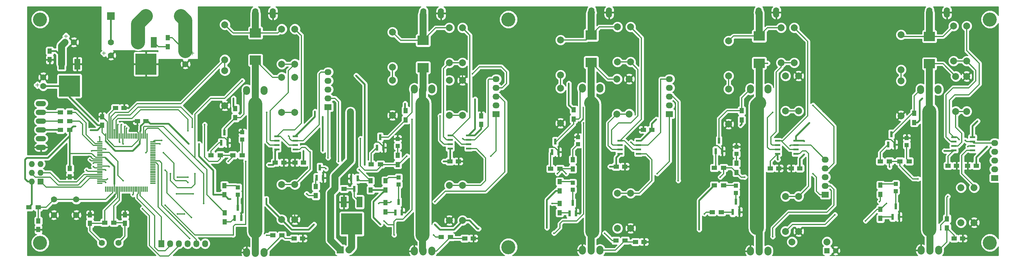
<source format=gtl>
G04 #@! TF.FileFunction,Copper,L1,Top,Signal*
%FSLAX46Y46*%
G04 Gerber Fmt 4.6, Leading zero omitted, Abs format (unit mm)*
G04 Created by KiCad (PCBNEW (2015-08-28 BZR 6132)-product) date Tuesday, October 27, 2015 'PMt' 02:37:42 PM*
%MOMM*%
G01*
G04 APERTURE LIST*
%ADD10C,0.100000*%
%ADD11C,0.150000*%
%ADD12C,1.778000*%
%ADD13R,1.250000X1.500000*%
%ADD14R,1.500000X1.250000*%
%ADD15R,1.727200X1.727200*%
%ADD16O,1.727200X1.727200*%
%ADD17R,1.198880X1.198880*%
%ADD18R,1.500000X0.300000*%
%ADD19R,0.300000X1.500000*%
%ADD20O,3.014980X1.506220*%
%ADD21R,2.235200X2.235200*%
%ADD22R,2.032000X1.727200*%
%ADD23O,2.032000X1.727200*%
%ADD24R,1.727200X2.032000*%
%ADD25O,1.727200X2.032000*%
%ADD26R,1.651000X3.048000*%
%ADD27R,6.096000X6.096000*%
%ADD28R,0.800100X1.800860*%
%ADD29R,1.300000X1.500000*%
%ADD30R,1.500000X1.300000*%
%ADD31R,3.200000X2.700000*%
%ADD32R,1.550000X0.600000*%
%ADD33R,2.032000X2.032000*%
%ADD34O,2.032000X2.032000*%
%ADD35C,1.998980*%
%ADD36C,4.064000*%
%ADD37O,2.032000X2.540000*%
%ADD38R,1.524000X1.524000*%
%ADD39C,1.524000*%
%ADD40O,1.778000X3.014980*%
%ADD41C,0.508000*%
%ADD42C,1.016000*%
%ADD43C,0.304800*%
%ADD44C,0.508000*%
%ADD45C,2.032000*%
%ADD46C,4.064000*%
%ADD47C,0.254000*%
G04 APERTURE END LIST*
D10*
D11*
X15699740Y-46974760D02*
X15699740Y-46474380D01*
X15699740Y-46974760D02*
X15199360Y-46974760D01*
X15699740Y-47475140D02*
X15699740Y-46974760D01*
X15699740Y-46974760D02*
X16098520Y-46974760D01*
X16098520Y-46974760D02*
X16200120Y-46974760D01*
X24018240Y-32844740D02*
X24518620Y-32844740D01*
X24018240Y-32844740D02*
X24018240Y-32344360D01*
X23517860Y-32844740D02*
X24018240Y-32844740D01*
X24018240Y-32844740D02*
X24018240Y-33243520D01*
X24018240Y-33243520D02*
X24018240Y-33345120D01*
X34544000Y-37719000D02*
X35560000Y-37719000D01*
X35052000Y-38227000D02*
X35052000Y-37211000D01*
X61214000Y-37719000D02*
X60198000Y-37719000D01*
X60706000Y-37211000D02*
X60706000Y-38227000D01*
D12*
X17399000Y-44704000D03*
X17399000Y-47244000D03*
X26289000Y-34544000D03*
X23749000Y-34544000D03*
D13*
X16002000Y-86380000D03*
X16002000Y-88880000D03*
X19304000Y-37104000D03*
X19304000Y-39604000D03*
X30988000Y-87102000D03*
X30988000Y-84602000D03*
X41148000Y-87102000D03*
X41148000Y-84602000D03*
D14*
X38374000Y-53594000D03*
X40874000Y-53594000D03*
D13*
X34544000Y-56154000D03*
X34544000Y-58654000D03*
X25146000Y-73640000D03*
X25146000Y-71140000D03*
D14*
X44724000Y-57404000D03*
X47224000Y-57404000D03*
X92944000Y-69469000D03*
X90444000Y-69469000D03*
X84729000Y-69469000D03*
X87229000Y-69469000D03*
D13*
X144526000Y-58400000D03*
X144526000Y-55900000D03*
D14*
X135402000Y-69088000D03*
X137902000Y-69088000D03*
X194036000Y-59944000D03*
X191536000Y-59944000D03*
X183662000Y-70612000D03*
X186162000Y-70612000D03*
X236962000Y-71120000D03*
X234462000Y-71120000D03*
X228366000Y-71120000D03*
X230866000Y-71120000D03*
X288143000Y-70358000D03*
X285643000Y-70358000D03*
X279928000Y-70358000D03*
X282428000Y-70358000D03*
D15*
X16637000Y-74930000D03*
D16*
X14097000Y-74930000D03*
X16637000Y-72390000D03*
X14097000Y-72390000D03*
X16637000Y-69850000D03*
X14097000Y-69850000D03*
D17*
X75184000Y-62771020D03*
X75184000Y-60672980D03*
X73914000Y-76674980D03*
X73914000Y-78773020D03*
X120269000Y-64676020D03*
X120269000Y-62577980D03*
X120523000Y-73753980D03*
X120523000Y-75852020D03*
X172593000Y-64168020D03*
X172593000Y-62069980D03*
X171069000Y-75277980D03*
X171069000Y-77376020D03*
X218567000Y-66962020D03*
X218567000Y-64863980D03*
X218440000Y-76166980D03*
X218440000Y-78265020D03*
X267970000Y-64422020D03*
X267970000Y-62323980D03*
X264795000Y-75658980D03*
X264795000Y-77757020D03*
D18*
X33829000Y-63469000D03*
X33829000Y-63969000D03*
X33829000Y-64469000D03*
X33829000Y-64969000D03*
X33829000Y-65469000D03*
X33829000Y-65969000D03*
X33829000Y-66469000D03*
X33829000Y-66969000D03*
X33829000Y-67469000D03*
X33829000Y-67969000D03*
X33829000Y-68469000D03*
X33829000Y-68969000D03*
X33829000Y-69469000D03*
X33829000Y-69969000D03*
X33829000Y-70469000D03*
X33829000Y-70969000D03*
X33829000Y-71469000D03*
X33829000Y-71969000D03*
X33829000Y-72469000D03*
X33829000Y-72969000D03*
X33829000Y-73469000D03*
X33829000Y-73969000D03*
X33829000Y-74469000D03*
X33829000Y-74969000D03*
X33829000Y-75469000D03*
D19*
X35529000Y-77169000D03*
X36029000Y-77169000D03*
X36529000Y-77169000D03*
X37029000Y-77169000D03*
X37529000Y-77169000D03*
X38029000Y-77169000D03*
X38529000Y-77169000D03*
X39029000Y-77169000D03*
X39529000Y-77169000D03*
X40029000Y-77169000D03*
X40529000Y-77169000D03*
X41029000Y-77169000D03*
X41529000Y-77169000D03*
X42029000Y-77169000D03*
X42529000Y-77169000D03*
X43029000Y-77169000D03*
X43529000Y-77169000D03*
X44029000Y-77169000D03*
X44529000Y-77169000D03*
X45029000Y-77169000D03*
X45529000Y-77169000D03*
X46029000Y-77169000D03*
X46529000Y-77169000D03*
X47029000Y-77169000D03*
X47529000Y-77169000D03*
D18*
X49229000Y-75469000D03*
X49229000Y-74969000D03*
X49229000Y-74469000D03*
X49229000Y-73969000D03*
X49229000Y-73469000D03*
X49229000Y-72969000D03*
X49229000Y-72469000D03*
X49229000Y-71969000D03*
X49229000Y-71469000D03*
X49229000Y-70969000D03*
X49229000Y-70469000D03*
X49229000Y-69969000D03*
X49229000Y-69469000D03*
X49229000Y-68969000D03*
X49229000Y-68469000D03*
X49229000Y-67969000D03*
X49229000Y-67469000D03*
X49229000Y-66969000D03*
X49229000Y-66469000D03*
X49229000Y-65969000D03*
X49229000Y-65469000D03*
X49229000Y-64969000D03*
X49229000Y-64469000D03*
X49229000Y-63969000D03*
X49229000Y-63469000D03*
D19*
X47529000Y-61769000D03*
X47029000Y-61769000D03*
X46529000Y-61769000D03*
X46029000Y-61769000D03*
X45529000Y-61769000D03*
X45029000Y-61769000D03*
X44529000Y-61769000D03*
X44029000Y-61769000D03*
X43529000Y-61769000D03*
X43029000Y-61769000D03*
X42529000Y-61769000D03*
X42029000Y-61769000D03*
X41529000Y-61769000D03*
X41029000Y-61769000D03*
X40529000Y-61769000D03*
X40029000Y-61769000D03*
X39529000Y-61769000D03*
X39029000Y-61769000D03*
X38529000Y-61769000D03*
X38029000Y-61769000D03*
X37529000Y-61769000D03*
X37029000Y-61769000D03*
X36529000Y-61769000D03*
X36029000Y-61769000D03*
X35529000Y-61769000D03*
D20*
X16764000Y-65024000D03*
X16764000Y-62484000D03*
X16764000Y-59944000D03*
X16764000Y-57404000D03*
X16764000Y-54864000D03*
X16764000Y-52324000D03*
D21*
X57404000Y-26924000D03*
D22*
X100076000Y-53340000D03*
D23*
X100076000Y-50800000D03*
X100076000Y-48260000D03*
X100076000Y-45720000D03*
X100076000Y-43180000D03*
D22*
X199136000Y-55372000D03*
D23*
X199136000Y-52832000D03*
X199136000Y-50292000D03*
X199136000Y-47752000D03*
X199136000Y-45212000D03*
D22*
X293497000Y-73914000D03*
D23*
X293497000Y-71374000D03*
X293497000Y-68834000D03*
X293497000Y-66294000D03*
X293497000Y-63754000D03*
D22*
X148844000Y-55372000D03*
D23*
X148844000Y-52832000D03*
X148844000Y-50292000D03*
X148844000Y-47752000D03*
X148844000Y-45212000D03*
D22*
X244348000Y-78740000D03*
D23*
X244348000Y-76200000D03*
X244348000Y-73660000D03*
X244348000Y-71120000D03*
X244348000Y-68580000D03*
D21*
X37084000Y-26924000D03*
X47244000Y-26924000D03*
D24*
X51689000Y-92964000D03*
D25*
X54229000Y-92964000D03*
X56769000Y-92964000D03*
X59309000Y-92964000D03*
X61849000Y-92964000D03*
X64389000Y-92964000D03*
D26*
X49530000Y-34544000D03*
D27*
X47244000Y-40894000D03*
D26*
X44958000Y-34544000D03*
D28*
X69027000Y-63731140D03*
X70927000Y-63731140D03*
X69977000Y-60728860D03*
X72964000Y-85575140D03*
X74864000Y-85575140D03*
X73914000Y-82572860D03*
X114239000Y-65128140D03*
X116139000Y-65128140D03*
X115189000Y-62125860D03*
X119573000Y-83924140D03*
X121473000Y-83924140D03*
X120523000Y-80921860D03*
X165039000Y-66398140D03*
X166939000Y-66398140D03*
X165989000Y-63395860D03*
X170119000Y-84178140D03*
X172019000Y-84178140D03*
X171069000Y-81175860D03*
X212537000Y-66144140D03*
X214437000Y-66144140D03*
X213487000Y-63141860D03*
X217490000Y-83797140D03*
X219390000Y-83797140D03*
X218440000Y-80794860D03*
X262575000Y-64239140D03*
X264475000Y-64239140D03*
X263525000Y-61236860D03*
X263845000Y-85194140D03*
X265745000Y-85194140D03*
X264795000Y-82191860D03*
D29*
X53594000Y-33194000D03*
X53594000Y-35894000D03*
D30*
X13255000Y-82423000D03*
X15955000Y-82423000D03*
X35226000Y-86868000D03*
X37926000Y-86868000D03*
X22399000Y-59944000D03*
X25099000Y-59944000D03*
X22399000Y-57404000D03*
X25099000Y-57404000D03*
X22399000Y-54864000D03*
X25099000Y-54864000D03*
X72437000Y-67310000D03*
X75137000Y-67310000D03*
X66087000Y-67310000D03*
X68787000Y-67310000D03*
D29*
X73152000Y-53768000D03*
X73152000Y-56468000D03*
X70104000Y-83994000D03*
X70104000Y-86694000D03*
D30*
X86694000Y-90551000D03*
X83994000Y-90551000D03*
D29*
X69977000Y-78820000D03*
X69977000Y-76120000D03*
X120269000Y-70057000D03*
X120269000Y-67357000D03*
D30*
X112569000Y-69977000D03*
X115269000Y-69977000D03*
D29*
X122555000Y-54403000D03*
X122555000Y-57103000D03*
X116713000Y-81073000D03*
X116713000Y-83773000D03*
D30*
X135589000Y-91059000D03*
X132889000Y-91059000D03*
D29*
X116713000Y-77423000D03*
X116713000Y-74723000D03*
D31*
X127635000Y-34023000D03*
X127635000Y-41923000D03*
D29*
X171069000Y-71327000D03*
X171069000Y-68627000D03*
D30*
X164639000Y-71247000D03*
X167339000Y-71247000D03*
D29*
X167259000Y-81327000D03*
X167259000Y-84027000D03*
X171323000Y-54149000D03*
X171323000Y-56849000D03*
D30*
X186262000Y-92075000D03*
X183562000Y-92075000D03*
D29*
X167259000Y-77677000D03*
X167259000Y-74977000D03*
D31*
X176403000Y-32499000D03*
X176403000Y-40399000D03*
D29*
X218567000Y-72343000D03*
X218567000Y-69643000D03*
D30*
X212137000Y-70993000D03*
X214837000Y-70993000D03*
X211502000Y-83820000D03*
X214202000Y-83820000D03*
X212137000Y-76073000D03*
X214837000Y-76073000D03*
D31*
X225171000Y-32753000D03*
X225171000Y-40653000D03*
D30*
X265985000Y-69088000D03*
X268685000Y-69088000D03*
X260270000Y-69088000D03*
X262970000Y-69088000D03*
D29*
X260350000Y-82978000D03*
X260350000Y-85678000D03*
X270129000Y-57865000D03*
X270129000Y-55165000D03*
X279654000Y-88472000D03*
X279654000Y-85772000D03*
X260350000Y-78693000D03*
X260350000Y-75993000D03*
D31*
X274574000Y-32880000D03*
X274574000Y-40780000D03*
D26*
X27305000Y-40894000D03*
D27*
X25019000Y-47244000D03*
D26*
X22733000Y-40894000D03*
D32*
X85184000Y-61849000D03*
X85184000Y-63119000D03*
X85184000Y-64389000D03*
X85184000Y-65659000D03*
X90584000Y-65659000D03*
X90584000Y-64389000D03*
X90584000Y-63119000D03*
X90584000Y-61849000D03*
X135476000Y-61595000D03*
X135476000Y-62865000D03*
X135476000Y-64135000D03*
X135476000Y-65405000D03*
X140876000Y-65405000D03*
X140876000Y-64135000D03*
X140876000Y-62865000D03*
X140876000Y-61595000D03*
X184752000Y-63119000D03*
X184752000Y-64389000D03*
X184752000Y-65659000D03*
X184752000Y-66929000D03*
X190152000Y-66929000D03*
X190152000Y-65659000D03*
X190152000Y-64389000D03*
X190152000Y-63119000D03*
X230472000Y-63119000D03*
X230472000Y-64389000D03*
X230472000Y-65659000D03*
X230472000Y-66929000D03*
X235872000Y-66929000D03*
X235872000Y-65659000D03*
X235872000Y-64389000D03*
X235872000Y-63119000D03*
X281653000Y-62103000D03*
X281653000Y-63373000D03*
X281653000Y-64643000D03*
X281653000Y-65913000D03*
X287053000Y-65913000D03*
X287053000Y-64643000D03*
X287053000Y-63373000D03*
X287053000Y-62103000D03*
D31*
X78994000Y-31864000D03*
X78994000Y-39764000D03*
D29*
X220091000Y-57103000D03*
X220091000Y-54403000D03*
D33*
X103632000Y-94742000D03*
D34*
X106172000Y-94742000D03*
D29*
X96520000Y-76374000D03*
X96520000Y-79074000D03*
D12*
X37084000Y-34544000D03*
X37084000Y-38354000D03*
X58674000Y-40894000D03*
X58674000Y-37084000D03*
D35*
X90424000Y-54864000D03*
X90424000Y-44704000D03*
X86614000Y-40894000D03*
X86614000Y-30734000D03*
X86614000Y-85979000D03*
X86614000Y-75819000D03*
X90424000Y-75819000D03*
X90424000Y-85979000D03*
X86614000Y-44704000D03*
X86614000Y-54864000D03*
X70104000Y-42799000D03*
X70104000Y-52959000D03*
X139065000Y-55753000D03*
X139065000Y-45593000D03*
X135255000Y-40513000D03*
X135255000Y-30353000D03*
X139065000Y-86233000D03*
X139065000Y-76073000D03*
X135255000Y-76073000D03*
X135255000Y-86233000D03*
X135255000Y-45593000D03*
X135255000Y-55753000D03*
X139065000Y-40513000D03*
X139065000Y-30353000D03*
X118745000Y-31623000D03*
X118745000Y-41783000D03*
X118745000Y-45593000D03*
X118745000Y-55753000D03*
X187452000Y-55372000D03*
X187452000Y-45212000D03*
X184023000Y-40259000D03*
X184023000Y-30099000D03*
X184023000Y-88519000D03*
X184023000Y-78359000D03*
X187833000Y-78359000D03*
X187833000Y-88519000D03*
X183896000Y-45212000D03*
X183896000Y-55372000D03*
X167513000Y-33909000D03*
X167513000Y-44069000D03*
X167513000Y-47879000D03*
X167513000Y-58039000D03*
X236601000Y-54483000D03*
X236601000Y-44323000D03*
X231521000Y-40513000D03*
X231521000Y-30353000D03*
X232791000Y-89408000D03*
X232791000Y-79248000D03*
X236601000Y-79248000D03*
X236601000Y-89408000D03*
X232791000Y-44323000D03*
X232791000Y-54483000D03*
X235331000Y-40513000D03*
X235331000Y-30353000D03*
X216281000Y-34163000D03*
X216281000Y-44323000D03*
X216281000Y-48133000D03*
X216281000Y-58293000D03*
X285369000Y-54610000D03*
X285369000Y-44450000D03*
X281559000Y-40005000D03*
X281559000Y-29845000D03*
X283718000Y-86868000D03*
X283718000Y-76708000D03*
X287528000Y-76708000D03*
X287528000Y-86868000D03*
X282194000Y-44450000D03*
X282194000Y-54610000D03*
X285369000Y-40005000D03*
X285369000Y-29845000D03*
X266319000Y-32385000D03*
X266319000Y-42545000D03*
X266319000Y-45720000D03*
X266319000Y-55880000D03*
X70104000Y-29464000D03*
X70104000Y-39624000D03*
X90424000Y-40894000D03*
X90424000Y-30734000D03*
D36*
X16510000Y-27940000D03*
X16510000Y-92710000D03*
X292100000Y-92710000D03*
X292100000Y-27940000D03*
X152400000Y-93980000D03*
X152400000Y-27940000D03*
D35*
X187833000Y-40259000D03*
X187833000Y-30099000D03*
D12*
X34389060Y-92710000D03*
X39270940Y-92710000D03*
X20499000Y-84673000D03*
X20499000Y-80173000D03*
X26999000Y-84673000D03*
X26999000Y-80173000D03*
D26*
X109220000Y-80899000D03*
D27*
X106934000Y-87249000D03*
D26*
X104648000Y-80899000D03*
D28*
X96713000Y-73891140D03*
X98613000Y-73891140D03*
X97663000Y-70888860D03*
X108646000Y-74063860D03*
X106746000Y-74063860D03*
X107696000Y-77066140D03*
D29*
X112395000Y-74723000D03*
X112395000Y-77423000D03*
D30*
X104728000Y-77089000D03*
X102028000Y-77089000D03*
D37*
X127635000Y-95123000D03*
X125095000Y-95123000D03*
X130175000Y-95123000D03*
X127635000Y-48133000D03*
X130175000Y-48133000D03*
X125095000Y-48133000D03*
X78994000Y-95504000D03*
X76454000Y-95504000D03*
X81534000Y-95504000D03*
X78994000Y-48514000D03*
X81534000Y-48514000D03*
X76454000Y-48514000D03*
X176403000Y-47879000D03*
X178943000Y-47879000D03*
X173863000Y-47879000D03*
X176403000Y-94869000D03*
X173863000Y-94869000D03*
X178943000Y-94869000D03*
X225171000Y-48133000D03*
X227711000Y-48133000D03*
X222631000Y-48133000D03*
X225171000Y-95123000D03*
X222631000Y-95123000D03*
X227711000Y-95123000D03*
X274574000Y-48260000D03*
X277114000Y-48260000D03*
X272034000Y-48260000D03*
X274701000Y-94869000D03*
X272161000Y-94869000D03*
X277241000Y-94869000D03*
D14*
X90190000Y-91440000D03*
X92690000Y-91440000D03*
X139720000Y-91440000D03*
X142220000Y-91440000D03*
X189250000Y-92456000D03*
X191750000Y-92456000D03*
X281706000Y-91440000D03*
X284206000Y-91440000D03*
D38*
X244856000Y-94996000D03*
D39*
X247356000Y-94996000D03*
D35*
X244856000Y-92456000D03*
X234696000Y-92456000D03*
D40*
X78994000Y-26162000D03*
X84074000Y-26162000D03*
X127762000Y-26162000D03*
X132842000Y-26162000D03*
X176530000Y-25908000D03*
X181610000Y-25908000D03*
X225044000Y-25908000D03*
X230124000Y-25908000D03*
X274574000Y-25908000D03*
X279654000Y-25908000D03*
D41*
X88011000Y-93472000D03*
X97917000Y-85471000D03*
X123952000Y-85852000D03*
X131445000Y-77343000D03*
X122936000Y-77343000D03*
X227711000Y-92202000D03*
X73660000Y-74930000D03*
X82550000Y-74930000D03*
X94488000Y-44958000D03*
X143764000Y-45720000D03*
X143256000Y-39116000D03*
X139954000Y-42418000D03*
X21336000Y-71882000D03*
X247142000Y-84582000D03*
X143764000Y-88646000D03*
X59690000Y-64008000D03*
X96012000Y-87376000D03*
X115316000Y-87376000D03*
X62611000Y-64008000D03*
X26797000Y-58928000D03*
X31115000Y-60071000D03*
X82169000Y-79883000D03*
X71755000Y-80010000D03*
X131064000Y-87376000D03*
X163576000Y-88392000D03*
X207772000Y-88900000D03*
X260096000Y-80772000D03*
X106553000Y-54737000D03*
X195326000Y-56896000D03*
X169926000Y-46482000D03*
X142748000Y-51054000D03*
X92964000Y-66040000D03*
X98552000Y-66040000D03*
X98552000Y-56134000D03*
X122428000Y-52324000D03*
X72644000Y-50800000D03*
X96266000Y-54610000D03*
X238252000Y-63246000D03*
X238252000Y-67056000D03*
X272542000Y-50800000D03*
X291338000Y-64770000D03*
X288544000Y-57404000D03*
X239776000Y-57912000D03*
X219710000Y-58674000D03*
X110744000Y-70104000D03*
X108204000Y-44196000D03*
X133604000Y-69088000D03*
X82804000Y-70104000D03*
X181864000Y-70612000D03*
X278892000Y-66040000D03*
X230632000Y-68580000D03*
X119253000Y-90424000D03*
X130683000Y-90424000D03*
X124460000Y-56896000D03*
X35560000Y-65532000D03*
X52832000Y-71628000D03*
X60452000Y-85344000D03*
X116332000Y-86360000D03*
X31496000Y-66040000D03*
X64262000Y-58420000D03*
X100076000Y-68072000D03*
X71120000Y-69088000D03*
X82296000Y-90551000D03*
X40640000Y-74676000D03*
X52832000Y-81788000D03*
X72517000Y-90424000D03*
X103124000Y-69088000D03*
X76200000Y-69088000D03*
X30988000Y-68580000D03*
X46228000Y-82804000D03*
X32004000Y-69596000D03*
X36576000Y-70612000D03*
X54356000Y-72644000D03*
X61468000Y-72644000D03*
X166624000Y-72644000D03*
X169164000Y-72644000D03*
X195580000Y-72644000D03*
X180340000Y-89916000D03*
X32004000Y-70612000D03*
X165608000Y-89916000D03*
X174244000Y-57912000D03*
X213868000Y-73660000D03*
X35560000Y-71628000D03*
X56388000Y-73660000D03*
X59436000Y-73660000D03*
X240792000Y-72644000D03*
X220980000Y-73660000D03*
X229108000Y-90932000D03*
X29972000Y-71628000D03*
X263017000Y-70739000D03*
X36068000Y-74168000D03*
X56388000Y-84328000D03*
X58420000Y-84328000D03*
X271272000Y-74168000D03*
X279908000Y-79248000D03*
X35560000Y-75184000D03*
X277876000Y-88900000D03*
X59944000Y-91440000D03*
X51308000Y-64008000D03*
X256032000Y-86360000D03*
X262128000Y-81280000D03*
X51816000Y-62992000D03*
X209296000Y-84328000D03*
X47244000Y-66548000D03*
X52324000Y-66548000D03*
X59436000Y-75184000D03*
X201676000Y-74676000D03*
X165100000Y-81280000D03*
X64008000Y-81280000D03*
X114808000Y-81280000D03*
X131064000Y-80772000D03*
X118364000Y-80772000D03*
X75184000Y-45720000D03*
X41656000Y-59436000D03*
X284988000Y-62992000D03*
X41148000Y-58928000D03*
X40640000Y-64008000D03*
X234188000Y-64516000D03*
X40132000Y-58420000D03*
X240792000Y-52832000D03*
X39624000Y-63500000D03*
X187960000Y-63500000D03*
X39116000Y-58420000D03*
X59436000Y-60198000D03*
X139192000Y-62484000D03*
X141986000Y-43688000D03*
X38100000Y-59944000D03*
X88646000Y-61722000D03*
X60706000Y-59182000D03*
X227584000Y-40640000D03*
X229108000Y-54864000D03*
X285750000Y-64770000D03*
X283210000Y-62738000D03*
X82296000Y-54864000D03*
X132588000Y-55880000D03*
X109474000Y-62484000D03*
X33782000Y-61976000D03*
X147320000Y-67564000D03*
X122936000Y-67564000D03*
X93853000Y-78486000D03*
X43434000Y-78740000D03*
X60960000Y-78486000D03*
X56134000Y-78486000D03*
X109093000Y-71501000D03*
X99441000Y-71247000D03*
D42*
X88011000Y-93472000D02*
X93472000Y-93472000D01*
X97917000Y-89027000D02*
X97917000Y-85471000D01*
X93472000Y-93472000D02*
X97917000Y-89027000D01*
D43*
X125095000Y-95123000D02*
X125095000Y-92329000D01*
X125095000Y-92329000D02*
X123952000Y-91186000D01*
X123952000Y-91186000D02*
X123952000Y-85852000D01*
X121473000Y-83924140D02*
X121473000Y-82362000D01*
X137902000Y-70886000D02*
X137902000Y-69088000D01*
X131445000Y-77343000D02*
X137902000Y-70886000D01*
X122936000Y-80899000D02*
X122936000Y-77343000D01*
X121473000Y-82362000D02*
X122936000Y-80899000D01*
X230866000Y-71120000D02*
X230866000Y-84094000D01*
X227711000Y-87249000D02*
X227711000Y-92202000D01*
X230866000Y-84094000D02*
X227711000Y-87249000D01*
X90424000Y-85979000D02*
X90424000Y-82804000D01*
X90424000Y-82804000D02*
X82550000Y-74930000D01*
X139065000Y-45593000D02*
X139065000Y-43307000D01*
X139065000Y-43307000D02*
X139954000Y-42418000D01*
X214437000Y-66144140D02*
X214437000Y-65847000D01*
X214437000Y-65847000D02*
X213106000Y-64516000D01*
X213106000Y-64516000D02*
X211074000Y-64516000D01*
X264475000Y-64239140D02*
X264475000Y-63815000D01*
X264475000Y-63815000D02*
X263398000Y-62738000D01*
X263398000Y-62738000D02*
X260604000Y-62738000D01*
X166939000Y-66398140D02*
X166939000Y-66101000D01*
X166939000Y-66101000D02*
X165862000Y-65024000D01*
X165862000Y-65024000D02*
X163068000Y-65024000D01*
X116139000Y-65128140D02*
X116139000Y-64831000D01*
X116139000Y-64831000D02*
X114808000Y-63500000D01*
X114808000Y-63500000D02*
X113792000Y-63500000D01*
X113792000Y-63500000D02*
X113284000Y-62992000D01*
X70927000Y-63731140D02*
X70927000Y-63053000D01*
X70927000Y-63053000D02*
X70104000Y-62230000D01*
X70104000Y-62230000D02*
X68326000Y-62230000D01*
X68326000Y-62230000D02*
X67818000Y-61722000D01*
X33829000Y-68469000D02*
X31893000Y-68469000D01*
X30480000Y-67564000D02*
X29464000Y-68580000D01*
X30988000Y-67564000D02*
X30480000Y-67564000D01*
X31893000Y-68469000D02*
X30988000Y-67564000D01*
X33274000Y-83820000D02*
X32492000Y-84602000D01*
X38529000Y-78565000D02*
X33274000Y-83820000D01*
X38529000Y-77169000D02*
X38529000Y-78565000D01*
X32492000Y-84602000D02*
X30988000Y-84602000D01*
X25146000Y-73640000D02*
X23094000Y-73640000D01*
X23094000Y-73640000D02*
X21336000Y-71882000D01*
X45029000Y-61769000D02*
X45029000Y-60777000D01*
X44704000Y-60452000D02*
X44704000Y-57424000D01*
X45029000Y-60777000D02*
X44704000Y-60452000D01*
X44704000Y-57424000D02*
X44724000Y-57404000D01*
X42672000Y-64770000D02*
X43180000Y-64770000D01*
X36029000Y-62699000D02*
X38100000Y-64770000D01*
X38100000Y-64770000D02*
X42672000Y-64770000D01*
X36029000Y-61769000D02*
X36029000Y-62699000D01*
X45029000Y-62921000D02*
X45029000Y-61769000D01*
X43180000Y-64770000D02*
X45029000Y-62921000D01*
X36029000Y-61769000D02*
X36029000Y-57639000D01*
X36029000Y-57639000D02*
X34544000Y-56154000D01*
X90444000Y-69469000D02*
X87229000Y-69469000D01*
X76454000Y-95504000D02*
X75264000Y-94314000D01*
X75264000Y-94314000D02*
X75264000Y-89154000D01*
D44*
X112395000Y-77423000D02*
X116713000Y-77423000D01*
X139065000Y-86233000D02*
X141097000Y-86233000D01*
X143510000Y-88646000D02*
X143764000Y-88646000D01*
X141097000Y-86233000D02*
X143510000Y-88646000D01*
D43*
X33829000Y-67969000D02*
X32663000Y-67969000D01*
X32663000Y-67969000D02*
X31496000Y-66802000D01*
X31496000Y-66802000D02*
X25146000Y-66802000D01*
X45529000Y-61769000D02*
X45529000Y-60389000D01*
D44*
X45720000Y-58908000D02*
X47224000Y-57404000D01*
X45720000Y-60198000D02*
X45720000Y-58908000D01*
X45529000Y-60389000D02*
X45720000Y-60198000D01*
X47224000Y-57404000D02*
X47732000Y-57404000D01*
X47732000Y-57404000D02*
X48494000Y-58166000D01*
X48494000Y-58166000D02*
X53848000Y-58166000D01*
X53848000Y-58166000D02*
X59690000Y-64008000D01*
X45466000Y-64008000D02*
X45466000Y-63246000D01*
X35529000Y-63215000D02*
X38354000Y-66040000D01*
X38354000Y-66040000D02*
X43434000Y-66040000D01*
X43434000Y-66040000D02*
X45466000Y-64008000D01*
D43*
X35529000Y-61769000D02*
X35529000Y-63215000D01*
X45529000Y-63183000D02*
X45529000Y-61769000D01*
X45466000Y-63246000D02*
X45529000Y-63183000D01*
D44*
X96012000Y-87376000D02*
X94488000Y-88900000D01*
X94488000Y-88900000D02*
X89535000Y-88900000D01*
X89535000Y-88900000D02*
X86614000Y-85979000D01*
X66802000Y-78740000D02*
X66802000Y-71755000D01*
X69897000Y-78740000D02*
X66802000Y-78740000D01*
X62611000Y-67564000D02*
X62611000Y-64008000D01*
X66802000Y-71755000D02*
X62611000Y-67564000D01*
X69977000Y-78820000D02*
X69897000Y-78740000D01*
D43*
X33829000Y-67969000D02*
X33805000Y-67945000D01*
D44*
X34544000Y-58654000D02*
X33127000Y-60071000D01*
X26115000Y-58928000D02*
X25099000Y-59944000D01*
X26797000Y-58928000D02*
X26115000Y-58928000D01*
X33127000Y-60071000D02*
X31115000Y-60071000D01*
X86614000Y-85979000D02*
X82169000Y-81534000D01*
X82169000Y-81534000D02*
X82169000Y-79883000D01*
X71755000Y-80010000D02*
X71167000Y-80010000D01*
X71167000Y-80010000D02*
X69977000Y-78820000D01*
D43*
X38029000Y-77169000D02*
X38029000Y-75763000D01*
X35433000Y-67945000D02*
X33853000Y-67945000D01*
X35560000Y-68072000D02*
X35433000Y-67945000D01*
D44*
X38100000Y-70612000D02*
X35560000Y-68072000D01*
X38100000Y-75692000D02*
X38100000Y-70612000D01*
D43*
X38029000Y-75763000D02*
X38100000Y-75692000D01*
X33853000Y-67945000D02*
X33829000Y-67969000D01*
D44*
X139065000Y-86233000D02*
X139065000Y-86487000D01*
X139065000Y-86487000D02*
X136652000Y-88900000D01*
X113284000Y-80852000D02*
X116713000Y-77423000D01*
X113284000Y-85344000D02*
X113284000Y-80852000D01*
X115316000Y-87376000D02*
X113284000Y-85344000D01*
X132588000Y-88900000D02*
X131064000Y-87376000D01*
X136652000Y-88900000D02*
X132588000Y-88900000D01*
X166163000Y-77677000D02*
X167259000Y-77677000D01*
X163576000Y-88392000D02*
X163576000Y-80264000D01*
X163576000Y-80264000D02*
X166163000Y-77677000D01*
X14097000Y-74930000D02*
X12954000Y-74930000D01*
X18796000Y-68072000D02*
X25146000Y-61722000D01*
X12700000Y-68072000D02*
X18796000Y-68072000D01*
X12192000Y-68580000D02*
X12700000Y-68072000D01*
X12192000Y-74168000D02*
X12192000Y-68580000D01*
X12954000Y-74930000D02*
X12192000Y-74168000D01*
X14097000Y-74930000D02*
X14097000Y-81581000D01*
X14097000Y-81581000D02*
X13255000Y-82423000D01*
X207772000Y-80438000D02*
X212137000Y-76073000D01*
X207772000Y-88900000D02*
X207772000Y-80438000D01*
D43*
X234823000Y-87376000D02*
X232791000Y-89408000D01*
X247142000Y-84582000D02*
X244348000Y-87376000D01*
X244348000Y-87376000D02*
X234823000Y-87376000D01*
X260350000Y-80518000D02*
X260350000Y-78693000D01*
X260096000Y-80772000D02*
X260350000Y-80518000D01*
D44*
X34544000Y-58654000D02*
X33254000Y-58654000D01*
X25019000Y-50419000D02*
X25019000Y-47244000D01*
X33254000Y-58654000D02*
X25019000Y-50419000D01*
X25146000Y-71140000D02*
X25146000Y-67437000D01*
X25146000Y-67437000D02*
X25146000Y-66802000D01*
X25146000Y-66802000D02*
X25146000Y-61722000D01*
X25146000Y-61722000D02*
X25146000Y-59991000D01*
X25146000Y-59991000D02*
X25099000Y-59944000D01*
X17399000Y-47244000D02*
X20955000Y-47244000D01*
X20955000Y-47244000D02*
X25019000Y-47244000D01*
D43*
X35529000Y-61769000D02*
X34544000Y-60784000D01*
X34544000Y-60784000D02*
X34544000Y-58654000D01*
D45*
X102028000Y-77089000D02*
X102028000Y-73359000D01*
X106553000Y-68834000D02*
X106553000Y-54737000D01*
X102028000Y-73359000D02*
X106553000Y-68834000D01*
X103632000Y-94742000D02*
X100838000Y-91948000D01*
X100838000Y-78279000D02*
X102028000Y-77089000D01*
X100838000Y-91948000D02*
X100838000Y-78279000D01*
D44*
X194036000Y-59944000D02*
X194036000Y-58186000D01*
X194036000Y-58186000D02*
X195326000Y-56896000D01*
X190152000Y-63119000D02*
X190861000Y-63119000D01*
X190861000Y-63119000D02*
X194036000Y-59944000D01*
X171323000Y-54149000D02*
X169926000Y-52752000D01*
X169926000Y-52752000D02*
X169926000Y-46482000D01*
X144526000Y-58400000D02*
X144526000Y-59690000D01*
X142621000Y-61595000D02*
X140876000Y-61595000D01*
X144526000Y-59690000D02*
X142621000Y-61595000D01*
X140876000Y-61595000D02*
X142748000Y-59723000D01*
X142748000Y-59723000D02*
X142748000Y-51054000D01*
X92944000Y-69469000D02*
X92964000Y-69449000D01*
X92964000Y-69449000D02*
X92964000Y-66040000D01*
X98552000Y-66040000D02*
X98552000Y-56134000D01*
X122555000Y-54403000D02*
X122428000Y-54276000D01*
X122428000Y-54276000D02*
X122428000Y-52324000D01*
X73152000Y-53768000D02*
X72644000Y-53260000D01*
X72644000Y-53260000D02*
X72644000Y-50800000D01*
X90584000Y-61849000D02*
X96266000Y-56167000D01*
X96266000Y-56167000D02*
X96266000Y-54610000D01*
X236962000Y-71120000D02*
X236962000Y-68346000D01*
X238125000Y-63119000D02*
X235872000Y-63119000D01*
X238252000Y-63246000D02*
X238125000Y-63119000D01*
X236962000Y-68346000D02*
X238252000Y-67056000D01*
X270129000Y-57865000D02*
X271065000Y-57865000D01*
X271780000Y-51562000D02*
X272542000Y-50800000D01*
X271780000Y-57150000D02*
X271780000Y-51562000D01*
X271065000Y-57865000D02*
X271780000Y-57150000D01*
X288143000Y-70358000D02*
X288143000Y-67965000D01*
X288143000Y-67965000D02*
X291338000Y-64770000D01*
X287053000Y-62103000D02*
X287053000Y-58895000D01*
X287053000Y-58895000D02*
X288544000Y-57404000D01*
X235872000Y-63119000D02*
X235872000Y-61816000D01*
X235872000Y-61816000D02*
X239776000Y-57912000D01*
X220091000Y-57103000D02*
X220091000Y-58293000D01*
X220091000Y-58293000D02*
X219710000Y-58674000D01*
X22733000Y-40894000D02*
X22733000Y-38735000D01*
X21102000Y-37104000D02*
X19304000Y-37104000D01*
X22733000Y-38735000D02*
X21102000Y-37104000D01*
D45*
X23749000Y-34544000D02*
X22733000Y-35560000D01*
X22733000Y-35560000D02*
X22733000Y-40894000D01*
D43*
X58674000Y-37084000D02*
X54784000Y-33194000D01*
X54784000Y-33194000D02*
X53594000Y-33194000D01*
D46*
X57404000Y-26924000D02*
X58674000Y-28194000D01*
X58674000Y-28194000D02*
X58674000Y-37084000D01*
D43*
X26999000Y-80173000D02*
X20499000Y-80173000D01*
X20499000Y-80173000D02*
X18249000Y-82423000D01*
X18249000Y-82423000D02*
X15955000Y-82423000D01*
X37529000Y-78168000D02*
X35524000Y-80173000D01*
X37529000Y-77169000D02*
X37529000Y-78168000D01*
X35524000Y-80173000D02*
X26999000Y-80173000D01*
X16082000Y-82296000D02*
X15955000Y-82423000D01*
X15955000Y-82423000D02*
X15955000Y-86333000D01*
X15955000Y-86333000D02*
X16002000Y-86380000D01*
X34389060Y-92710000D02*
X30988000Y-89308940D01*
X30988000Y-89308940D02*
X30988000Y-87102000D01*
X39029000Y-77169000D02*
X39029000Y-79589000D01*
X35226000Y-83392000D02*
X35226000Y-86868000D01*
X39029000Y-79589000D02*
X35226000Y-83392000D01*
X30988000Y-87102000D02*
X34992000Y-87102000D01*
X34992000Y-87102000D02*
X35226000Y-86868000D01*
X39270940Y-92710000D02*
X41148000Y-90832940D01*
X41148000Y-90832940D02*
X41148000Y-87102000D01*
X37926000Y-86868000D02*
X37926000Y-81962000D01*
X39486202Y-80401798D02*
X39486202Y-77169000D01*
X37926000Y-81962000D02*
X39486202Y-80401798D01*
X39486202Y-77169000D02*
X39529000Y-77169000D01*
X40693340Y-87556660D02*
X41148000Y-87102000D01*
X37926000Y-86868000D02*
X40914000Y-86868000D01*
X40914000Y-86868000D02*
X41148000Y-87102000D01*
X38374000Y-53594000D02*
X38354000Y-53594000D01*
X38354000Y-53594000D02*
X36529000Y-55419000D01*
X36529000Y-55419000D02*
X36529000Y-61769000D01*
D44*
X110744000Y-46736000D02*
X110744000Y-70104000D01*
X108204000Y-44196000D02*
X110744000Y-46736000D01*
X135402000Y-69088000D02*
X135476000Y-69014000D01*
X135476000Y-69014000D02*
X135476000Y-65405000D01*
X135402000Y-69088000D02*
X133604000Y-69088000D01*
X82804000Y-70104000D02*
X84094000Y-70104000D01*
X84094000Y-70104000D02*
X84729000Y-69469000D01*
X181864000Y-70612000D02*
X183662000Y-70612000D01*
X183662000Y-70612000D02*
X183662000Y-68019000D01*
X183662000Y-68019000D02*
X184752000Y-66929000D01*
X230472000Y-66929000D02*
X230472000Y-68420000D01*
X278939000Y-66087000D02*
X281479000Y-66087000D01*
X278892000Y-66040000D02*
X278939000Y-66087000D01*
X230472000Y-68420000D02*
X230632000Y-68580000D01*
X281479000Y-66087000D02*
X281653000Y-65913000D01*
D43*
X228366000Y-71120000D02*
X228366000Y-69035000D01*
X228366000Y-69035000D02*
X230472000Y-66929000D01*
X279928000Y-70358000D02*
X279928000Y-67638000D01*
X279928000Y-67638000D02*
X281653000Y-65913000D01*
D44*
X37084000Y-26924000D02*
X37084000Y-34544000D01*
X84729000Y-69469000D02*
X84729000Y-66114000D01*
X84729000Y-66114000D02*
X85184000Y-65659000D01*
D43*
X33829000Y-73969000D02*
X30933000Y-73969000D01*
X18288000Y-76581000D02*
X16637000Y-74930000D01*
X28321000Y-76581000D02*
X18288000Y-76581000D01*
X30933000Y-73969000D02*
X28321000Y-76581000D01*
X33829000Y-72969000D02*
X29266000Y-72969000D01*
X19431000Y-72390000D02*
X16637000Y-72390000D01*
X22098000Y-75057000D02*
X19431000Y-72390000D01*
X27178000Y-75057000D02*
X22098000Y-75057000D01*
X29266000Y-72969000D02*
X27178000Y-75057000D01*
X14097000Y-72390000D02*
X14097000Y-72644000D01*
X14097000Y-72644000D02*
X15113000Y-73660000D01*
X15113000Y-73660000D02*
X19431000Y-73660000D01*
X19431000Y-73660000D02*
X21717000Y-75946000D01*
X21717000Y-75946000D02*
X27559000Y-75946000D01*
X27559000Y-75946000D02*
X30036000Y-73469000D01*
X30036000Y-73469000D02*
X33829000Y-73469000D01*
X75137000Y-67310000D02*
X75137000Y-62818020D01*
X75137000Y-62818020D02*
X75184000Y-62771020D01*
X73914000Y-76674980D02*
X73359020Y-76120000D01*
X73359020Y-76120000D02*
X69977000Y-76120000D01*
D44*
X73914000Y-82572860D02*
X73914000Y-78773020D01*
D43*
X120269000Y-67357000D02*
X120269000Y-64676020D01*
X116713000Y-74723000D02*
X117682020Y-73753980D01*
X117682020Y-73753980D02*
X120523000Y-73753980D01*
X120523000Y-80921860D02*
X120523000Y-75852020D01*
X171069000Y-68627000D02*
X171069000Y-65692020D01*
X171069000Y-65692020D02*
X172593000Y-64168020D01*
X167259000Y-74977000D02*
X170768020Y-74977000D01*
X170768020Y-74977000D02*
X171069000Y-75277980D01*
X171069000Y-81175860D02*
X171069000Y-77376020D01*
X218567000Y-66962020D02*
X218567000Y-69643000D01*
X214837000Y-76073000D02*
X218346020Y-76073000D01*
X218346020Y-76073000D02*
X218440000Y-76166980D01*
X218440000Y-78265020D02*
X218440000Y-80794860D01*
X268685000Y-69088000D02*
X267970000Y-68373000D01*
X267970000Y-68373000D02*
X267970000Y-64422020D01*
X260350000Y-75993000D02*
X260684020Y-75658980D01*
X260684020Y-75658980D02*
X264795000Y-75658980D01*
X264795000Y-82191860D02*
X264795000Y-77757020D01*
X33829000Y-63969000D02*
X32473000Y-63969000D01*
X26797000Y-54864000D02*
X25099000Y-54864000D01*
X29845000Y-57912000D02*
X26797000Y-54864000D01*
X29845000Y-61341000D02*
X29845000Y-57912000D01*
X32473000Y-63969000D02*
X29845000Y-61341000D01*
X33829000Y-64469000D02*
X31957000Y-64469000D01*
X27940000Y-57404000D02*
X25099000Y-57404000D01*
X28829000Y-58293000D02*
X27940000Y-57404000D01*
X28829000Y-61341000D02*
X28829000Y-58293000D01*
X31957000Y-64469000D02*
X28829000Y-61341000D01*
X132889000Y-91059000D02*
X131318000Y-91059000D01*
X119173000Y-90344000D02*
X119173000Y-87503000D01*
X119253000Y-90424000D02*
X119173000Y-90344000D01*
X131318000Y-91059000D02*
X130683000Y-90424000D01*
X119173000Y-87503000D02*
X119173000Y-86567000D01*
X124460000Y-83185000D02*
X124460000Y-56896000D01*
X121793000Y-85852000D02*
X124460000Y-83185000D01*
X119888000Y-85852000D02*
X121793000Y-85852000D01*
X119173000Y-86567000D02*
X119888000Y-85852000D01*
X119173000Y-87503000D02*
X117475000Y-87503000D01*
X35497000Y-65469000D02*
X33829000Y-65469000D01*
X35560000Y-65532000D02*
X35497000Y-65469000D01*
X53340000Y-72136000D02*
X52832000Y-71628000D01*
X53340000Y-78232000D02*
X53340000Y-72136000D01*
X59436000Y-84328000D02*
X53340000Y-78232000D01*
X60452000Y-85344000D02*
X59436000Y-84328000D01*
X117475000Y-87503000D02*
X116332000Y-86360000D01*
X68787000Y-68373000D02*
X68072000Y-69088000D01*
X68072000Y-69088000D02*
X65532000Y-69088000D01*
X65532000Y-69088000D02*
X64262000Y-67818000D01*
X64262000Y-67818000D02*
X64262000Y-58420000D01*
X31496000Y-66040000D02*
X31524202Y-66011798D01*
X33829000Y-66011798D02*
X31524202Y-66011798D01*
X68787000Y-68373000D02*
X68787000Y-67310000D01*
X33829000Y-66011798D02*
X33829000Y-65969000D01*
X72437000Y-67310000D02*
X72437000Y-67771000D01*
X72437000Y-67771000D02*
X71120000Y-69088000D01*
X100076000Y-68072000D02*
X100076000Y-53340000D01*
X68787000Y-67310000D02*
X72437000Y-67310000D01*
X83994000Y-90551000D02*
X82296000Y-90551000D01*
X102108000Y-50800000D02*
X100076000Y-50800000D01*
X103124000Y-51816000D02*
X102108000Y-50800000D01*
X36497000Y-66469000D02*
X33829000Y-66469000D01*
X39116000Y-69088000D02*
X36497000Y-66469000D01*
X39116000Y-73152000D02*
X39116000Y-69088000D01*
X40640000Y-74676000D02*
X39116000Y-73152000D01*
X72517000Y-90424000D02*
X72564000Y-90424000D01*
X72564000Y-90424000D02*
X72564000Y-87964000D01*
X103124000Y-69088000D02*
X103124000Y-51816000D01*
X76200000Y-87376000D02*
X76200000Y-69088000D01*
X73152000Y-87376000D02*
X76200000Y-87376000D01*
X72564000Y-87964000D02*
X73152000Y-87376000D01*
X72564000Y-90424000D02*
X61468000Y-90424000D01*
X61468000Y-90424000D02*
X52832000Y-81788000D01*
X30988000Y-68580000D02*
X31377000Y-68969000D01*
X31377000Y-68969000D02*
X33829000Y-68969000D01*
X56769000Y-92964000D02*
X56769000Y-93599000D01*
X56769000Y-93599000D02*
X53848000Y-96520000D01*
X53848000Y-96520000D02*
X51308000Y-96520000D01*
X51308000Y-96520000D02*
X48260000Y-93472000D01*
X48260000Y-93472000D02*
X48260000Y-84836000D01*
X48260000Y-84836000D02*
X46228000Y-82804000D01*
X32004000Y-69596000D02*
X32131000Y-69469000D01*
X32131000Y-69469000D02*
X33829000Y-69469000D01*
X167339000Y-71247000D02*
X167339000Y-71929000D01*
X36433000Y-70469000D02*
X33829000Y-70469000D01*
X36576000Y-70612000D02*
X36433000Y-70469000D01*
X54356000Y-74676000D02*
X54356000Y-72644000D01*
X56388000Y-76708000D02*
X54356000Y-74676000D01*
X60452000Y-76708000D02*
X56388000Y-76708000D01*
X61468000Y-75692000D02*
X60452000Y-76708000D01*
X61468000Y-75184000D02*
X61468000Y-75692000D01*
X61468000Y-72644000D02*
X61468000Y-75184000D01*
X167339000Y-71929000D02*
X166624000Y-72644000D01*
X199136000Y-55372000D02*
X199136000Y-69088000D01*
X169164000Y-72644000D02*
X167767000Y-71247000D01*
X199136000Y-69088000D02*
X195580000Y-72644000D01*
X167767000Y-71247000D02*
X170989000Y-71247000D01*
X170989000Y-71247000D02*
X171069000Y-71327000D01*
X183562000Y-92075000D02*
X182499000Y-92075000D01*
X182499000Y-92075000D02*
X180340000Y-89916000D01*
X167306000Y-88392000D02*
X165782000Y-89916000D01*
X32361000Y-70969000D02*
X33829000Y-70969000D01*
X32004000Y-70612000D02*
X32361000Y-70969000D01*
X165782000Y-89916000D02*
X165608000Y-89916000D01*
X167306000Y-88392000D02*
X167306000Y-87202000D01*
X174244000Y-84328000D02*
X174244000Y-57912000D01*
X172212000Y-86360000D02*
X174244000Y-84328000D01*
X168148000Y-86360000D02*
X172212000Y-86360000D01*
X167306000Y-87202000D02*
X168148000Y-86360000D01*
X214837000Y-70993000D02*
X214837000Y-72691000D01*
X35401000Y-71469000D02*
X33829000Y-71469000D01*
X35560000Y-71628000D02*
X35401000Y-71469000D01*
X59436000Y-73660000D02*
X56388000Y-73660000D01*
X214837000Y-72691000D02*
X213868000Y-73660000D01*
X218567000Y-72343000D02*
X219884000Y-73660000D01*
X242824000Y-78740000D02*
X244348000Y-78740000D01*
X241808000Y-77724000D02*
X242824000Y-78740000D01*
X241808000Y-75184000D02*
X241808000Y-77724000D01*
X241808000Y-73660000D02*
X241808000Y-75184000D01*
X240792000Y-72644000D02*
X241808000Y-73660000D01*
X219884000Y-73660000D02*
X220980000Y-73660000D01*
X214837000Y-70993000D02*
X217217000Y-70993000D01*
X217217000Y-70993000D02*
X218567000Y-72343000D01*
X30313000Y-71969000D02*
X33829000Y-71969000D01*
X30313000Y-71969000D02*
X29972000Y-71628000D01*
X244348000Y-76200000D02*
X245872000Y-76200000D01*
X246888000Y-77216000D02*
X245872000Y-76200000D01*
X246888000Y-81788000D02*
X246888000Y-77216000D01*
X244856000Y-83820000D02*
X246888000Y-81788000D01*
X233680000Y-83820000D02*
X244856000Y-83820000D01*
X229108000Y-88392000D02*
X233680000Y-83820000D01*
X229108000Y-90932000D02*
X229108000Y-88392000D01*
X263017000Y-70739000D02*
X262970000Y-70739000D01*
X262970000Y-69088000D02*
X262970000Y-70739000D01*
X35767000Y-74469000D02*
X33829000Y-74469000D01*
X36068000Y-74168000D02*
X35767000Y-74469000D01*
X58420000Y-84328000D02*
X56388000Y-84328000D01*
X262970000Y-69088000D02*
X265985000Y-69088000D01*
X265985000Y-69088000D02*
X265985000Y-70405000D01*
X269748000Y-74168000D02*
X271272000Y-74168000D01*
X265985000Y-70405000D02*
X269748000Y-74168000D01*
X279654000Y-85772000D02*
X279654000Y-79502000D01*
X279654000Y-79502000D02*
X279908000Y-79248000D01*
X35560000Y-75184000D02*
X35345000Y-74969000D01*
X33829000Y-74969000D02*
X35345000Y-74969000D01*
X277876000Y-87550000D02*
X279654000Y-85772000D01*
X277876000Y-88900000D02*
X277876000Y-87550000D01*
X45029000Y-77169000D02*
X45029000Y-78415000D01*
X52832000Y-94996000D02*
X54229000Y-93599000D01*
X50800000Y-94996000D02*
X52832000Y-94996000D01*
X49784000Y-93980000D02*
X50800000Y-94996000D01*
X49784000Y-84836000D02*
X49784000Y-93980000D01*
X44704000Y-79756000D02*
X49784000Y-84836000D01*
X44704000Y-78740000D02*
X44704000Y-79756000D01*
X45029000Y-78415000D02*
X44704000Y-78740000D01*
X54229000Y-93599000D02*
X54229000Y-92964000D01*
X51689000Y-92964000D02*
X51689000Y-85217000D01*
X45529000Y-79057000D02*
X45529000Y-77169000D01*
X51689000Y-85217000D02*
X45529000Y-79057000D01*
X50165000Y-69469000D02*
X49229000Y-69469000D01*
X50800000Y-70104000D02*
X50165000Y-69469000D01*
X50800000Y-82296000D02*
X50800000Y-70104000D01*
X59944000Y-91440000D02*
X50800000Y-82296000D01*
X61849000Y-92964000D02*
X61849000Y-91821000D01*
X51189000Y-68969000D02*
X49229000Y-68969000D01*
X51816000Y-69596000D02*
X51189000Y-68969000D01*
X51816000Y-81788000D02*
X51816000Y-69596000D01*
X61849000Y-91821000D02*
X51816000Y-81788000D01*
X260350000Y-82978000D02*
X259414000Y-82978000D01*
X51269000Y-63969000D02*
X49229000Y-63969000D01*
X51308000Y-64008000D02*
X51269000Y-63969000D01*
X259414000Y-82978000D02*
X256032000Y-86360000D01*
X260350000Y-82978000D02*
X262048000Y-81280000D01*
X262048000Y-81280000D02*
X262128000Y-81280000D01*
X49706000Y-62992000D02*
X49229000Y-63469000D01*
X51816000Y-62992000D02*
X49706000Y-62992000D01*
X209804000Y-83820000D02*
X211502000Y-83820000D01*
X209296000Y-84328000D02*
X209804000Y-83820000D01*
X47529000Y-66263000D02*
X47529000Y-61769000D01*
X47244000Y-66548000D02*
X47529000Y-66263000D01*
X55372000Y-69596000D02*
X52324000Y-66548000D01*
X55372000Y-74168000D02*
X55372000Y-69596000D01*
X55880000Y-74676000D02*
X55372000Y-74168000D01*
X58928000Y-74676000D02*
X55880000Y-74676000D01*
X59436000Y-75184000D02*
X58928000Y-74676000D01*
X167259000Y-81327000D02*
X165147000Y-81327000D01*
X201676000Y-51816000D02*
X200152000Y-50292000D01*
X201676000Y-74676000D02*
X201676000Y-51816000D01*
X165147000Y-81327000D02*
X165100000Y-81280000D01*
X200152000Y-50292000D02*
X199136000Y-50292000D01*
X64008000Y-81280000D02*
X64008000Y-72644000D01*
X116713000Y-81073000D02*
X115015000Y-81073000D01*
X47029000Y-60159000D02*
X47029000Y-61769000D01*
X64008000Y-72644000D02*
X50800000Y-59436000D01*
X50800000Y-59436000D02*
X47752000Y-59436000D01*
X47752000Y-59436000D02*
X47029000Y-60159000D01*
X115015000Y-81073000D02*
X114808000Y-81280000D01*
X116713000Y-81073000D02*
X118063000Y-81073000D01*
X151384000Y-51816000D02*
X149860000Y-50292000D01*
X151384000Y-72136000D02*
X151384000Y-51816000D01*
X145796000Y-77724000D02*
X151384000Y-72136000D01*
X134112000Y-77724000D02*
X145796000Y-77724000D01*
X131064000Y-80772000D02*
X134112000Y-77724000D01*
X118063000Y-81073000D02*
X118364000Y-80772000D01*
X149860000Y-50292000D02*
X148844000Y-50292000D01*
X70104000Y-83994000D02*
X64897000Y-78787000D01*
X64897000Y-78787000D02*
X64897000Y-71501000D01*
X61468000Y-68072000D02*
X52324000Y-58928000D01*
X46529000Y-59135000D02*
X46736000Y-58928000D01*
X46736000Y-58928000D02*
X52324000Y-58928000D01*
X46529000Y-59135000D02*
X46529000Y-61769000D01*
X70104000Y-50800000D02*
X75184000Y-45720000D01*
X66040000Y-50800000D02*
X70104000Y-50800000D01*
X61468000Y-55372000D02*
X66040000Y-50800000D01*
X61468000Y-68072000D02*
X61468000Y-55372000D01*
X64897000Y-71501000D02*
X61468000Y-68072000D01*
X287053000Y-63373000D02*
X285369000Y-63373000D01*
X41529000Y-59563000D02*
X41529000Y-61769000D01*
X41656000Y-59436000D02*
X41529000Y-59563000D01*
X285369000Y-63373000D02*
X284988000Y-62992000D01*
X287053000Y-63373000D02*
X287434000Y-63754000D01*
X287434000Y-63754000D02*
X293497000Y-63754000D01*
X41029000Y-59047000D02*
X41029000Y-61769000D01*
X41148000Y-58928000D02*
X41029000Y-59047000D01*
X266319000Y-42545000D02*
X266319000Y-45720000D01*
X235872000Y-64389000D02*
X234315000Y-64389000D01*
X40529000Y-63897000D02*
X40529000Y-61769000D01*
X40640000Y-64008000D02*
X40529000Y-63897000D01*
X234315000Y-64389000D02*
X234188000Y-64516000D01*
X244348000Y-68580000D02*
X240157000Y-64389000D01*
X240157000Y-64389000D02*
X235872000Y-64389000D01*
X40029000Y-58523000D02*
X40029000Y-61769000D01*
X40132000Y-58420000D02*
X40029000Y-58523000D01*
X244348000Y-71120000D02*
X245364000Y-71120000D01*
X245364000Y-71120000D02*
X246888000Y-69596000D01*
X246888000Y-69596000D02*
X246888000Y-58928000D01*
X246888000Y-58928000D02*
X240792000Y-52832000D01*
X216281000Y-44323000D02*
X216281000Y-48133000D01*
X39624000Y-63500000D02*
X39486202Y-63362202D01*
X39486202Y-63362202D02*
X39486202Y-61769000D01*
X39486202Y-61769000D02*
X39529000Y-61769000D01*
X190152000Y-64389000D02*
X188849000Y-64389000D01*
X188849000Y-64389000D02*
X187960000Y-63500000D01*
X39486202Y-61769000D02*
X39529000Y-61769000D01*
X190152000Y-64389000D02*
X192913000Y-64389000D01*
X196596000Y-45212000D02*
X199136000Y-45212000D01*
X196596000Y-45212000D02*
X196596000Y-45212000D01*
X196596000Y-60706000D02*
X196596000Y-45212000D01*
X192913000Y-64389000D02*
X196596000Y-60706000D01*
X39029000Y-58507000D02*
X39029000Y-61769000D01*
X39116000Y-58420000D02*
X39029000Y-58507000D01*
X167513000Y-44069000D02*
X167513000Y-47879000D01*
X59436000Y-56896000D02*
X59436000Y-60198000D01*
X56642000Y-54102000D02*
X59436000Y-56896000D01*
X45720000Y-54102000D02*
X56642000Y-54102000D01*
X43180000Y-56642000D02*
X45720000Y-54102000D01*
X39116000Y-56642000D02*
X43180000Y-56642000D01*
X38608000Y-57150000D02*
X39116000Y-56642000D01*
X38608000Y-61690000D02*
X38608000Y-57150000D01*
X139573000Y-62865000D02*
X140876000Y-62865000D01*
X139192000Y-62484000D02*
X139573000Y-62865000D01*
X38529000Y-61769000D02*
X38608000Y-61690000D01*
X140876000Y-62865000D02*
X142621000Y-62865000D01*
X142621000Y-62865000D02*
X146558000Y-58928000D01*
X146558000Y-58928000D02*
X146558000Y-45466000D01*
X146558000Y-45466000D02*
X146812000Y-45212000D01*
X146812000Y-45212000D02*
X148844000Y-45212000D01*
X148844000Y-47752000D02*
X150622000Y-47752000D01*
X144018000Y-41656000D02*
X141986000Y-43688000D01*
X150368000Y-41656000D02*
X144018000Y-41656000D01*
X151892000Y-43180000D02*
X150368000Y-41656000D01*
X151892000Y-46482000D02*
X151892000Y-43180000D01*
X150622000Y-47752000D02*
X151892000Y-46482000D01*
X38029000Y-60015000D02*
X38029000Y-61769000D01*
X38100000Y-59944000D02*
X38029000Y-60015000D01*
X118745000Y-41783000D02*
X118745000Y-45593000D01*
X37529000Y-61769000D02*
X37529000Y-57213000D01*
X89535000Y-63119000D02*
X90584000Y-63119000D01*
X88900000Y-62484000D02*
X89535000Y-63119000D01*
X88900000Y-61976000D02*
X88900000Y-62484000D01*
X88646000Y-61722000D02*
X88900000Y-61976000D01*
X60706000Y-56642000D02*
X60706000Y-59182000D01*
X57404000Y-53340000D02*
X60706000Y-56642000D01*
X44958000Y-53340000D02*
X57404000Y-53340000D01*
X42672000Y-55626000D02*
X44958000Y-53340000D01*
X39116000Y-55626000D02*
X42672000Y-55626000D01*
X37529000Y-57213000D02*
X39116000Y-55626000D01*
X90584000Y-63119000D02*
X92837000Y-63119000D01*
X98044000Y-43180000D02*
X100076000Y-43180000D01*
X97536000Y-43688000D02*
X98044000Y-43180000D01*
X97536000Y-58420000D02*
X97536000Y-43688000D01*
X92837000Y-63119000D02*
X97536000Y-58420000D01*
X38354000Y-54864000D02*
X42164000Y-54864000D01*
X37029000Y-56189000D02*
X38354000Y-54864000D01*
X37029000Y-61769000D02*
X37029000Y-56189000D01*
X44704000Y-52324000D02*
X57404000Y-52324000D01*
X42164000Y-54864000D02*
X44704000Y-52324000D01*
X70104000Y-39624000D02*
X70104000Y-39624000D01*
X57404000Y-52324000D02*
X70104000Y-39624000D01*
X70104000Y-39624000D02*
X70104000Y-42799000D01*
D44*
X16764000Y-59944000D02*
X22399000Y-59944000D01*
D43*
X16764000Y-57404000D02*
X22399000Y-57404000D01*
X16764000Y-54864000D02*
X22399000Y-54864000D01*
D45*
X78994000Y-31864000D02*
X78994000Y-26162000D01*
D43*
X86614000Y-30734000D02*
X85484000Y-31864000D01*
X85484000Y-31864000D02*
X78994000Y-31864000D01*
X78994000Y-31864000D02*
X72504000Y-31864000D01*
X72504000Y-31864000D02*
X70104000Y-29464000D01*
X135255000Y-30353000D02*
X131305000Y-30353000D01*
X131305000Y-30353000D02*
X127635000Y-34023000D01*
X127635000Y-34023000D02*
X121145000Y-34023000D01*
X121145000Y-34023000D02*
X118745000Y-31623000D01*
D45*
X127635000Y-26543000D02*
X127635000Y-34023000D01*
X176403000Y-32499000D02*
X176403000Y-26035000D01*
X176403000Y-26035000D02*
X176530000Y-25908000D01*
D43*
X167513000Y-33909000D02*
X174993000Y-33909000D01*
X174993000Y-33909000D02*
X176403000Y-32499000D01*
X184023000Y-30099000D02*
X178803000Y-30099000D01*
X178803000Y-30099000D02*
X176403000Y-32499000D01*
D45*
X225171000Y-32753000D02*
X225171000Y-26035000D01*
X225171000Y-26035000D02*
X225044000Y-25908000D01*
D43*
X231521000Y-30353000D02*
X227571000Y-30353000D01*
X227571000Y-30353000D02*
X225171000Y-32753000D01*
X225171000Y-32753000D02*
X217691000Y-32753000D01*
X217691000Y-32753000D02*
X216281000Y-34163000D01*
D45*
X274574000Y-32880000D02*
X274574000Y-25908000D01*
D43*
X281559000Y-29845000D02*
X278524000Y-32880000D01*
X278524000Y-32880000D02*
X274574000Y-32880000D01*
X274574000Y-32880000D02*
X266814000Y-32880000D01*
X266814000Y-32880000D02*
X266319000Y-32385000D01*
D46*
X47244000Y-26924000D02*
X44958000Y-29210000D01*
X44958000Y-29210000D02*
X44958000Y-34544000D01*
D43*
X53594000Y-35894000D02*
X50880000Y-35894000D01*
X50880000Y-35894000D02*
X49530000Y-34544000D01*
X69027000Y-63731140D02*
X68475860Y-63731140D01*
X66087000Y-66120000D02*
X66087000Y-67310000D01*
X68475860Y-63731140D02*
X66087000Y-66120000D01*
X73152000Y-56468000D02*
X74596000Y-56468000D01*
X75692000Y-55372000D02*
X75692000Y-49276000D01*
X74596000Y-56468000D02*
X75692000Y-55372000D01*
X75692000Y-49276000D02*
X76454000Y-48514000D01*
X69977000Y-60728860D02*
X69977000Y-59643000D01*
X69977000Y-59643000D02*
X73152000Y-56468000D01*
D45*
X78994000Y-48514000D02*
X78994000Y-52451000D01*
X78994000Y-89408000D02*
X78994000Y-95504000D01*
D46*
X78994000Y-52451000D02*
X78994000Y-89408000D01*
D43*
X86614000Y-44704000D02*
X83934000Y-44704000D01*
X83934000Y-44704000D02*
X78994000Y-39764000D01*
D45*
X78994000Y-39764000D02*
X78994000Y-48514000D01*
D43*
X70104000Y-86694000D02*
X71845140Y-86694000D01*
X71845140Y-86694000D02*
X72964000Y-85575140D01*
X114239000Y-65128140D02*
X112569000Y-66798140D01*
X112569000Y-66798140D02*
X112569000Y-69977000D01*
X122555000Y-57103000D02*
X122555000Y-56769000D01*
X122555000Y-56769000D02*
X123952000Y-55372000D01*
X124460000Y-54864000D02*
X124460000Y-48768000D01*
X123952000Y-55372000D02*
X124460000Y-54864000D01*
X124460000Y-48768000D02*
X125095000Y-48133000D01*
X122555000Y-57103000D02*
X117532140Y-62125860D01*
X117532140Y-62125860D02*
X115189000Y-62125860D01*
D45*
X127635000Y-48133000D02*
X127508000Y-48260000D01*
X127508000Y-48260000D02*
X127508000Y-52324000D01*
X127508000Y-90424000D02*
X127508000Y-94996000D01*
D46*
X127508000Y-52324000D02*
X127508000Y-90424000D01*
D45*
X127508000Y-94996000D02*
X127635000Y-95123000D01*
X127635000Y-41923000D02*
X127635000Y-48133000D01*
D43*
X116713000Y-83773000D02*
X116864140Y-83924140D01*
X116864140Y-83924140D02*
X119573000Y-83924140D01*
X164639000Y-71247000D02*
X164639000Y-66798140D01*
X164639000Y-66798140D02*
X165039000Y-66398140D01*
X171323000Y-56849000D02*
X172767000Y-56849000D01*
X173228000Y-56388000D02*
X173228000Y-48514000D01*
X172767000Y-56849000D02*
X173228000Y-56388000D01*
X173228000Y-48514000D02*
X173863000Y-47879000D01*
X165989000Y-63395860D02*
X166220140Y-63395860D01*
X166220140Y-63395860D02*
X171323000Y-58293000D01*
X171323000Y-58293000D02*
X171323000Y-56849000D01*
X183896000Y-45212000D02*
X181216000Y-45212000D01*
X181216000Y-45212000D02*
X176403000Y-40399000D01*
D45*
X176403000Y-47879000D02*
X176403000Y-52197000D01*
X176403000Y-89789000D02*
X176403000Y-94869000D01*
X176784000Y-89408000D02*
X176403000Y-89789000D01*
D46*
X176784000Y-52578000D02*
X176784000Y-89408000D01*
X176403000Y-52197000D02*
X176784000Y-52578000D01*
D45*
X176403000Y-40399000D02*
X176403000Y-47879000D01*
D43*
X167259000Y-84027000D02*
X169967860Y-84027000D01*
X169967860Y-84027000D02*
X170119000Y-84178140D01*
X212537000Y-66144140D02*
X212537000Y-70593000D01*
X212537000Y-70593000D02*
X212137000Y-70993000D01*
X213487000Y-63141860D02*
X213487000Y-56769000D01*
X215853000Y-54403000D02*
X220091000Y-54403000D01*
X213487000Y-56769000D02*
X215853000Y-54403000D01*
X220091000Y-54403000D02*
X220091000Y-50673000D01*
X220091000Y-50673000D02*
X222631000Y-48133000D01*
D45*
X225171000Y-48133000D02*
X225171000Y-40653000D01*
X225171000Y-48133000D02*
X225171000Y-52197000D01*
X225171000Y-89027000D02*
X225171000Y-95123000D01*
X224536000Y-88392000D02*
X225171000Y-89027000D01*
D46*
X224536000Y-52832000D02*
X224536000Y-88392000D01*
X225171000Y-52197000D02*
X224536000Y-52832000D01*
D43*
X227584000Y-40640000D02*
X227571000Y-40653000D01*
X227571000Y-40653000D02*
X225171000Y-40653000D01*
X214202000Y-83820000D02*
X217467140Y-83820000D01*
X217467140Y-83820000D02*
X217490000Y-83797140D01*
X262575000Y-64239140D02*
X260270000Y-66544140D01*
X260270000Y-66544140D02*
X260270000Y-69088000D01*
X270129000Y-55165000D02*
X269596860Y-55165000D01*
X269596860Y-55165000D02*
X263525000Y-61236860D01*
X270129000Y-55165000D02*
X270129000Y-50165000D01*
X270129000Y-50165000D02*
X272034000Y-48260000D01*
X282194000Y-44450000D02*
X278524000Y-40780000D01*
X278524000Y-40780000D02*
X274574000Y-40780000D01*
D45*
X274574000Y-48260000D02*
X274574000Y-54610000D01*
X274701000Y-89027000D02*
X274701000Y-94869000D01*
X274574000Y-88900000D02*
X274701000Y-89027000D01*
D46*
X274574000Y-54610000D02*
X274574000Y-88900000D01*
D45*
X274574000Y-40780000D02*
X274574000Y-48260000D01*
D43*
X260350000Y-85678000D02*
X260833860Y-85194140D01*
X260833860Y-85194140D02*
X263845000Y-85194140D01*
X90424000Y-40894000D02*
X88519000Y-42799000D01*
X83439000Y-63119000D02*
X85184000Y-63119000D01*
X83312000Y-62992000D02*
X83439000Y-63119000D01*
X83312000Y-54356000D02*
X83312000Y-62992000D01*
X88519000Y-49149000D02*
X83312000Y-54356000D01*
X88519000Y-42799000D02*
X88519000Y-49149000D01*
X86614000Y-40894000D02*
X90424000Y-40894000D01*
X94869000Y-66294000D02*
X94742000Y-66294000D01*
X94869000Y-71374000D02*
X94869000Y-66294000D01*
X90424000Y-75819000D02*
X94869000Y-71374000D01*
X91821000Y-65659000D02*
X90584000Y-65659000D01*
X92456000Y-65024000D02*
X91821000Y-65659000D01*
X93472000Y-65024000D02*
X92456000Y-65024000D01*
X94742000Y-66294000D02*
X93472000Y-65024000D01*
X86614000Y-75819000D02*
X90424000Y-75819000D01*
X90584000Y-64389000D02*
X88773000Y-64389000D01*
X86233000Y-61849000D02*
X85184000Y-61849000D01*
X88773000Y-64389000D02*
X86233000Y-61849000D01*
X90424000Y-30734000D02*
X92329000Y-32639000D01*
X87089000Y-59944000D02*
X85184000Y-61849000D01*
X90424000Y-59944000D02*
X87089000Y-59944000D01*
X92329000Y-58039000D02*
X90424000Y-59944000D01*
X92329000Y-32639000D02*
X92329000Y-58039000D01*
X135476000Y-62865000D02*
X134493000Y-62865000D01*
X133604000Y-42164000D02*
X135255000Y-40513000D01*
X133604000Y-61976000D02*
X133604000Y-42164000D01*
X134493000Y-62865000D02*
X133604000Y-61976000D01*
X135255000Y-40513000D02*
X139065000Y-40513000D01*
X145796000Y-74676000D02*
X145796000Y-68072000D01*
X144399000Y-76073000D02*
X145796000Y-74676000D01*
X139065000Y-76073000D02*
X144399000Y-76073000D01*
X143129000Y-65405000D02*
X140876000Y-65405000D01*
X145796000Y-68072000D02*
X143129000Y-65405000D01*
X135255000Y-76073000D02*
X139065000Y-76073000D01*
X135476000Y-61595000D02*
X136271000Y-61595000D01*
X138811000Y-64135000D02*
X140876000Y-64135000D01*
X136271000Y-61595000D02*
X138811000Y-64135000D01*
X135476000Y-61595000D02*
X136017000Y-61595000D01*
X136017000Y-61595000D02*
X141224000Y-56388000D01*
X141224000Y-32512000D02*
X139065000Y-30353000D01*
X141224000Y-56388000D02*
X141224000Y-32512000D01*
X183896000Y-55372000D02*
X181356000Y-57912000D01*
X182499000Y-65659000D02*
X184752000Y-65659000D01*
X181356000Y-64516000D02*
X182499000Y-65659000D01*
X181356000Y-57912000D02*
X181356000Y-64516000D01*
X183896000Y-55372000D02*
X187452000Y-55372000D01*
X184752000Y-64389000D02*
X182753000Y-64389000D01*
X189992000Y-42418000D02*
X187833000Y-40259000D01*
X189992000Y-55880000D02*
X189992000Y-42418000D01*
X187960000Y-57912000D02*
X189992000Y-55880000D01*
X184404000Y-57912000D02*
X187960000Y-57912000D01*
X182372000Y-59944000D02*
X184404000Y-57912000D01*
X182372000Y-64008000D02*
X182372000Y-59944000D01*
X182753000Y-64389000D02*
X182372000Y-64008000D01*
X184023000Y-40259000D02*
X187833000Y-40259000D01*
X194056000Y-74676000D02*
X194056000Y-68580000D01*
X190373000Y-78359000D02*
X194056000Y-74676000D01*
X187833000Y-78359000D02*
X190373000Y-78359000D01*
X192405000Y-66929000D02*
X190152000Y-66929000D01*
X194056000Y-68580000D02*
X192405000Y-66929000D01*
X184023000Y-78359000D02*
X187833000Y-78359000D01*
X190152000Y-65659000D02*
X188595000Y-65659000D01*
X186055000Y-63119000D02*
X184752000Y-63119000D01*
X188595000Y-65659000D02*
X186055000Y-63119000D01*
X187833000Y-30099000D02*
X191008000Y-33274000D01*
X190975000Y-56896000D02*
X184752000Y-63119000D01*
X191008000Y-56896000D02*
X190975000Y-56896000D01*
X191008000Y-33274000D02*
X191008000Y-56896000D01*
X228219000Y-65659000D02*
X230472000Y-65659000D01*
X227584000Y-65024000D02*
X228219000Y-65659000D01*
X227584000Y-56388000D02*
X227584000Y-65024000D01*
X229108000Y-54864000D02*
X227584000Y-56388000D01*
X232791000Y-54483000D02*
X236601000Y-54483000D01*
X231521000Y-40513000D02*
X231521000Y-41783000D01*
X228981000Y-64389000D02*
X230472000Y-64389000D01*
X228600000Y-64008000D02*
X228981000Y-64389000D01*
X228600000Y-61976000D02*
X228600000Y-64008000D01*
X230124000Y-60452000D02*
X228600000Y-61976000D01*
X230124000Y-43180000D02*
X230124000Y-60452000D01*
X231521000Y-41783000D02*
X230124000Y-43180000D01*
X231521000Y-40513000D02*
X235331000Y-40513000D01*
X236601000Y-79248000D02*
X239522000Y-76327000D01*
X236982000Y-66802000D02*
X235999000Y-66802000D01*
X237744000Y-66040000D02*
X236982000Y-66802000D01*
X238760000Y-66040000D02*
X237744000Y-66040000D01*
X239522000Y-66802000D02*
X238760000Y-66040000D01*
X239522000Y-76327000D02*
X239522000Y-66802000D01*
X235999000Y-66802000D02*
X235872000Y-66929000D01*
X232791000Y-79248000D02*
X236601000Y-79248000D01*
X230472000Y-63119000D02*
X231521000Y-63119000D01*
X234061000Y-65659000D02*
X235872000Y-65659000D01*
X231521000Y-63119000D02*
X234061000Y-65659000D01*
X235999000Y-65532000D02*
X235872000Y-65659000D01*
X230472000Y-63119000D02*
X232029000Y-63119000D01*
X239268000Y-34290000D02*
X235331000Y-30353000D01*
X239268000Y-55880000D02*
X239268000Y-34290000D01*
X232029000Y-63119000D02*
X239268000Y-55880000D01*
X282194000Y-54610000D02*
X282194000Y-59182000D01*
X282829000Y-64643000D02*
X281653000Y-64643000D01*
X283972000Y-63500000D02*
X282829000Y-64643000D01*
X283972000Y-60960000D02*
X283972000Y-63500000D01*
X282194000Y-59182000D02*
X283972000Y-60960000D01*
X282194000Y-54610000D02*
X285369000Y-54610000D01*
X281653000Y-63373000D02*
X280797000Y-63373000D01*
X288036000Y-42672000D02*
X285369000Y-40005000D01*
X288036000Y-45720000D02*
X288036000Y-42672000D01*
X286004000Y-47752000D02*
X288036000Y-45720000D01*
X281432000Y-47752000D02*
X286004000Y-47752000D01*
X279400000Y-49784000D02*
X281432000Y-47752000D01*
X279400000Y-61976000D02*
X279400000Y-49784000D01*
X280797000Y-63373000D02*
X279400000Y-61976000D01*
X281559000Y-40005000D02*
X285369000Y-40005000D01*
X287528000Y-76708000D02*
X287528000Y-76200000D01*
X287528000Y-76200000D02*
X283972000Y-72644000D01*
X285369000Y-65913000D02*
X287053000Y-65913000D01*
X283972000Y-67310000D02*
X285369000Y-65913000D01*
X283972000Y-72644000D02*
X283972000Y-67310000D01*
X287528000Y-76708000D02*
X287528000Y-75946000D01*
X281653000Y-62103000D02*
X282575000Y-62103000D01*
X285877000Y-64643000D02*
X287053000Y-64643000D01*
X285750000Y-64770000D02*
X285877000Y-64643000D01*
X282575000Y-62103000D02*
X283210000Y-62738000D01*
X285369000Y-29845000D02*
X285369000Y-36957000D01*
X280416000Y-60866000D02*
X281653000Y-62103000D01*
X280416000Y-51308000D02*
X280416000Y-60866000D01*
X281940000Y-49784000D02*
X280416000Y-51308000D01*
X286004000Y-49784000D02*
X281940000Y-49784000D01*
X289052000Y-46736000D02*
X286004000Y-49784000D01*
X289052000Y-40640000D02*
X289052000Y-46736000D01*
X285369000Y-36957000D02*
X289052000Y-40640000D01*
X85184000Y-64389000D02*
X83185000Y-64389000D01*
X82296000Y-63500000D02*
X82296000Y-54864000D01*
X83185000Y-64389000D02*
X82296000Y-63500000D01*
X86614000Y-54864000D02*
X90424000Y-54864000D01*
X135476000Y-64135000D02*
X133731000Y-64135000D01*
X132588000Y-62992000D02*
X132588000Y-55880000D01*
X133731000Y-64135000D02*
X132588000Y-62992000D01*
X135255000Y-55753000D02*
X139065000Y-55753000D01*
X115269000Y-69977000D02*
X115269000Y-70659000D01*
X109474000Y-70358000D02*
X109474000Y-62484000D01*
X110744000Y-71628000D02*
X109474000Y-70358000D01*
X114300000Y-71628000D02*
X110744000Y-71628000D01*
X115269000Y-70659000D02*
X114300000Y-71628000D01*
X33829000Y-62023000D02*
X33829000Y-63469000D01*
X33782000Y-61976000D02*
X33829000Y-62023000D01*
X120269000Y-70057000D02*
X120443000Y-70057000D01*
X120443000Y-70057000D02*
X122936000Y-67564000D01*
X148844000Y-66040000D02*
X148844000Y-55372000D01*
X147320000Y-67564000D02*
X148844000Y-66040000D01*
X115269000Y-69977000D02*
X115349000Y-70057000D01*
X115349000Y-70057000D02*
X120269000Y-70057000D01*
X96520000Y-79074000D02*
X94441000Y-79074000D01*
X94441000Y-79074000D02*
X93853000Y-78486000D01*
X43434000Y-78740000D02*
X43529000Y-78645000D01*
X43529000Y-78645000D02*
X43529000Y-77169000D01*
X60960000Y-78486000D02*
X56134000Y-78486000D01*
D45*
X106172000Y-94742000D02*
X106934000Y-93980000D01*
X106934000Y-93980000D02*
X106934000Y-87249000D01*
D43*
X107696000Y-77066140D02*
X107696000Y-79375000D01*
X107696000Y-79375000D02*
X109220000Y-80899000D01*
X104728000Y-77089000D02*
X107673140Y-77089000D01*
X107673140Y-77089000D02*
X107696000Y-77066140D01*
X96520000Y-76374000D02*
X96520000Y-74084140D01*
X96520000Y-74084140D02*
X96713000Y-73891140D01*
X97663000Y-70888860D02*
X99082860Y-70888860D01*
X109093000Y-71501000D02*
X112315000Y-74723000D01*
X99082860Y-70888860D02*
X99441000Y-71247000D01*
X112315000Y-74723000D02*
X112395000Y-74723000D01*
X112395000Y-74723000D02*
X109305140Y-74723000D01*
X109305140Y-74723000D02*
X108646000Y-74063860D01*
X90190000Y-91440000D02*
X87583000Y-91440000D01*
X87583000Y-91440000D02*
X86694000Y-90551000D01*
X81534000Y-95504000D02*
X81741000Y-95504000D01*
X81741000Y-95504000D02*
X86694000Y-90551000D01*
X139720000Y-91440000D02*
X135970000Y-91440000D01*
X135970000Y-91440000D02*
X135589000Y-91059000D01*
X130175000Y-95123000D02*
X131525000Y-95123000D01*
X131525000Y-95123000D02*
X135589000Y-91059000D01*
X189250000Y-92456000D02*
X186643000Y-92456000D01*
X186643000Y-92456000D02*
X186262000Y-92075000D01*
X178943000Y-94869000D02*
X183468000Y-94869000D01*
X183468000Y-94869000D02*
X186262000Y-92075000D01*
X227885000Y-94949000D02*
X227711000Y-95123000D01*
X281706000Y-91440000D02*
X281706000Y-90524000D01*
X281706000Y-90524000D02*
X279654000Y-88472000D01*
X279654000Y-88472000D02*
X279654000Y-92456000D01*
X279654000Y-92456000D02*
X277241000Y-94869000D01*
D47*
G36*
X34163000Y-36830000D02*
X34171685Y-36876159D01*
X34198965Y-36918553D01*
X34240590Y-36946994D01*
X34290000Y-36957000D01*
X34392524Y-36957000D01*
X34375514Y-37042514D01*
X34272295Y-37063046D01*
X34041954Y-37216954D01*
X33888046Y-37447295D01*
X33834000Y-37719000D01*
X33888046Y-37990705D01*
X34041954Y-38221046D01*
X34272295Y-38374954D01*
X34375514Y-38395486D01*
X34396046Y-38498705D01*
X34549954Y-38729046D01*
X34780295Y-38882954D01*
X35052000Y-38937000D01*
X35323705Y-38882954D01*
X35554046Y-38729046D01*
X35573359Y-38700142D01*
X35574277Y-38721700D01*
X35756461Y-39161533D01*
X36011804Y-39246591D01*
X36904395Y-38354000D01*
X37263605Y-38354000D01*
X38156196Y-39246591D01*
X38411539Y-39161533D01*
X38619516Y-38592035D01*
X38593723Y-37986300D01*
X38483291Y-37719690D01*
X43561000Y-37719690D01*
X43561000Y-40608250D01*
X43719750Y-40767000D01*
X47117000Y-40767000D01*
X47117000Y-37369750D01*
X46958250Y-37211000D01*
X44069691Y-37211000D01*
X43836302Y-37307673D01*
X43657673Y-37486301D01*
X43561000Y-37719690D01*
X38483291Y-37719690D01*
X38411539Y-37546467D01*
X38156196Y-37461409D01*
X37263605Y-38354000D01*
X36904395Y-38354000D01*
X36890253Y-38339858D01*
X37069858Y-38160253D01*
X37084000Y-38174395D01*
X37976591Y-37281804D01*
X37891533Y-37026461D01*
X37701330Y-36957000D01*
X43861076Y-36957000D01*
X43937383Y-37007987D01*
X44958000Y-37211000D01*
X45978617Y-37007987D01*
X46054924Y-36957000D01*
X50673000Y-36957000D01*
X50673000Y-37328975D01*
X50651698Y-37307673D01*
X50418309Y-37211000D01*
X47529750Y-37211000D01*
X47371000Y-37369750D01*
X47371000Y-40767000D01*
X50768250Y-40767000D01*
X50879285Y-40655965D01*
X57138484Y-40655965D01*
X57164277Y-41261700D01*
X57346461Y-41701533D01*
X57601804Y-41786591D01*
X58494395Y-40894000D01*
X58853605Y-40894000D01*
X59746196Y-41786591D01*
X60001539Y-41701533D01*
X60209516Y-41132035D01*
X60183723Y-40526300D01*
X60001539Y-40086467D01*
X59746196Y-40001409D01*
X58853605Y-40894000D01*
X58494395Y-40894000D01*
X57601804Y-40001409D01*
X57346461Y-40086467D01*
X57138484Y-40655965D01*
X50879285Y-40655965D01*
X50927000Y-40608250D01*
X50927000Y-39497000D01*
X57577076Y-39497000D01*
X57653383Y-39547987D01*
X57858997Y-39588886D01*
X57781409Y-39821804D01*
X58674000Y-40714395D01*
X59566591Y-39821804D01*
X59489003Y-39588886D01*
X59694617Y-39547987D01*
X59770924Y-39497000D01*
X62230000Y-39497000D01*
X62276159Y-39488315D01*
X62318553Y-39461035D01*
X62346994Y-39419410D01*
X62357000Y-39370000D01*
X62357000Y-24257000D01*
X78166160Y-24257000D01*
X77916369Y-24423905D01*
X77586008Y-24918326D01*
X77470000Y-25501536D01*
X77470000Y-25528207D01*
X77468675Y-25530190D01*
X77343000Y-26162000D01*
X77343000Y-29876156D01*
X77158683Y-29910838D01*
X76942559Y-30049910D01*
X76797569Y-30262110D01*
X76746560Y-30514000D01*
X76746560Y-31076600D01*
X72830152Y-31076600D01*
X71681254Y-29927702D01*
X71738206Y-29790547D01*
X71738774Y-29140306D01*
X71490462Y-28539345D01*
X71031073Y-28079154D01*
X70430547Y-27829794D01*
X69780306Y-27829226D01*
X69179345Y-28077538D01*
X68719154Y-28536927D01*
X68469794Y-29137453D01*
X68469226Y-29787694D01*
X68717538Y-30388655D01*
X69176927Y-30848846D01*
X69777453Y-31098206D01*
X70427694Y-31098774D01*
X70567468Y-31041020D01*
X71947224Y-32420776D01*
X72202675Y-32591463D01*
X72504000Y-32651400D01*
X76746560Y-32651400D01*
X76746560Y-33214000D01*
X76790838Y-33449317D01*
X76929910Y-33665441D01*
X77142110Y-33810431D01*
X77394000Y-33861440D01*
X80594000Y-33861440D01*
X80829317Y-33817162D01*
X81045441Y-33678090D01*
X81190431Y-33465890D01*
X81241440Y-33214000D01*
X81241440Y-32651400D01*
X85484000Y-32651400D01*
X85785325Y-32591463D01*
X86040776Y-32420776D01*
X86150298Y-32311254D01*
X86287453Y-32368206D01*
X86937694Y-32368774D01*
X87538655Y-32120462D01*
X87998846Y-31661073D01*
X88248206Y-31060547D01*
X88248774Y-30410306D01*
X88000462Y-29809345D01*
X87541073Y-29349154D01*
X86940547Y-29099794D01*
X86290306Y-29099226D01*
X85689345Y-29347538D01*
X85229154Y-29806927D01*
X84979794Y-30407453D01*
X84979226Y-31057694D01*
X84987038Y-31076600D01*
X81241440Y-31076600D01*
X81241440Y-30514000D01*
X81197162Y-30278683D01*
X81058090Y-30062559D01*
X80845890Y-29917569D01*
X80645000Y-29876888D01*
X80645000Y-26289000D01*
X82550000Y-26289000D01*
X82550000Y-26907490D01*
X82714608Y-27481032D01*
X83086171Y-27947923D01*
X83608122Y-28237083D01*
X83710987Y-28260624D01*
X83947000Y-28139820D01*
X83947000Y-26289000D01*
X84201000Y-26289000D01*
X84201000Y-28139820D01*
X84437013Y-28260624D01*
X84539878Y-28237083D01*
X85061829Y-27947923D01*
X85433392Y-27481032D01*
X85598000Y-26907490D01*
X85598000Y-26289000D01*
X84201000Y-26289000D01*
X83947000Y-26289000D01*
X82550000Y-26289000D01*
X80645000Y-26289000D01*
X80645000Y-26162000D01*
X80519325Y-25530190D01*
X80518000Y-25528207D01*
X80518000Y-25501536D01*
X80401992Y-24918326D01*
X80071631Y-24423905D01*
X79821840Y-24257000D01*
X83301112Y-24257000D01*
X83086171Y-24376077D01*
X82714608Y-24842968D01*
X82550000Y-25416510D01*
X82550000Y-26035000D01*
X83947000Y-26035000D01*
X83947000Y-26015000D01*
X84201000Y-26015000D01*
X84201000Y-26035000D01*
X85598000Y-26035000D01*
X85598000Y-25416510D01*
X85433392Y-24842968D01*
X85061829Y-24376077D01*
X84846888Y-24257000D01*
X126934160Y-24257000D01*
X126684369Y-24423905D01*
X126354008Y-24918326D01*
X126238000Y-25501536D01*
X126238000Y-25719138D01*
X126109675Y-25911190D01*
X125984000Y-26543000D01*
X125984000Y-32035156D01*
X125799683Y-32069838D01*
X125583559Y-32208910D01*
X125438569Y-32421110D01*
X125387560Y-32673000D01*
X125387560Y-33235600D01*
X121471152Y-33235600D01*
X120322254Y-32086702D01*
X120379206Y-31949547D01*
X120379774Y-31299306D01*
X120131462Y-30698345D01*
X119672073Y-30238154D01*
X119071547Y-29988794D01*
X118421306Y-29988226D01*
X117820345Y-30236538D01*
X117360154Y-30695927D01*
X117110794Y-31296453D01*
X117110226Y-31946694D01*
X117358538Y-32547655D01*
X117817927Y-33007846D01*
X118418453Y-33257206D01*
X119068694Y-33257774D01*
X119208468Y-33200020D01*
X120588224Y-34579776D01*
X120843675Y-34750463D01*
X121145000Y-34810400D01*
X125387560Y-34810400D01*
X125387560Y-35373000D01*
X125431838Y-35608317D01*
X125570910Y-35824441D01*
X125783110Y-35969431D01*
X126035000Y-36020440D01*
X129235000Y-36020440D01*
X129470317Y-35976162D01*
X129686441Y-35837090D01*
X129831431Y-35624890D01*
X129882440Y-35373000D01*
X129882440Y-32889112D01*
X131631152Y-31140400D01*
X133811825Y-31140400D01*
X133868538Y-31277655D01*
X134327927Y-31737846D01*
X134928453Y-31987206D01*
X135578694Y-31987774D01*
X136179655Y-31739462D01*
X136639846Y-31280073D01*
X136889206Y-30679547D01*
X136889774Y-30029306D01*
X136641462Y-29428345D01*
X136182073Y-28968154D01*
X135581547Y-28718794D01*
X134931306Y-28718226D01*
X134330345Y-28966538D01*
X133870154Y-29425927D01*
X133812157Y-29565600D01*
X131305000Y-29565600D01*
X131003675Y-29625537D01*
X130748224Y-29796224D01*
X129286000Y-31258448D01*
X129286000Y-28468172D01*
X149732538Y-28468172D01*
X150137709Y-29448761D01*
X150887293Y-30199655D01*
X151867173Y-30606536D01*
X152928172Y-30607462D01*
X153908761Y-30202291D01*
X154659655Y-29452707D01*
X155066536Y-28472827D01*
X155067462Y-27411828D01*
X154662291Y-26431239D01*
X153912707Y-25680345D01*
X152932827Y-25273464D01*
X151871828Y-25272538D01*
X150891239Y-25677709D01*
X150140345Y-26427293D01*
X149733464Y-27407173D01*
X149732538Y-28468172D01*
X129286000Y-28468172D01*
X129286000Y-26289000D01*
X131318000Y-26289000D01*
X131318000Y-26907490D01*
X131482608Y-27481032D01*
X131854171Y-27947923D01*
X132376122Y-28237083D01*
X132478987Y-28260624D01*
X132715000Y-28139820D01*
X132715000Y-26289000D01*
X132969000Y-26289000D01*
X132969000Y-28139820D01*
X133205013Y-28260624D01*
X133307878Y-28237083D01*
X133829829Y-27947923D01*
X134201392Y-27481032D01*
X134366000Y-26907490D01*
X134366000Y-26289000D01*
X132969000Y-26289000D01*
X132715000Y-26289000D01*
X131318000Y-26289000D01*
X129286000Y-26289000D01*
X129286000Y-25501536D01*
X129169992Y-24918326D01*
X128839631Y-24423905D01*
X128589840Y-24257000D01*
X132069112Y-24257000D01*
X131854171Y-24376077D01*
X131482608Y-24842968D01*
X131318000Y-25416510D01*
X131318000Y-26035000D01*
X132715000Y-26035000D01*
X132715000Y-26015000D01*
X132969000Y-26015000D01*
X132969000Y-26035000D01*
X134366000Y-26035000D01*
X134366000Y-25416510D01*
X134201392Y-24842968D01*
X133829829Y-24376077D01*
X133614888Y-24257000D01*
X175394174Y-24257000D01*
X175122008Y-24664326D01*
X175016309Y-25195709D01*
X174877675Y-25403189D01*
X174844279Y-25571083D01*
X174752000Y-26035000D01*
X174752000Y-30511156D01*
X174567683Y-30545838D01*
X174351559Y-30684910D01*
X174206569Y-30897110D01*
X174155560Y-31149000D01*
X174155560Y-33121600D01*
X168956175Y-33121600D01*
X168899462Y-32984345D01*
X168440073Y-32524154D01*
X167839547Y-32274794D01*
X167189306Y-32274226D01*
X166588345Y-32522538D01*
X166128154Y-32981927D01*
X165878794Y-33582453D01*
X165878226Y-34232694D01*
X166126538Y-34833655D01*
X166585927Y-35293846D01*
X167186453Y-35543206D01*
X167836694Y-35543774D01*
X168437655Y-35295462D01*
X168897846Y-34836073D01*
X168955843Y-34696400D01*
X174993000Y-34696400D01*
X175294325Y-34636463D01*
X175503884Y-34496440D01*
X178003000Y-34496440D01*
X178238317Y-34452162D01*
X178454441Y-34313090D01*
X178599431Y-34100890D01*
X178650440Y-33849000D01*
X178650440Y-31365112D01*
X179129152Y-30886400D01*
X182579825Y-30886400D01*
X182636538Y-31023655D01*
X183095927Y-31483846D01*
X183696453Y-31733206D01*
X184346694Y-31733774D01*
X184947655Y-31485462D01*
X185407846Y-31026073D01*
X185657206Y-30425547D01*
X185657774Y-29775306D01*
X185409462Y-29174345D01*
X184950073Y-28714154D01*
X184349547Y-28464794D01*
X183699306Y-28464226D01*
X183098345Y-28712538D01*
X182638154Y-29171927D01*
X182580157Y-29311600D01*
X178803000Y-29311600D01*
X178501675Y-29371537D01*
X178246224Y-29542224D01*
X178054000Y-29734448D01*
X178054000Y-26541794D01*
X178055325Y-26539811D01*
X178155737Y-26035000D01*
X180086000Y-26035000D01*
X180086000Y-26653490D01*
X180250608Y-27227032D01*
X180622171Y-27693923D01*
X181144122Y-27983083D01*
X181246987Y-28006624D01*
X181483000Y-27885820D01*
X181483000Y-26035000D01*
X181737000Y-26035000D01*
X181737000Y-27885820D01*
X181973013Y-28006624D01*
X182075878Y-27983083D01*
X182597829Y-27693923D01*
X182969392Y-27227032D01*
X183134000Y-26653490D01*
X183134000Y-26035000D01*
X181737000Y-26035000D01*
X181483000Y-26035000D01*
X180086000Y-26035000D01*
X178155737Y-26035000D01*
X178180999Y-25908000D01*
X178055325Y-25276190D01*
X178054000Y-25274207D01*
X178054000Y-25247536D01*
X177937992Y-24664326D01*
X177665826Y-24257000D01*
X180514796Y-24257000D01*
X180250608Y-24588968D01*
X180086000Y-25162510D01*
X180086000Y-25781000D01*
X181483000Y-25781000D01*
X181483000Y-25761000D01*
X181737000Y-25761000D01*
X181737000Y-25781000D01*
X183134000Y-25781000D01*
X183134000Y-25162510D01*
X182969392Y-24588968D01*
X182705204Y-24257000D01*
X223908174Y-24257000D01*
X223636008Y-24664326D01*
X223520000Y-25247536D01*
X223520000Y-25274206D01*
X223518675Y-25276189D01*
X223393000Y-25908000D01*
X223518675Y-26539811D01*
X223520000Y-26541794D01*
X223520000Y-30765156D01*
X223335683Y-30799838D01*
X223119559Y-30938910D01*
X222974569Y-31151110D01*
X222923560Y-31403000D01*
X222923560Y-31965600D01*
X217691000Y-31965600D01*
X217389675Y-32025537D01*
X217134224Y-32196224D01*
X216744702Y-32585746D01*
X216607547Y-32528794D01*
X215957306Y-32528226D01*
X215356345Y-32776538D01*
X214896154Y-33235927D01*
X214646794Y-33836453D01*
X214646226Y-34486694D01*
X214894538Y-35087655D01*
X215353927Y-35547846D01*
X215954453Y-35797206D01*
X216604694Y-35797774D01*
X217205655Y-35549462D01*
X217665846Y-35090073D01*
X217915206Y-34489547D01*
X217915774Y-33839306D01*
X217858020Y-33699532D01*
X218017152Y-33540400D01*
X222923560Y-33540400D01*
X222923560Y-34103000D01*
X222967838Y-34338317D01*
X223106910Y-34554441D01*
X223319110Y-34699431D01*
X223571000Y-34750440D01*
X226771000Y-34750440D01*
X227006317Y-34706162D01*
X227222441Y-34567090D01*
X227367431Y-34354890D01*
X227418440Y-34103000D01*
X227418440Y-31619112D01*
X227897152Y-31140400D01*
X230077825Y-31140400D01*
X230134538Y-31277655D01*
X230593927Y-31737846D01*
X231194453Y-31987206D01*
X231844694Y-31987774D01*
X232445655Y-31739462D01*
X232905846Y-31280073D01*
X233155206Y-30679547D01*
X233155774Y-30029306D01*
X232907462Y-29428345D01*
X232448073Y-28968154D01*
X231847547Y-28718794D01*
X231197306Y-28718226D01*
X230596345Y-28966538D01*
X230136154Y-29425927D01*
X230078157Y-29565600D01*
X227571000Y-29565600D01*
X227269675Y-29625537D01*
X227014224Y-29796224D01*
X226822000Y-29988448D01*
X226822000Y-26035000D01*
X228600000Y-26035000D01*
X228600000Y-26653490D01*
X228764608Y-27227032D01*
X229136171Y-27693923D01*
X229658122Y-27983083D01*
X229760987Y-28006624D01*
X229997000Y-27885820D01*
X229997000Y-26035000D01*
X230251000Y-26035000D01*
X230251000Y-27885820D01*
X230487013Y-28006624D01*
X230589878Y-27983083D01*
X231111829Y-27693923D01*
X231483392Y-27227032D01*
X231648000Y-26653490D01*
X231648000Y-26035000D01*
X230251000Y-26035000D01*
X229997000Y-26035000D01*
X228600000Y-26035000D01*
X226822000Y-26035000D01*
X226696325Y-25403190D01*
X226696325Y-25403189D01*
X226557691Y-25195709D01*
X226451992Y-24664326D01*
X226179826Y-24257000D01*
X229028796Y-24257000D01*
X228764608Y-24588968D01*
X228600000Y-25162510D01*
X228600000Y-25781000D01*
X229997000Y-25781000D01*
X229997000Y-25761000D01*
X230251000Y-25761000D01*
X230251000Y-25781000D01*
X231648000Y-25781000D01*
X231648000Y-25162510D01*
X231483392Y-24588968D01*
X231219204Y-24257000D01*
X273438174Y-24257000D01*
X273166008Y-24664326D01*
X273050000Y-25247536D01*
X273050000Y-25274207D01*
X273048675Y-25276190D01*
X272923000Y-25908000D01*
X272923000Y-30892156D01*
X272738683Y-30926838D01*
X272522559Y-31065910D01*
X272377569Y-31278110D01*
X272326560Y-31530000D01*
X272326560Y-32092600D01*
X267953747Y-32092600D01*
X267953774Y-32061306D01*
X267705462Y-31460345D01*
X267246073Y-31000154D01*
X266645547Y-30750794D01*
X265995306Y-30750226D01*
X265394345Y-30998538D01*
X264934154Y-31457927D01*
X264684794Y-32058453D01*
X264684226Y-32708694D01*
X264932538Y-33309655D01*
X265391927Y-33769846D01*
X265992453Y-34019206D01*
X266642694Y-34019774D01*
X267243655Y-33771462D01*
X267347899Y-33667400D01*
X272326560Y-33667400D01*
X272326560Y-34230000D01*
X272370838Y-34465317D01*
X272509910Y-34681441D01*
X272722110Y-34826431D01*
X272974000Y-34877440D01*
X276174000Y-34877440D01*
X276409317Y-34833162D01*
X276625441Y-34694090D01*
X276770431Y-34481890D01*
X276821440Y-34230000D01*
X276821440Y-33667400D01*
X278524000Y-33667400D01*
X278825325Y-33607463D01*
X279080776Y-33436776D01*
X281095298Y-31422254D01*
X281232453Y-31479206D01*
X281882694Y-31479774D01*
X282483655Y-31231462D01*
X282943846Y-30772073D01*
X283193206Y-30171547D01*
X283193774Y-29521306D01*
X282945462Y-28920345D01*
X282486073Y-28460154D01*
X281885547Y-28210794D01*
X281235306Y-28210226D01*
X280634345Y-28458538D01*
X280174154Y-28917927D01*
X279924794Y-29518453D01*
X279924226Y-30168694D01*
X279981980Y-30308468D01*
X278197848Y-32092600D01*
X276821440Y-32092600D01*
X276821440Y-31530000D01*
X276777162Y-31294683D01*
X276638090Y-31078559D01*
X276425890Y-30933569D01*
X276225000Y-30892888D01*
X276225000Y-26035000D01*
X278130000Y-26035000D01*
X278130000Y-26653490D01*
X278294608Y-27227032D01*
X278666171Y-27693923D01*
X279188122Y-27983083D01*
X279290987Y-28006624D01*
X279527000Y-27885820D01*
X279527000Y-26035000D01*
X279781000Y-26035000D01*
X279781000Y-27885820D01*
X280017013Y-28006624D01*
X280119878Y-27983083D01*
X280641829Y-27693923D01*
X281013392Y-27227032D01*
X281178000Y-26653490D01*
X281178000Y-26035000D01*
X279781000Y-26035000D01*
X279527000Y-26035000D01*
X278130000Y-26035000D01*
X276225000Y-26035000D01*
X276225000Y-25908000D01*
X276099325Y-25276190D01*
X276098000Y-25274207D01*
X276098000Y-25247536D01*
X275981992Y-24664326D01*
X275709826Y-24257000D01*
X278558796Y-24257000D01*
X278294608Y-24588968D01*
X278130000Y-25162510D01*
X278130000Y-25781000D01*
X279527000Y-25781000D01*
X279527000Y-25761000D01*
X279781000Y-25761000D01*
X279781000Y-25781000D01*
X281178000Y-25781000D01*
X281178000Y-25162510D01*
X281013392Y-24588968D01*
X280749204Y-24257000D01*
X294513000Y-24257000D01*
X294513000Y-26795983D01*
X294362291Y-26431239D01*
X293612707Y-25680345D01*
X292632827Y-25273464D01*
X291571828Y-25272538D01*
X290591239Y-25677709D01*
X289840345Y-26427293D01*
X289433464Y-27407173D01*
X289432538Y-28468172D01*
X289837709Y-29448761D01*
X290587293Y-30199655D01*
X291567173Y-30606536D01*
X292628172Y-30607462D01*
X293608761Y-30202291D01*
X294359655Y-29452707D01*
X294513000Y-29083411D01*
X294513000Y-62541708D01*
X294255234Y-62369474D01*
X293681745Y-62255400D01*
X293312255Y-62255400D01*
X292738766Y-62369474D01*
X292252585Y-62694330D01*
X292070660Y-62966600D01*
X288455419Y-62966600D01*
X288431162Y-62837683D01*
X288367322Y-62738472D01*
X288424431Y-62654890D01*
X288475440Y-62403000D01*
X288475440Y-61803000D01*
X288431162Y-61567683D01*
X288292090Y-61351559D01*
X288079890Y-61206569D01*
X287942000Y-61178646D01*
X287942000Y-59263236D01*
X289172618Y-58032618D01*
X289297218Y-57908236D01*
X289432846Y-57581609D01*
X289433154Y-57227943D01*
X289298097Y-56901080D01*
X289048236Y-56650782D01*
X288721609Y-56515154D01*
X288367943Y-56514846D01*
X288041080Y-56649903D01*
X287790782Y-56899764D01*
X287790627Y-56900137D01*
X286424382Y-58266382D01*
X286231671Y-58554794D01*
X286164000Y-58895000D01*
X286164000Y-61177011D01*
X286042683Y-61199838D01*
X285826559Y-61338910D01*
X285681569Y-61551110D01*
X285630560Y-61803000D01*
X285630560Y-62377348D01*
X285492236Y-62238782D01*
X285165609Y-62103154D01*
X284811943Y-62102846D01*
X284759400Y-62124556D01*
X284759400Y-60960000D01*
X284699463Y-60658675D01*
X284528776Y-60403224D01*
X282981400Y-58855848D01*
X282981400Y-56053175D01*
X283118655Y-55996462D01*
X283578846Y-55537073D01*
X283636843Y-55397400D01*
X283925825Y-55397400D01*
X283982538Y-55534655D01*
X284441927Y-55994846D01*
X285042453Y-56244206D01*
X285692694Y-56244774D01*
X286293655Y-55996462D01*
X286753846Y-55537073D01*
X287003206Y-54936547D01*
X287003774Y-54286306D01*
X286755462Y-53685345D01*
X286296073Y-53225154D01*
X285695547Y-52975794D01*
X285045306Y-52975226D01*
X284444345Y-53223538D01*
X283984154Y-53682927D01*
X283926157Y-53822600D01*
X283637175Y-53822600D01*
X283580462Y-53685345D01*
X283121073Y-53225154D01*
X282520547Y-52975794D01*
X281870306Y-52975226D01*
X281269345Y-53223538D01*
X281203400Y-53289368D01*
X281203400Y-51634152D01*
X282266152Y-50571400D01*
X286004000Y-50571400D01*
X286305325Y-50511463D01*
X286560776Y-50340776D01*
X289608776Y-47292776D01*
X289779463Y-47037325D01*
X289839400Y-46736000D01*
X289839400Y-40640000D01*
X289779463Y-40338675D01*
X289608776Y-40083224D01*
X286156400Y-36630848D01*
X286156400Y-31288175D01*
X286293655Y-31231462D01*
X286753846Y-30772073D01*
X287003206Y-30171547D01*
X287003774Y-29521306D01*
X286755462Y-28920345D01*
X286296073Y-28460154D01*
X285695547Y-28210794D01*
X285045306Y-28210226D01*
X284444345Y-28458538D01*
X283984154Y-28917927D01*
X283734794Y-29518453D01*
X283734226Y-30168694D01*
X283982538Y-30769655D01*
X284441927Y-31229846D01*
X284581600Y-31287843D01*
X284581600Y-36957000D01*
X284641537Y-37258325D01*
X284812224Y-37513776D01*
X285669219Y-38370771D01*
X285045306Y-38370226D01*
X284444345Y-38618538D01*
X283984154Y-39077927D01*
X283926157Y-39217600D01*
X283002175Y-39217600D01*
X282945462Y-39080345D01*
X282486073Y-38620154D01*
X281885547Y-38370794D01*
X281235306Y-38370226D01*
X280634345Y-38618538D01*
X280174154Y-39077927D01*
X279924794Y-39678453D01*
X279924226Y-40328694D01*
X280172538Y-40929655D01*
X280631927Y-41389846D01*
X281232453Y-41639206D01*
X281882694Y-41639774D01*
X282483655Y-41391462D01*
X282943846Y-40932073D01*
X283001843Y-40792400D01*
X283925825Y-40792400D01*
X283982538Y-40929655D01*
X284441927Y-41389846D01*
X285042453Y-41639206D01*
X285692694Y-41639774D01*
X285832468Y-41582020D01*
X287248600Y-42998152D01*
X287248600Y-45393848D01*
X285677848Y-46964600D01*
X281432000Y-46964600D01*
X281130675Y-47024537D01*
X280875224Y-47195224D01*
X278843224Y-49227224D01*
X278672537Y-49482675D01*
X278612600Y-49784000D01*
X278612600Y-61976000D01*
X278672537Y-62277325D01*
X278843224Y-62532776D01*
X280240224Y-63929776D01*
X280325170Y-63986535D01*
X280338678Y-64007528D01*
X280281569Y-64091110D01*
X280230560Y-64343000D01*
X280230560Y-64943000D01*
X280274838Y-65178317D01*
X280287504Y-65198000D01*
X279182426Y-65198000D01*
X279069609Y-65151154D01*
X278715943Y-65150846D01*
X278389080Y-65285903D01*
X278138782Y-65535764D01*
X278003154Y-65862391D01*
X278002846Y-66216057D01*
X278137903Y-66542920D01*
X278387764Y-66793218D01*
X278490139Y-66835728D01*
X278598794Y-66908329D01*
X278939000Y-66976000D01*
X279476448Y-66976000D01*
X279371224Y-67081224D01*
X279200537Y-67336675D01*
X279140600Y-67638000D01*
X279140600Y-69092597D01*
X278942683Y-69129838D01*
X278726559Y-69268910D01*
X278581569Y-69481110D01*
X278530560Y-69733000D01*
X278530560Y-70983000D01*
X278574838Y-71218317D01*
X278713910Y-71434441D01*
X278926110Y-71579431D01*
X279178000Y-71630440D01*
X280678000Y-71630440D01*
X280913317Y-71586162D01*
X281129441Y-71447090D01*
X281175969Y-71378994D01*
X281318302Y-71521327D01*
X281551691Y-71618000D01*
X282142250Y-71618000D01*
X282301000Y-71459250D01*
X282301000Y-70485000D01*
X282281000Y-70485000D01*
X282281000Y-70231000D01*
X282301000Y-70231000D01*
X282301000Y-69256750D01*
X282142250Y-69098000D01*
X281551691Y-69098000D01*
X281318302Y-69194673D01*
X281177064Y-69335910D01*
X281142090Y-69281559D01*
X280929890Y-69136569D01*
X280715400Y-69093134D01*
X280715400Y-67964152D01*
X281759309Y-66920243D01*
X281819206Y-66908329D01*
X281890877Y-66860440D01*
X282428000Y-66860440D01*
X282663317Y-66816162D01*
X282879441Y-66677090D01*
X283024431Y-66464890D01*
X283075440Y-66213000D01*
X283075440Y-65613000D01*
X283033430Y-65389737D01*
X283130325Y-65370463D01*
X283385776Y-65199776D01*
X284528776Y-64056776D01*
X284681962Y-63827517D01*
X284729851Y-63847403D01*
X284812224Y-63929776D01*
X285067675Y-64100463D01*
X285146638Y-64116170D01*
X284996782Y-64265764D01*
X284861154Y-64592391D01*
X284860846Y-64946057D01*
X284983137Y-65242024D01*
X284812224Y-65356224D01*
X283415224Y-66753224D01*
X283244537Y-67008675D01*
X283184600Y-67310000D01*
X283184600Y-69098000D01*
X282713750Y-69098000D01*
X282555000Y-69256750D01*
X282555000Y-70231000D01*
X282575000Y-70231000D01*
X282575000Y-70485000D01*
X282555000Y-70485000D01*
X282555000Y-71459250D01*
X282713750Y-71618000D01*
X283184600Y-71618000D01*
X283184600Y-72644000D01*
X283244537Y-72945325D01*
X283415224Y-73200776D01*
X286099795Y-75885347D01*
X285893794Y-76381453D01*
X285893226Y-77031694D01*
X286141538Y-77632655D01*
X286600927Y-78092846D01*
X287201453Y-78342206D01*
X287851694Y-78342774D01*
X288452655Y-78094462D01*
X288912846Y-77635073D01*
X289162206Y-77034547D01*
X289162774Y-76384306D01*
X288914462Y-75783345D01*
X288455073Y-75323154D01*
X287854547Y-75073794D01*
X287515049Y-75073497D01*
X284759400Y-72317848D01*
X284759400Y-71614980D01*
X284766691Y-71618000D01*
X285357250Y-71618000D01*
X285516000Y-71459250D01*
X285516000Y-70485000D01*
X285496000Y-70485000D01*
X285496000Y-70231000D01*
X285516000Y-70231000D01*
X285516000Y-69256750D01*
X285357250Y-69098000D01*
X284766691Y-69098000D01*
X284759400Y-69101020D01*
X284759400Y-67636152D01*
X285695152Y-66700400D01*
X285866538Y-66700400D01*
X286026110Y-66809431D01*
X286278000Y-66860440D01*
X287828000Y-66860440D01*
X288027947Y-66822817D01*
X287514382Y-67336382D01*
X287321671Y-67624794D01*
X287254000Y-67965000D01*
X287254000Y-69111715D01*
X287157683Y-69129838D01*
X286941559Y-69268910D01*
X286895031Y-69337006D01*
X286752698Y-69194673D01*
X286519309Y-69098000D01*
X285928750Y-69098000D01*
X285770000Y-69256750D01*
X285770000Y-70231000D01*
X285790000Y-70231000D01*
X285790000Y-70485000D01*
X285770000Y-70485000D01*
X285770000Y-71459250D01*
X285928750Y-71618000D01*
X286519309Y-71618000D01*
X286752698Y-71521327D01*
X286893936Y-71380090D01*
X286928910Y-71434441D01*
X287141110Y-71579431D01*
X287393000Y-71630440D01*
X288893000Y-71630440D01*
X289128317Y-71586162D01*
X289344441Y-71447090D01*
X289489431Y-71234890D01*
X289540440Y-70983000D01*
X289540440Y-69733000D01*
X289496162Y-69497683D01*
X289357090Y-69281559D01*
X289144890Y-69136569D01*
X289032000Y-69113708D01*
X289032000Y-68333236D01*
X291966618Y-65398618D01*
X292091218Y-65274236D01*
X292226846Y-64947609D01*
X292226996Y-64775373D01*
X292252585Y-64813670D01*
X292567366Y-65024000D01*
X292252585Y-65234330D01*
X291927729Y-65720511D01*
X291813655Y-66294000D01*
X291927729Y-66867489D01*
X292252585Y-67353670D01*
X292567366Y-67564000D01*
X292252585Y-67774330D01*
X291927729Y-68260511D01*
X291813655Y-68834000D01*
X291927729Y-69407489D01*
X292252585Y-69893670D01*
X292567366Y-70104000D01*
X292252585Y-70314330D01*
X291927729Y-70800511D01*
X291813655Y-71374000D01*
X291927729Y-71947489D01*
X292252585Y-72433670D01*
X292266913Y-72443243D01*
X292245683Y-72447238D01*
X292029559Y-72586310D01*
X291884569Y-72798510D01*
X291833560Y-73050400D01*
X291833560Y-74777600D01*
X291877838Y-75012917D01*
X292016910Y-75229041D01*
X292229110Y-75374031D01*
X292481000Y-75425040D01*
X294513000Y-75425040D01*
X294513000Y-91565983D01*
X294362291Y-91201239D01*
X293612707Y-90450345D01*
X292632827Y-90043464D01*
X291571828Y-90042538D01*
X290591239Y-90447709D01*
X289840345Y-91197293D01*
X289433464Y-92177173D01*
X289432538Y-93238172D01*
X289837709Y-94218761D01*
X290587293Y-94969655D01*
X291567173Y-95376536D01*
X292628172Y-95377462D01*
X293608761Y-94972291D01*
X294359655Y-94222707D01*
X294513000Y-93853411D01*
X294513000Y-96393000D01*
X278310786Y-96393000D01*
X278408433Y-96327754D01*
X278766325Y-95792131D01*
X278892000Y-95160321D01*
X278892000Y-94577679D01*
X278851165Y-94372387D01*
X280210776Y-93012776D01*
X280381463Y-92757325D01*
X280441400Y-92456000D01*
X280441400Y-92437946D01*
X280491910Y-92516441D01*
X280704110Y-92661431D01*
X280956000Y-92712440D01*
X282456000Y-92712440D01*
X282691317Y-92668162D01*
X282907441Y-92529090D01*
X282953969Y-92460994D01*
X283096302Y-92603327D01*
X283329691Y-92700000D01*
X283920250Y-92700000D01*
X284079000Y-92541250D01*
X284079000Y-91567000D01*
X284333000Y-91567000D01*
X284333000Y-92541250D01*
X284491750Y-92700000D01*
X285082309Y-92700000D01*
X285315698Y-92603327D01*
X285494327Y-92424699D01*
X285591000Y-92191310D01*
X285591000Y-91725750D01*
X285432250Y-91567000D01*
X284333000Y-91567000D01*
X284079000Y-91567000D01*
X284059000Y-91567000D01*
X284059000Y-91313000D01*
X284079000Y-91313000D01*
X284079000Y-90338750D01*
X284333000Y-90338750D01*
X284333000Y-91313000D01*
X285432250Y-91313000D01*
X285591000Y-91154250D01*
X285591000Y-90688690D01*
X285494327Y-90455301D01*
X285315698Y-90276673D01*
X285082309Y-90180000D01*
X284491750Y-90180000D01*
X284333000Y-90338750D01*
X284079000Y-90338750D01*
X283920250Y-90180000D01*
X283329691Y-90180000D01*
X283096302Y-90276673D01*
X282955064Y-90417910D01*
X282920090Y-90363559D01*
X282707890Y-90218569D01*
X282456000Y-90167560D01*
X282396636Y-90167560D01*
X282262776Y-89967224D01*
X280951440Y-88655888D01*
X280951440Y-87722000D01*
X280907162Y-87486683D01*
X280768090Y-87270559D01*
X280652668Y-87191694D01*
X282083226Y-87191694D01*
X282331538Y-87792655D01*
X282790927Y-88252846D01*
X283391453Y-88502206D01*
X284041694Y-88502774D01*
X284642655Y-88254462D01*
X284877363Y-88020163D01*
X286555443Y-88020163D01*
X286654042Y-88286965D01*
X287263582Y-88513401D01*
X287913377Y-88489341D01*
X288401958Y-88286965D01*
X288500557Y-88020163D01*
X287528000Y-87047605D01*
X286555443Y-88020163D01*
X284877363Y-88020163D01*
X285102846Y-87795073D01*
X285352206Y-87194547D01*
X285352722Y-86603582D01*
X285882599Y-86603582D01*
X285906659Y-87253377D01*
X286109035Y-87741958D01*
X286375837Y-87840557D01*
X287348395Y-86868000D01*
X287707605Y-86868000D01*
X288680163Y-87840557D01*
X288946965Y-87741958D01*
X289173401Y-87132418D01*
X289149341Y-86482623D01*
X288946965Y-85994042D01*
X288680163Y-85895443D01*
X287707605Y-86868000D01*
X287348395Y-86868000D01*
X286375837Y-85895443D01*
X286109035Y-85994042D01*
X285882599Y-86603582D01*
X285352722Y-86603582D01*
X285352774Y-86544306D01*
X285104462Y-85943345D01*
X284877351Y-85715837D01*
X286555443Y-85715837D01*
X287528000Y-86688395D01*
X288500557Y-85715837D01*
X288401958Y-85449035D01*
X287792418Y-85222599D01*
X287142623Y-85246659D01*
X286654042Y-85449035D01*
X286555443Y-85715837D01*
X284877351Y-85715837D01*
X284645073Y-85483154D01*
X284044547Y-85233794D01*
X283394306Y-85233226D01*
X282793345Y-85481538D01*
X282333154Y-85940927D01*
X282083794Y-86541453D01*
X282083226Y-87191694D01*
X280652668Y-87191694D01*
X280555890Y-87125569D01*
X280542803Y-87122919D01*
X280755441Y-86986090D01*
X280900431Y-86773890D01*
X280951440Y-86522000D01*
X280951440Y-85022000D01*
X280907162Y-84786683D01*
X280768090Y-84570559D01*
X280555890Y-84425569D01*
X280441400Y-84402384D01*
X280441400Y-79971670D01*
X280661218Y-79752236D01*
X280796846Y-79425609D01*
X280797154Y-79071943D01*
X280662097Y-78745080D01*
X280412236Y-78494782D01*
X280085609Y-78359154D01*
X279731943Y-78358846D01*
X279405080Y-78493903D01*
X279154782Y-78743764D01*
X279028288Y-79048394D01*
X278926537Y-79200675D01*
X278866600Y-79502000D01*
X278866600Y-84400414D01*
X278768683Y-84418838D01*
X278552559Y-84557910D01*
X278407569Y-84770110D01*
X278356560Y-85022000D01*
X278356560Y-85955888D01*
X277319224Y-86993224D01*
X277241000Y-87110294D01*
X277241000Y-77031694D01*
X282083226Y-77031694D01*
X282331538Y-77632655D01*
X282790927Y-78092846D01*
X283391453Y-78342206D01*
X284041694Y-78342774D01*
X284642655Y-78094462D01*
X285102846Y-77635073D01*
X285352206Y-77034547D01*
X285352774Y-76384306D01*
X285104462Y-75783345D01*
X284645073Y-75323154D01*
X284044547Y-75073794D01*
X283394306Y-75073226D01*
X282793345Y-75321538D01*
X282333154Y-75780927D01*
X282083794Y-76381453D01*
X282083226Y-77031694D01*
X277241000Y-77031694D01*
X277241000Y-54610000D01*
X277037987Y-53589383D01*
X276459854Y-52724146D01*
X276225000Y-52567222D01*
X276225000Y-49904797D01*
X276482190Y-50076646D01*
X277114000Y-50202321D01*
X277745810Y-50076646D01*
X278281433Y-49718754D01*
X278639325Y-49183131D01*
X278765000Y-48551321D01*
X278765000Y-47968679D01*
X278639325Y-47336869D01*
X278281433Y-46801246D01*
X277745810Y-46443354D01*
X277114000Y-46317679D01*
X276482190Y-46443354D01*
X276225000Y-46615203D01*
X276225000Y-42767844D01*
X276409317Y-42733162D01*
X276625441Y-42594090D01*
X276770431Y-42381890D01*
X276821440Y-42130000D01*
X276821440Y-41567400D01*
X278197848Y-41567400D01*
X280616746Y-43986298D01*
X280559794Y-44123453D01*
X280559226Y-44773694D01*
X280807538Y-45374655D01*
X281266927Y-45834846D01*
X281867453Y-46084206D01*
X282517694Y-46084774D01*
X283118655Y-45836462D01*
X283353363Y-45602163D01*
X284396443Y-45602163D01*
X284495042Y-45868965D01*
X285104582Y-46095401D01*
X285754377Y-46071341D01*
X286242958Y-45868965D01*
X286341557Y-45602163D01*
X285369000Y-44629605D01*
X284396443Y-45602163D01*
X283353363Y-45602163D01*
X283578846Y-45377073D01*
X283775684Y-44903035D01*
X283950035Y-45323958D01*
X284216837Y-45422557D01*
X285189395Y-44450000D01*
X285548605Y-44450000D01*
X286521163Y-45422557D01*
X286787965Y-45323958D01*
X287014401Y-44714418D01*
X286990341Y-44064623D01*
X286787965Y-43576042D01*
X286521163Y-43477443D01*
X285548605Y-44450000D01*
X285189395Y-44450000D01*
X284216837Y-43477443D01*
X283950035Y-43576042D01*
X283784987Y-44020333D01*
X283580462Y-43525345D01*
X283353351Y-43297837D01*
X284396443Y-43297837D01*
X285369000Y-44270395D01*
X286341557Y-43297837D01*
X286242958Y-43031035D01*
X285633418Y-42804599D01*
X284983623Y-42828659D01*
X284495042Y-43031035D01*
X284396443Y-43297837D01*
X283353351Y-43297837D01*
X283121073Y-43065154D01*
X282520547Y-42815794D01*
X281870306Y-42815226D01*
X281730532Y-42872980D01*
X279080776Y-40223224D01*
X278825325Y-40052537D01*
X278524000Y-39992600D01*
X276821440Y-39992600D01*
X276821440Y-39430000D01*
X276777162Y-39194683D01*
X276638090Y-38978559D01*
X276425890Y-38833569D01*
X276174000Y-38782560D01*
X272974000Y-38782560D01*
X272738683Y-38826838D01*
X272522559Y-38965910D01*
X272377569Y-39178110D01*
X272326560Y-39430000D01*
X272326560Y-42130000D01*
X272370838Y-42365317D01*
X272509910Y-42581441D01*
X272722110Y-42726431D01*
X272923000Y-42767112D01*
X272923000Y-46615203D01*
X272665810Y-46443354D01*
X272034000Y-46317679D01*
X271402190Y-46443354D01*
X270866567Y-46801246D01*
X270508675Y-47336869D01*
X270383000Y-47968679D01*
X270383000Y-48551321D01*
X270423835Y-48756613D01*
X269572224Y-49608224D01*
X269401537Y-49863675D01*
X269341600Y-50165000D01*
X269341600Y-53793414D01*
X269243683Y-53811838D01*
X269027559Y-53950910D01*
X268882569Y-54163110D01*
X268831560Y-54415000D01*
X268831560Y-54816748D01*
X267947958Y-55700350D01*
X267940341Y-55494623D01*
X267737965Y-55006042D01*
X267471163Y-54907443D01*
X266498605Y-55880000D01*
X266512748Y-55894142D01*
X266333142Y-56073748D01*
X266319000Y-56059605D01*
X265346443Y-57032163D01*
X265445042Y-57298965D01*
X266054582Y-57525401D01*
X266125534Y-57522774D01*
X263953547Y-59694761D01*
X263925050Y-59688990D01*
X263124950Y-59688990D01*
X262889633Y-59733268D01*
X262673509Y-59872340D01*
X262528519Y-60084540D01*
X262477510Y-60336430D01*
X262477510Y-62137290D01*
X262521788Y-62372607D01*
X262660860Y-62588731D01*
X262810931Y-62691270D01*
X262174950Y-62691270D01*
X261939633Y-62735548D01*
X261723509Y-62874620D01*
X261578519Y-63086820D01*
X261527510Y-63338710D01*
X261527510Y-64173078D01*
X259713224Y-65987364D01*
X259542537Y-66242815D01*
X259482600Y-66544140D01*
X259482600Y-67797597D01*
X259284683Y-67834838D01*
X259068559Y-67973910D01*
X258923569Y-68186110D01*
X258872560Y-68438000D01*
X258872560Y-69738000D01*
X258916838Y-69973317D01*
X259055910Y-70189441D01*
X259268110Y-70334431D01*
X259520000Y-70385440D01*
X261020000Y-70385440D01*
X261255317Y-70341162D01*
X261471441Y-70202090D01*
X261616431Y-69989890D01*
X261619081Y-69976803D01*
X261755910Y-70189441D01*
X261968110Y-70334431D01*
X262182600Y-70377866D01*
X262182600Y-70430271D01*
X262128154Y-70561391D01*
X262127846Y-70915057D01*
X262262903Y-71241920D01*
X262512764Y-71492218D01*
X262839391Y-71627846D01*
X263193057Y-71628154D01*
X263519920Y-71493097D01*
X263770218Y-71243236D01*
X263905846Y-70916609D01*
X263906154Y-70562943D01*
X263824673Y-70365744D01*
X263955317Y-70341162D01*
X264171441Y-70202090D01*
X264316431Y-69989890D01*
X264339616Y-69875400D01*
X264613414Y-69875400D01*
X264631838Y-69973317D01*
X264770910Y-70189441D01*
X264983110Y-70334431D01*
X265197600Y-70377866D01*
X265197600Y-70405000D01*
X265257537Y-70706325D01*
X265428224Y-70961776D01*
X269191224Y-74724776D01*
X269446675Y-74895463D01*
X269748000Y-74955400D01*
X270850083Y-74955400D01*
X271094391Y-75056846D01*
X271448057Y-75057154D01*
X271774920Y-74922097D01*
X271907000Y-74790248D01*
X271907000Y-88900000D01*
X272110013Y-89920617D01*
X272688146Y-90785854D01*
X273050000Y-91027637D01*
X273050000Y-93251688D01*
X272675477Y-93041074D01*
X272543944Y-93009025D01*
X272288000Y-93128164D01*
X272288000Y-94742000D01*
X272308000Y-94742000D01*
X272308000Y-94996000D01*
X272288000Y-94996000D01*
X272288000Y-95016000D01*
X272034000Y-95016000D01*
X272034000Y-94996000D01*
X270510000Y-94996000D01*
X270510000Y-95250000D01*
X270684276Y-95872143D01*
X271083370Y-96380236D01*
X271106068Y-96393000D01*
X247390931Y-96393000D01*
X247703368Y-96377362D01*
X248087143Y-96218397D01*
X248156608Y-95976213D01*
X247356000Y-95175605D01*
X246555392Y-95976213D01*
X246624857Y-96218397D01*
X247114263Y-96393000D01*
X245684113Y-96393000D01*
X245853317Y-96361162D01*
X246069441Y-96222090D01*
X246214431Y-96009890D01*
X246264108Y-95764576D01*
X246375787Y-95796608D01*
X247176395Y-94996000D01*
X247535605Y-94996000D01*
X248336213Y-95796608D01*
X248578397Y-95727143D01*
X248765144Y-95203698D01*
X248737362Y-94648632D01*
X248670826Y-94488000D01*
X270510000Y-94488000D01*
X270510000Y-94742000D01*
X272034000Y-94742000D01*
X272034000Y-93128164D01*
X271778056Y-93009025D01*
X271646523Y-93041074D01*
X271083370Y-93357764D01*
X270684276Y-93865857D01*
X270510000Y-94488000D01*
X248670826Y-94488000D01*
X248578397Y-94264857D01*
X248336213Y-94195392D01*
X247535605Y-94996000D01*
X247176395Y-94996000D01*
X246375787Y-94195392D01*
X246264198Y-94227399D01*
X246224381Y-94015787D01*
X246555392Y-94015787D01*
X247356000Y-94816395D01*
X248156608Y-94015787D01*
X248087143Y-93773603D01*
X247563698Y-93586856D01*
X247008632Y-93614638D01*
X246624857Y-93773603D01*
X246555392Y-94015787D01*
X246224381Y-94015787D01*
X246221162Y-93998683D01*
X246082090Y-93782559D01*
X245938764Y-93684629D01*
X246240846Y-93383073D01*
X246490206Y-92782547D01*
X246490774Y-92132306D01*
X246242462Y-91531345D01*
X245783073Y-91071154D01*
X245182547Y-90821794D01*
X244532306Y-90821226D01*
X243931345Y-91069538D01*
X243471154Y-91528927D01*
X243221794Y-92129453D01*
X243221226Y-92779694D01*
X243469538Y-93380655D01*
X243773806Y-93685455D01*
X243642559Y-93769910D01*
X243497569Y-93982110D01*
X243446560Y-94234000D01*
X243446560Y-95758000D01*
X243490838Y-95993317D01*
X243629910Y-96209441D01*
X243842110Y-96354431D01*
X244032569Y-96393000D01*
X229004554Y-96393000D01*
X229236325Y-96046131D01*
X229362000Y-95414321D01*
X229362000Y-94831679D01*
X229236325Y-94199869D01*
X228878433Y-93664246D01*
X228342810Y-93306354D01*
X227711000Y-93180679D01*
X227079190Y-93306354D01*
X226822000Y-93478203D01*
X226822000Y-92779694D01*
X233061226Y-92779694D01*
X233309538Y-93380655D01*
X233768927Y-93840846D01*
X234369453Y-94090206D01*
X235019694Y-94090774D01*
X235620655Y-93842462D01*
X236080846Y-93383073D01*
X236330206Y-92782547D01*
X236330774Y-92132306D01*
X236082462Y-91531345D01*
X235623073Y-91071154D01*
X235022547Y-90821794D01*
X234372306Y-90821226D01*
X233771345Y-91069538D01*
X233311154Y-91528927D01*
X233061794Y-92129453D01*
X233061226Y-92779694D01*
X226822000Y-92779694D01*
X226822000Y-89678993D01*
X226999987Y-89412617D01*
X227203000Y-88392000D01*
X227203000Y-72231349D01*
X227364110Y-72341431D01*
X227616000Y-72392440D01*
X229116000Y-72392440D01*
X229351317Y-72348162D01*
X229567441Y-72209090D01*
X229613969Y-72140994D01*
X229756302Y-72283327D01*
X229989691Y-72380000D01*
X230580250Y-72380000D01*
X230739000Y-72221250D01*
X230739000Y-71247000D01*
X230993000Y-71247000D01*
X230993000Y-72221250D01*
X231151750Y-72380000D01*
X231742309Y-72380000D01*
X231975698Y-72283327D01*
X232154327Y-72104699D01*
X232251000Y-71871310D01*
X232251000Y-71405750D01*
X233077000Y-71405750D01*
X233077000Y-71871310D01*
X233173673Y-72104699D01*
X233352302Y-72283327D01*
X233585691Y-72380000D01*
X234176250Y-72380000D01*
X234335000Y-72221250D01*
X234335000Y-71247000D01*
X233235750Y-71247000D01*
X233077000Y-71405750D01*
X232251000Y-71405750D01*
X232092250Y-71247000D01*
X230993000Y-71247000D01*
X230739000Y-71247000D01*
X230719000Y-71247000D01*
X230719000Y-70993000D01*
X230739000Y-70993000D01*
X230739000Y-70018750D01*
X230993000Y-70018750D01*
X230993000Y-70993000D01*
X232092250Y-70993000D01*
X232251000Y-70834250D01*
X232251000Y-70368690D01*
X233077000Y-70368690D01*
X233077000Y-70834250D01*
X233235750Y-70993000D01*
X234335000Y-70993000D01*
X234335000Y-70018750D01*
X234176250Y-69860000D01*
X233585691Y-69860000D01*
X233352302Y-69956673D01*
X233173673Y-70135301D01*
X233077000Y-70368690D01*
X232251000Y-70368690D01*
X232154327Y-70135301D01*
X231975698Y-69956673D01*
X231742309Y-69860000D01*
X231151750Y-69860000D01*
X230993000Y-70018750D01*
X230739000Y-70018750D01*
X230580250Y-69860000D01*
X229989691Y-69860000D01*
X229756302Y-69956673D01*
X229615064Y-70097910D01*
X229580090Y-70043559D01*
X229367890Y-69898569D01*
X229153400Y-69855134D01*
X229153400Y-69361152D01*
X229692197Y-68822355D01*
X229790183Y-68969000D01*
X229843382Y-69048618D01*
X230003119Y-69208355D01*
X230127764Y-69333218D01*
X230454391Y-69468846D01*
X230808057Y-69469154D01*
X231134920Y-69334097D01*
X231385218Y-69084236D01*
X231520846Y-68757609D01*
X231521154Y-68403943D01*
X231386097Y-68077080D01*
X231361000Y-68051939D01*
X231361000Y-67854989D01*
X231482317Y-67832162D01*
X231698441Y-67693090D01*
X231843431Y-67480890D01*
X231894440Y-67229000D01*
X231894440Y-66629000D01*
X231850162Y-66393683D01*
X231786322Y-66294472D01*
X231843431Y-66210890D01*
X231894440Y-65959000D01*
X231894440Y-65359000D01*
X231850162Y-65123683D01*
X231786322Y-65024472D01*
X231843431Y-64940890D01*
X231894440Y-64689000D01*
X231894440Y-64605992D01*
X233504224Y-66215776D01*
X233759675Y-66386463D01*
X234061000Y-66446400D01*
X234486537Y-66446400D01*
X234449560Y-66629000D01*
X234449560Y-67229000D01*
X234493838Y-67464317D01*
X234632910Y-67680441D01*
X234845110Y-67825431D01*
X235097000Y-67876440D01*
X236227103Y-67876440D01*
X236140671Y-68005794D01*
X236073000Y-68346000D01*
X236073000Y-69873715D01*
X235976683Y-69891838D01*
X235760559Y-70030910D01*
X235714031Y-70099006D01*
X235571698Y-69956673D01*
X235338309Y-69860000D01*
X234747750Y-69860000D01*
X234589000Y-70018750D01*
X234589000Y-70993000D01*
X234609000Y-70993000D01*
X234609000Y-71247000D01*
X234589000Y-71247000D01*
X234589000Y-72221250D01*
X234747750Y-72380000D01*
X235338309Y-72380000D01*
X235571698Y-72283327D01*
X235712936Y-72142090D01*
X235747910Y-72196441D01*
X235960110Y-72341431D01*
X236212000Y-72392440D01*
X237712000Y-72392440D01*
X237947317Y-72348162D01*
X238163441Y-72209090D01*
X238308431Y-71996890D01*
X238359440Y-71745000D01*
X238359440Y-70495000D01*
X238315162Y-70259683D01*
X238176090Y-70043559D01*
X237963890Y-69898569D01*
X237851000Y-69875708D01*
X237851000Y-68714236D01*
X238734600Y-67830636D01*
X238734600Y-76000848D01*
X237064702Y-77670746D01*
X236927547Y-77613794D01*
X236277306Y-77613226D01*
X235676345Y-77861538D01*
X235216154Y-78320927D01*
X235158157Y-78460600D01*
X234234175Y-78460600D01*
X234177462Y-78323345D01*
X233718073Y-77863154D01*
X233117547Y-77613794D01*
X232467306Y-77613226D01*
X231866345Y-77861538D01*
X231406154Y-78320927D01*
X231156794Y-78921453D01*
X231156226Y-79571694D01*
X231404538Y-80172655D01*
X231863927Y-80632846D01*
X232464453Y-80882206D01*
X233114694Y-80882774D01*
X233715655Y-80634462D01*
X234175846Y-80175073D01*
X234233843Y-80035400D01*
X235157825Y-80035400D01*
X235214538Y-80172655D01*
X235673927Y-80632846D01*
X236274453Y-80882206D01*
X236924694Y-80882774D01*
X237525655Y-80634462D01*
X237985846Y-80175073D01*
X238235206Y-79574547D01*
X238235774Y-78924306D01*
X238178020Y-78784532D01*
X240078776Y-76883776D01*
X240249463Y-76628325D01*
X240309400Y-76327000D01*
X240309400Y-73406202D01*
X240533851Y-73499403D01*
X241020600Y-73986152D01*
X241020600Y-77724000D01*
X241080537Y-78025325D01*
X241251224Y-78280776D01*
X242267224Y-79296776D01*
X242522675Y-79467463D01*
X242684560Y-79499664D01*
X242684560Y-79603600D01*
X242728838Y-79838917D01*
X242867910Y-80055041D01*
X243080110Y-80200031D01*
X243332000Y-80251040D01*
X245364000Y-80251040D01*
X245599317Y-80206762D01*
X245815441Y-80067690D01*
X245960431Y-79855490D01*
X246011440Y-79603600D01*
X246011440Y-77876400D01*
X245967162Y-77641083D01*
X245828090Y-77424959D01*
X245615890Y-77279969D01*
X245574561Y-77271600D01*
X245592415Y-77259670D01*
X245682819Y-77124371D01*
X246100600Y-77542152D01*
X246100600Y-81461848D01*
X244529848Y-83032600D01*
X233680000Y-83032600D01*
X233378675Y-83092537D01*
X233123224Y-83263224D01*
X228551224Y-87835224D01*
X228380537Y-88090675D01*
X228320600Y-88392000D01*
X228320600Y-90510083D01*
X228219154Y-90754391D01*
X228218846Y-91108057D01*
X228353903Y-91434920D01*
X228603764Y-91685218D01*
X228930391Y-91820846D01*
X229284057Y-91821154D01*
X229610920Y-91686097D01*
X229861218Y-91436236D01*
X229996846Y-91109609D01*
X229997154Y-90755943D01*
X229895400Y-90509679D01*
X229895400Y-89731694D01*
X231156226Y-89731694D01*
X231404538Y-90332655D01*
X231863927Y-90792846D01*
X232464453Y-91042206D01*
X233114694Y-91042774D01*
X233715655Y-90794462D01*
X233950363Y-90560163D01*
X235628443Y-90560163D01*
X235727042Y-90826965D01*
X236336582Y-91053401D01*
X236986377Y-91029341D01*
X237474958Y-90826965D01*
X237573557Y-90560163D01*
X236601000Y-89587605D01*
X235628443Y-90560163D01*
X233950363Y-90560163D01*
X234175846Y-90335073D01*
X234425206Y-89734547D01*
X234425722Y-89143582D01*
X234955599Y-89143582D01*
X234979659Y-89793377D01*
X235182035Y-90281958D01*
X235448837Y-90380557D01*
X236421395Y-89408000D01*
X236780605Y-89408000D01*
X237753163Y-90380557D01*
X238019965Y-90281958D01*
X238246401Y-89672418D01*
X238222341Y-89022623D01*
X238019965Y-88534042D01*
X237753163Y-88435443D01*
X236780605Y-89408000D01*
X236421395Y-89408000D01*
X235448837Y-88435443D01*
X235182035Y-88534042D01*
X234955599Y-89143582D01*
X234425722Y-89143582D01*
X234425774Y-89084306D01*
X234368020Y-88944532D01*
X235149152Y-88163400D01*
X235662604Y-88163400D01*
X235628443Y-88255837D01*
X236601000Y-89228395D01*
X237573557Y-88255837D01*
X237539396Y-88163400D01*
X244348000Y-88163400D01*
X244649325Y-88103463D01*
X244904776Y-87932776D01*
X246301495Y-86536057D01*
X255142846Y-86536057D01*
X255277903Y-86862920D01*
X255527764Y-87113218D01*
X255854391Y-87248846D01*
X256208057Y-87249154D01*
X256534920Y-87114097D01*
X256785218Y-86864236D01*
X256887403Y-86618149D01*
X259289497Y-84216055D01*
X259448110Y-84324431D01*
X259461197Y-84327081D01*
X259248559Y-84463910D01*
X259103569Y-84676110D01*
X259052560Y-84928000D01*
X259052560Y-86428000D01*
X259096838Y-86663317D01*
X259235910Y-86879441D01*
X259448110Y-87024431D01*
X259700000Y-87075440D01*
X261000000Y-87075440D01*
X261235317Y-87031162D01*
X261451441Y-86892090D01*
X261596431Y-86679890D01*
X261647440Y-86428000D01*
X261647440Y-85981540D01*
X262797510Y-85981540D01*
X262797510Y-86094570D01*
X262841788Y-86329887D01*
X262980860Y-86546011D01*
X263193060Y-86691001D01*
X263444950Y-86742010D01*
X264245050Y-86742010D01*
X264480367Y-86697732D01*
X264696491Y-86558660D01*
X264791977Y-86418911D01*
X264806623Y-86454269D01*
X264985252Y-86632897D01*
X265218641Y-86729570D01*
X265459250Y-86729570D01*
X265618000Y-86570820D01*
X265618000Y-85321140D01*
X265872000Y-85321140D01*
X265872000Y-86570820D01*
X266030750Y-86729570D01*
X266271359Y-86729570D01*
X266504748Y-86632897D01*
X266683377Y-86454269D01*
X266780050Y-86220880D01*
X266780050Y-85479890D01*
X266621300Y-85321140D01*
X265872000Y-85321140D01*
X265618000Y-85321140D01*
X265598000Y-85321140D01*
X265598000Y-85067140D01*
X265618000Y-85067140D01*
X265618000Y-83817460D01*
X265872000Y-83817460D01*
X265872000Y-85067140D01*
X266621300Y-85067140D01*
X266780050Y-84908390D01*
X266780050Y-84167400D01*
X266683377Y-83934011D01*
X266504748Y-83755383D01*
X266271359Y-83658710D01*
X266030750Y-83658710D01*
X265872000Y-83817460D01*
X265618000Y-83817460D01*
X265470297Y-83669757D01*
X265646491Y-83556380D01*
X265791481Y-83344180D01*
X265842490Y-83092290D01*
X265842490Y-81291430D01*
X265798212Y-81056113D01*
X265659140Y-80839989D01*
X265582400Y-80787555D01*
X265582400Y-78968533D01*
X265629757Y-78959622D01*
X265845881Y-78820550D01*
X265990871Y-78608350D01*
X266041880Y-78356460D01*
X266041880Y-77157580D01*
X265997602Y-76922263D01*
X265858530Y-76706139D01*
X265857533Y-76705457D01*
X265990871Y-76510310D01*
X266041880Y-76258420D01*
X266041880Y-75059540D01*
X265997602Y-74824223D01*
X265858530Y-74608099D01*
X265646330Y-74463109D01*
X265394440Y-74412100D01*
X264195560Y-74412100D01*
X263960243Y-74456378D01*
X263744119Y-74595450D01*
X263599129Y-74807650D01*
X263586183Y-74871580D01*
X261515582Y-74871580D01*
X261464090Y-74791559D01*
X261251890Y-74646569D01*
X261000000Y-74595560D01*
X259700000Y-74595560D01*
X259464683Y-74639838D01*
X259248559Y-74778910D01*
X259103569Y-74991110D01*
X259052560Y-75243000D01*
X259052560Y-76743000D01*
X259096838Y-76978317D01*
X259235910Y-77194441D01*
X259448110Y-77339431D01*
X259461197Y-77342081D01*
X259248559Y-77478910D01*
X259103569Y-77691110D01*
X259052560Y-77943000D01*
X259052560Y-79443000D01*
X259096838Y-79678317D01*
X259235910Y-79894441D01*
X259448110Y-80039431D01*
X259550703Y-80060207D01*
X259342782Y-80267764D01*
X259207154Y-80594391D01*
X259206846Y-80948057D01*
X259341903Y-81274920D01*
X259591764Y-81525218D01*
X259725042Y-81580560D01*
X259700000Y-81580560D01*
X259464683Y-81624838D01*
X259248559Y-81763910D01*
X259103569Y-81976110D01*
X259052560Y-82228000D01*
X259052560Y-82290705D01*
X258857224Y-82421224D01*
X255773563Y-85504885D01*
X255529080Y-85605903D01*
X255278782Y-85855764D01*
X255143154Y-86182391D01*
X255142846Y-86536057D01*
X246301495Y-86536057D01*
X247400437Y-85437115D01*
X247644920Y-85336097D01*
X247895218Y-85086236D01*
X248030846Y-84759609D01*
X248031154Y-84405943D01*
X247896097Y-84079080D01*
X247646236Y-83828782D01*
X247319609Y-83693154D01*
X246965943Y-83692846D01*
X246639080Y-83827903D01*
X246388782Y-84077764D01*
X246286597Y-84323851D01*
X244021848Y-86588600D01*
X234823000Y-86588600D01*
X234521675Y-86648537D01*
X234266224Y-86819224D01*
X233254702Y-87830746D01*
X233117547Y-87773794D01*
X232467306Y-87773226D01*
X231866345Y-88021538D01*
X231406154Y-88480927D01*
X231156794Y-89081453D01*
X231156226Y-89731694D01*
X229895400Y-89731694D01*
X229895400Y-88718152D01*
X234006152Y-84607400D01*
X244856000Y-84607400D01*
X245157325Y-84547463D01*
X245412776Y-84376776D01*
X247444776Y-82344776D01*
X247615463Y-82089325D01*
X247675400Y-81788000D01*
X247675400Y-77216000D01*
X247615463Y-76914675D01*
X247444776Y-76659224D01*
X246428776Y-75643224D01*
X246173325Y-75472537D01*
X245872000Y-75412600D01*
X245774340Y-75412600D01*
X245592415Y-75140330D01*
X245277634Y-74930000D01*
X245592415Y-74719670D01*
X245917271Y-74233489D01*
X246031345Y-73660000D01*
X245917271Y-73086511D01*
X245592415Y-72600330D01*
X245277634Y-72390000D01*
X245592415Y-72179670D01*
X245917271Y-71693489D01*
X245920568Y-71676915D01*
X245920776Y-71676776D01*
X247444776Y-70152776D01*
X247615463Y-69897325D01*
X247675400Y-69596000D01*
X247675400Y-58928000D01*
X247615463Y-58626675D01*
X247444776Y-58371224D01*
X244689134Y-55615582D01*
X264673599Y-55615582D01*
X264697659Y-56265377D01*
X264900035Y-56753958D01*
X265166837Y-56852557D01*
X266139395Y-55880000D01*
X265166837Y-54907443D01*
X264900035Y-55006042D01*
X264673599Y-55615582D01*
X244689134Y-55615582D01*
X243801389Y-54727837D01*
X265346443Y-54727837D01*
X266319000Y-55700395D01*
X267291557Y-54727837D01*
X267192958Y-54461035D01*
X266583418Y-54234599D01*
X265933623Y-54258659D01*
X265445042Y-54461035D01*
X265346443Y-54727837D01*
X243801389Y-54727837D01*
X241647115Y-52573563D01*
X241546097Y-52329080D01*
X241296236Y-52078782D01*
X240969609Y-51943154D01*
X240615943Y-51942846D01*
X240289080Y-52077903D01*
X240055400Y-52311175D01*
X240055400Y-42868694D01*
X264684226Y-42868694D01*
X264932538Y-43469655D01*
X265391927Y-43929846D01*
X265531600Y-43987843D01*
X265531600Y-44276825D01*
X265394345Y-44333538D01*
X264934154Y-44792927D01*
X264684794Y-45393453D01*
X264684226Y-46043694D01*
X264932538Y-46644655D01*
X265391927Y-47104846D01*
X265992453Y-47354206D01*
X266642694Y-47354774D01*
X267243655Y-47106462D01*
X267703846Y-46647073D01*
X267953206Y-46046547D01*
X267953774Y-45396306D01*
X267705462Y-44795345D01*
X267246073Y-44335154D01*
X267106400Y-44277157D01*
X267106400Y-43988175D01*
X267243655Y-43931462D01*
X267703846Y-43472073D01*
X267953206Y-42871547D01*
X267953774Y-42221306D01*
X267705462Y-41620345D01*
X267246073Y-41160154D01*
X266645547Y-40910794D01*
X265995306Y-40910226D01*
X265394345Y-41158538D01*
X264934154Y-41617927D01*
X264684794Y-42218453D01*
X264684226Y-42868694D01*
X240055400Y-42868694D01*
X240055400Y-34290000D01*
X239995463Y-33988675D01*
X239824776Y-33733224D01*
X236908254Y-30816702D01*
X236965206Y-30679547D01*
X236965774Y-30029306D01*
X236717462Y-29428345D01*
X236258073Y-28968154D01*
X235657547Y-28718794D01*
X235007306Y-28718226D01*
X234406345Y-28966538D01*
X233946154Y-29425927D01*
X233696794Y-30026453D01*
X233696226Y-30676694D01*
X233944538Y-31277655D01*
X234403927Y-31737846D01*
X235004453Y-31987206D01*
X235654694Y-31987774D01*
X235794468Y-31930020D01*
X238480600Y-34616152D01*
X238480600Y-55553848D01*
X231702848Y-62331600D01*
X231658462Y-62331600D01*
X231498890Y-62222569D01*
X231247000Y-62171560D01*
X229697000Y-62171560D01*
X229476502Y-62213050D01*
X230680776Y-61008776D01*
X230851463Y-60753325D01*
X230911400Y-60452000D01*
X230911400Y-54806694D01*
X231156226Y-54806694D01*
X231404538Y-55407655D01*
X231863927Y-55867846D01*
X232464453Y-56117206D01*
X233114694Y-56117774D01*
X233715655Y-55869462D01*
X234175846Y-55410073D01*
X234233843Y-55270400D01*
X235157825Y-55270400D01*
X235214538Y-55407655D01*
X235673927Y-55867846D01*
X236274453Y-56117206D01*
X236924694Y-56117774D01*
X237525655Y-55869462D01*
X237985846Y-55410073D01*
X238235206Y-54809547D01*
X238235774Y-54159306D01*
X237987462Y-53558345D01*
X237528073Y-53098154D01*
X236927547Y-52848794D01*
X236277306Y-52848226D01*
X235676345Y-53096538D01*
X235216154Y-53555927D01*
X235158157Y-53695600D01*
X234234175Y-53695600D01*
X234177462Y-53558345D01*
X233718073Y-53098154D01*
X233117547Y-52848794D01*
X232467306Y-52848226D01*
X231866345Y-53096538D01*
X231406154Y-53555927D01*
X231156794Y-54156453D01*
X231156226Y-54806694D01*
X230911400Y-54806694D01*
X230911400Y-44646694D01*
X231156226Y-44646694D01*
X231404538Y-45247655D01*
X231863927Y-45707846D01*
X232464453Y-45957206D01*
X233114694Y-45957774D01*
X233715655Y-45709462D01*
X233950363Y-45475163D01*
X235628443Y-45475163D01*
X235727042Y-45741965D01*
X236336582Y-45968401D01*
X236986377Y-45944341D01*
X237474958Y-45741965D01*
X237573557Y-45475163D01*
X236601000Y-44502605D01*
X235628443Y-45475163D01*
X233950363Y-45475163D01*
X234175846Y-45250073D01*
X234425206Y-44649547D01*
X234425722Y-44058582D01*
X234955599Y-44058582D01*
X234979659Y-44708377D01*
X235182035Y-45196958D01*
X235448837Y-45295557D01*
X236421395Y-44323000D01*
X236780605Y-44323000D01*
X237753163Y-45295557D01*
X238019965Y-45196958D01*
X238246401Y-44587418D01*
X238222341Y-43937623D01*
X238019965Y-43449042D01*
X237753163Y-43350443D01*
X236780605Y-44323000D01*
X236421395Y-44323000D01*
X235448837Y-43350443D01*
X235182035Y-43449042D01*
X234955599Y-44058582D01*
X234425722Y-44058582D01*
X234425774Y-43999306D01*
X234177462Y-43398345D01*
X233950351Y-43170837D01*
X235628443Y-43170837D01*
X236601000Y-44143395D01*
X237573557Y-43170837D01*
X237474958Y-42904035D01*
X236865418Y-42677599D01*
X236215623Y-42701659D01*
X235727042Y-42904035D01*
X235628443Y-43170837D01*
X233950351Y-43170837D01*
X233718073Y-42938154D01*
X233117547Y-42688794D01*
X232467306Y-42688226D01*
X231866345Y-42936538D01*
X231406154Y-43395927D01*
X231156794Y-43996453D01*
X231156226Y-44646694D01*
X230911400Y-44646694D01*
X230911400Y-43506152D01*
X232077776Y-42339776D01*
X232248463Y-42084325D01*
X232270869Y-41971682D01*
X232445655Y-41899462D01*
X232905846Y-41440073D01*
X232963843Y-41300400D01*
X233887825Y-41300400D01*
X233944538Y-41437655D01*
X234403927Y-41897846D01*
X235004453Y-42147206D01*
X235654694Y-42147774D01*
X236255655Y-41899462D01*
X236715846Y-41440073D01*
X236965206Y-40839547D01*
X236965774Y-40189306D01*
X236717462Y-39588345D01*
X236258073Y-39128154D01*
X235657547Y-38878794D01*
X235007306Y-38878226D01*
X234406345Y-39126538D01*
X233946154Y-39585927D01*
X233888157Y-39725600D01*
X232964175Y-39725600D01*
X232907462Y-39588345D01*
X232448073Y-39128154D01*
X231847547Y-38878794D01*
X231197306Y-38878226D01*
X230596345Y-39126538D01*
X230136154Y-39585927D01*
X229886794Y-40186453D01*
X229886226Y-40836694D01*
X230134538Y-41437655D01*
X230443396Y-41747052D01*
X229567224Y-42623224D01*
X229396537Y-42878675D01*
X229336600Y-43180000D01*
X229336600Y-47713985D01*
X229236325Y-47209869D01*
X228878433Y-46674246D01*
X228342810Y-46316354D01*
X227711000Y-46190679D01*
X227079190Y-46316354D01*
X226822000Y-46488203D01*
X226822000Y-42640844D01*
X227006317Y-42606162D01*
X227222441Y-42467090D01*
X227367431Y-42254890D01*
X227418440Y-42003000D01*
X227418440Y-41528856D01*
X227760057Y-41529154D01*
X228086920Y-41394097D01*
X228337218Y-41144236D01*
X228472846Y-40817609D01*
X228473154Y-40463943D01*
X228338097Y-40137080D01*
X228088236Y-39886782D01*
X227761609Y-39751154D01*
X227418440Y-39750855D01*
X227418440Y-39303000D01*
X227374162Y-39067683D01*
X227235090Y-38851559D01*
X227022890Y-38706569D01*
X226771000Y-38655560D01*
X223571000Y-38655560D01*
X223335683Y-38699838D01*
X223119559Y-38838910D01*
X222974569Y-39051110D01*
X222923560Y-39303000D01*
X222923560Y-42003000D01*
X222967838Y-42238317D01*
X223106910Y-42454441D01*
X223319110Y-42599431D01*
X223520000Y-42640112D01*
X223520000Y-46488203D01*
X223262810Y-46316354D01*
X222631000Y-46190679D01*
X221999190Y-46316354D01*
X221463567Y-46674246D01*
X221105675Y-47209869D01*
X220980000Y-47841679D01*
X220980000Y-48424321D01*
X221020835Y-48629613D01*
X219534224Y-50116224D01*
X219363537Y-50371675D01*
X219303600Y-50673000D01*
X219303600Y-53031414D01*
X219205683Y-53049838D01*
X218989559Y-53188910D01*
X218844569Y-53401110D01*
X218801134Y-53615600D01*
X215853000Y-53615600D01*
X215551675Y-53675537D01*
X215296224Y-53846224D01*
X212930224Y-56212224D01*
X212759537Y-56467675D01*
X212699600Y-56769000D01*
X212699600Y-61736099D01*
X212635509Y-61777340D01*
X212490519Y-61989540D01*
X212439510Y-62241430D01*
X212439510Y-64042290D01*
X212483788Y-64277607D01*
X212622860Y-64493731D01*
X212772931Y-64596270D01*
X212136950Y-64596270D01*
X211901633Y-64640548D01*
X211685509Y-64779620D01*
X211540519Y-64991820D01*
X211489510Y-65243710D01*
X211489510Y-67044570D01*
X211533788Y-67279887D01*
X211672860Y-67496011D01*
X211749600Y-67548445D01*
X211749600Y-69695560D01*
X211387000Y-69695560D01*
X211151683Y-69739838D01*
X210935559Y-69878910D01*
X210790569Y-70091110D01*
X210739560Y-70343000D01*
X210739560Y-71643000D01*
X210783838Y-71878317D01*
X210922910Y-72094441D01*
X211135110Y-72239431D01*
X211387000Y-72290440D01*
X212887000Y-72290440D01*
X213122317Y-72246162D01*
X213338441Y-72107090D01*
X213483431Y-71894890D01*
X213486081Y-71881803D01*
X213622910Y-72094441D01*
X213835110Y-72239431D01*
X214049600Y-72282866D01*
X214049600Y-72364848D01*
X213609563Y-72804885D01*
X213365080Y-72905903D01*
X213114782Y-73155764D01*
X212979154Y-73482391D01*
X212978846Y-73836057D01*
X213113903Y-74162920D01*
X213363764Y-74413218D01*
X213690391Y-74548846D01*
X214044057Y-74549154D01*
X214370920Y-74414097D01*
X214621218Y-74164236D01*
X214723403Y-73918149D01*
X215393776Y-73247776D01*
X215564463Y-72992325D01*
X215624400Y-72691000D01*
X215624400Y-72283403D01*
X215822317Y-72246162D01*
X216038441Y-72107090D01*
X216183431Y-71894890D01*
X216206616Y-71780400D01*
X216890848Y-71780400D01*
X217269560Y-72159112D01*
X217269560Y-73093000D01*
X217313838Y-73328317D01*
X217452910Y-73544441D01*
X217665110Y-73689431D01*
X217917000Y-73740440D01*
X218850888Y-73740440D01*
X219327224Y-74216776D01*
X219582675Y-74387463D01*
X219884000Y-74447400D01*
X220558083Y-74447400D01*
X220802391Y-74548846D01*
X221156057Y-74549154D01*
X221482920Y-74414097D01*
X221733218Y-74164236D01*
X221868846Y-73837609D01*
X221869000Y-73660776D01*
X221869000Y-88392000D01*
X222072013Y-89412617D01*
X222650146Y-90277854D01*
X223515383Y-90855987D01*
X223520000Y-90856905D01*
X223520000Y-93505688D01*
X223145477Y-93295074D01*
X223013944Y-93263025D01*
X222758000Y-93382164D01*
X222758000Y-94996000D01*
X222778000Y-94996000D01*
X222778000Y-95250000D01*
X222758000Y-95250000D01*
X222758000Y-95270000D01*
X222504000Y-95270000D01*
X222504000Y-95250000D01*
X220980000Y-95250000D01*
X220980000Y-95504000D01*
X221154276Y-96126143D01*
X221363885Y-96393000D01*
X180012786Y-96393000D01*
X180110433Y-96327754D01*
X180468325Y-95792131D01*
X180495324Y-95656400D01*
X183468000Y-95656400D01*
X183769325Y-95596463D01*
X184024776Y-95425776D01*
X184708552Y-94742000D01*
X220980000Y-94742000D01*
X220980000Y-94996000D01*
X222504000Y-94996000D01*
X222504000Y-93382164D01*
X222248056Y-93263025D01*
X222116523Y-93295074D01*
X221553370Y-93611764D01*
X221154276Y-94119857D01*
X220980000Y-94742000D01*
X184708552Y-94742000D01*
X186078112Y-93372440D01*
X187012000Y-93372440D01*
X187247317Y-93328162D01*
X187379041Y-93243400D01*
X187883118Y-93243400D01*
X187896838Y-93316317D01*
X188035910Y-93532441D01*
X188248110Y-93677431D01*
X188500000Y-93728440D01*
X190000000Y-93728440D01*
X190235317Y-93684162D01*
X190451441Y-93545090D01*
X190497969Y-93476994D01*
X190640302Y-93619327D01*
X190873691Y-93716000D01*
X191464250Y-93716000D01*
X191623000Y-93557250D01*
X191623000Y-92583000D01*
X191877000Y-92583000D01*
X191877000Y-93557250D01*
X192035750Y-93716000D01*
X192626309Y-93716000D01*
X192859698Y-93619327D01*
X193038327Y-93440699D01*
X193135000Y-93207310D01*
X193135000Y-92741750D01*
X192976250Y-92583000D01*
X191877000Y-92583000D01*
X191623000Y-92583000D01*
X191603000Y-92583000D01*
X191603000Y-92329000D01*
X191623000Y-92329000D01*
X191623000Y-91354750D01*
X191877000Y-91354750D01*
X191877000Y-92329000D01*
X192976250Y-92329000D01*
X193135000Y-92170250D01*
X193135000Y-91704690D01*
X193038327Y-91471301D01*
X192859698Y-91292673D01*
X192626309Y-91196000D01*
X192035750Y-91196000D01*
X191877000Y-91354750D01*
X191623000Y-91354750D01*
X191464250Y-91196000D01*
X190873691Y-91196000D01*
X190640302Y-91292673D01*
X190499064Y-91433910D01*
X190464090Y-91379559D01*
X190251890Y-91234569D01*
X190000000Y-91183560D01*
X188500000Y-91183560D01*
X188264683Y-91227838D01*
X188048559Y-91366910D01*
X187903569Y-91579110D01*
X187885447Y-91668600D01*
X187659440Y-91668600D01*
X187659440Y-91425000D01*
X187615162Y-91189683D01*
X187476090Y-90973559D01*
X187263890Y-90828569D01*
X187012000Y-90777560D01*
X185512000Y-90777560D01*
X185276683Y-90821838D01*
X185060559Y-90960910D01*
X184915569Y-91173110D01*
X184912919Y-91186197D01*
X184776090Y-90973559D01*
X184563890Y-90828569D01*
X184312000Y-90777560D01*
X182812000Y-90777560D01*
X182576683Y-90821838D01*
X182444468Y-90906916D01*
X181195115Y-89657563D01*
X181094097Y-89413080D01*
X180844236Y-89162782D01*
X180517609Y-89027154D01*
X180163943Y-89026846D01*
X179837080Y-89161903D01*
X179586782Y-89411764D01*
X179451154Y-89738391D01*
X179450846Y-90092057D01*
X179585903Y-90418920D01*
X179835764Y-90669218D01*
X180081851Y-90771403D01*
X181942224Y-92631776D01*
X182176470Y-92788294D01*
X182208838Y-92960317D01*
X182347910Y-93176441D01*
X182560110Y-93321431D01*
X182812000Y-93372440D01*
X183851008Y-93372440D01*
X183141848Y-94081600D01*
X180495324Y-94081600D01*
X180468325Y-93945869D01*
X180110433Y-93410246D01*
X179574810Y-93052354D01*
X178943000Y-92926679D01*
X178311190Y-93052354D01*
X178054000Y-93224203D01*
X178054000Y-91705355D01*
X178669854Y-91293854D01*
X179247987Y-90428617D01*
X179451000Y-89408000D01*
X179451000Y-88842694D01*
X182388226Y-88842694D01*
X182636538Y-89443655D01*
X183095927Y-89903846D01*
X183696453Y-90153206D01*
X184346694Y-90153774D01*
X184947655Y-89905462D01*
X185182363Y-89671163D01*
X186860443Y-89671163D01*
X186959042Y-89937965D01*
X187568582Y-90164401D01*
X188218377Y-90140341D01*
X188706958Y-89937965D01*
X188805557Y-89671163D01*
X187833000Y-88698605D01*
X186860443Y-89671163D01*
X185182363Y-89671163D01*
X185407846Y-89446073D01*
X185657206Y-88845547D01*
X185657722Y-88254582D01*
X186187599Y-88254582D01*
X186211659Y-88904377D01*
X186414035Y-89392958D01*
X186680837Y-89491557D01*
X187653395Y-88519000D01*
X188012605Y-88519000D01*
X188985163Y-89491557D01*
X189251965Y-89392958D01*
X189369689Y-89076057D01*
X206882846Y-89076057D01*
X207017903Y-89402920D01*
X207267764Y-89653218D01*
X207594391Y-89788846D01*
X207948057Y-89789154D01*
X208274920Y-89654097D01*
X208525218Y-89404236D01*
X208660846Y-89077609D01*
X208661154Y-88723943D01*
X208661000Y-88723570D01*
X208661000Y-84950225D01*
X208791764Y-85081218D01*
X209118391Y-85216846D01*
X209472057Y-85217154D01*
X209798920Y-85082097D01*
X210049218Y-84832236D01*
X210134207Y-84627560D01*
X210148838Y-84705317D01*
X210287910Y-84921441D01*
X210500110Y-85066431D01*
X210752000Y-85117440D01*
X212252000Y-85117440D01*
X212487317Y-85073162D01*
X212703441Y-84934090D01*
X212848431Y-84721890D01*
X212851081Y-84708803D01*
X212987910Y-84921441D01*
X213200110Y-85066431D01*
X213452000Y-85117440D01*
X214952000Y-85117440D01*
X215187317Y-85073162D01*
X215403441Y-84934090D01*
X215548431Y-84721890D01*
X215571616Y-84607400D01*
X216442510Y-84607400D01*
X216442510Y-84697570D01*
X216486788Y-84932887D01*
X216625860Y-85149011D01*
X216838060Y-85294001D01*
X217089950Y-85345010D01*
X217890050Y-85345010D01*
X218125367Y-85300732D01*
X218341491Y-85161660D01*
X218436977Y-85021911D01*
X218451623Y-85057269D01*
X218630252Y-85235897D01*
X218863641Y-85332570D01*
X219104250Y-85332570D01*
X219263000Y-85173820D01*
X219263000Y-83924140D01*
X219517000Y-83924140D01*
X219517000Y-85173820D01*
X219675750Y-85332570D01*
X219916359Y-85332570D01*
X220149748Y-85235897D01*
X220328377Y-85057269D01*
X220425050Y-84823880D01*
X220425050Y-84082890D01*
X220266300Y-83924140D01*
X219517000Y-83924140D01*
X219263000Y-83924140D01*
X219243000Y-83924140D01*
X219243000Y-83670140D01*
X219263000Y-83670140D01*
X219263000Y-82420460D01*
X219517000Y-82420460D01*
X219517000Y-83670140D01*
X220266300Y-83670140D01*
X220425050Y-83511390D01*
X220425050Y-82770400D01*
X220328377Y-82537011D01*
X220149748Y-82358383D01*
X219916359Y-82261710D01*
X219675750Y-82261710D01*
X219517000Y-82420460D01*
X219263000Y-82420460D01*
X219115297Y-82272757D01*
X219291491Y-82159380D01*
X219436481Y-81947180D01*
X219487490Y-81695290D01*
X219487490Y-79894430D01*
X219443212Y-79659113D01*
X219306745Y-79447038D01*
X219490881Y-79328550D01*
X219635871Y-79116350D01*
X219686880Y-78864460D01*
X219686880Y-77665580D01*
X219642602Y-77430263D01*
X219503530Y-77214139D01*
X219502533Y-77213457D01*
X219635871Y-77018310D01*
X219686880Y-76766420D01*
X219686880Y-75567540D01*
X219642602Y-75332223D01*
X219503530Y-75116099D01*
X219291330Y-74971109D01*
X219039440Y-74920100D01*
X217840560Y-74920100D01*
X217605243Y-74964378D01*
X217389119Y-75103450D01*
X217264661Y-75285600D01*
X216208586Y-75285600D01*
X216190162Y-75187683D01*
X216051090Y-74971559D01*
X215838890Y-74826569D01*
X215587000Y-74775560D01*
X214087000Y-74775560D01*
X213851683Y-74819838D01*
X213635559Y-74958910D01*
X213490569Y-75171110D01*
X213487919Y-75184197D01*
X213351090Y-74971559D01*
X213138890Y-74826569D01*
X212887000Y-74775560D01*
X211387000Y-74775560D01*
X211151683Y-74819838D01*
X210935559Y-74958910D01*
X210790569Y-75171110D01*
X210739560Y-75423000D01*
X210739560Y-76213204D01*
X207143382Y-79809382D01*
X206950671Y-80097794D01*
X206883000Y-80438000D01*
X206883000Y-88898675D01*
X206882846Y-89076057D01*
X189369689Y-89076057D01*
X189478401Y-88783418D01*
X189454341Y-88133623D01*
X189251965Y-87645042D01*
X188985163Y-87546443D01*
X188012605Y-88519000D01*
X187653395Y-88519000D01*
X186680837Y-87546443D01*
X186414035Y-87645042D01*
X186187599Y-88254582D01*
X185657722Y-88254582D01*
X185657774Y-88195306D01*
X185409462Y-87594345D01*
X185182351Y-87366837D01*
X186860443Y-87366837D01*
X187833000Y-88339395D01*
X188805557Y-87366837D01*
X188706958Y-87100035D01*
X188097418Y-86873599D01*
X187447623Y-86897659D01*
X186959042Y-87100035D01*
X186860443Y-87366837D01*
X185182351Y-87366837D01*
X184950073Y-87134154D01*
X184349547Y-86884794D01*
X183699306Y-86884226D01*
X183098345Y-87132538D01*
X182638154Y-87591927D01*
X182388794Y-88192453D01*
X182388226Y-88842694D01*
X179451000Y-88842694D01*
X179451000Y-57912000D01*
X180568600Y-57912000D01*
X180568600Y-64516000D01*
X180628537Y-64817325D01*
X180799224Y-65072776D01*
X181942224Y-66215776D01*
X182197675Y-66386463D01*
X182499000Y-66446400D01*
X183366537Y-66446400D01*
X183329560Y-66629000D01*
X183329560Y-67094204D01*
X183033382Y-67390382D01*
X182840671Y-67678794D01*
X182773000Y-68019000D01*
X182773000Y-69365715D01*
X182676683Y-69383838D01*
X182460559Y-69522910D01*
X182323843Y-69723000D01*
X181864776Y-69723000D01*
X181687943Y-69722846D01*
X181361080Y-69857903D01*
X181110782Y-70107764D01*
X180975154Y-70434391D01*
X180974846Y-70788057D01*
X181109903Y-71114920D01*
X181359764Y-71365218D01*
X181686391Y-71500846D01*
X182040057Y-71501154D01*
X182040430Y-71501000D01*
X182327295Y-71501000D01*
X182447910Y-71688441D01*
X182660110Y-71833431D01*
X182912000Y-71884440D01*
X184412000Y-71884440D01*
X184647317Y-71840162D01*
X184863441Y-71701090D01*
X184909969Y-71632994D01*
X185052302Y-71775327D01*
X185285691Y-71872000D01*
X185876250Y-71872000D01*
X186035000Y-71713250D01*
X186035000Y-70739000D01*
X186289000Y-70739000D01*
X186289000Y-71713250D01*
X186447750Y-71872000D01*
X187038309Y-71872000D01*
X187271698Y-71775327D01*
X187450327Y-71596699D01*
X187547000Y-71363310D01*
X187547000Y-70897750D01*
X187388250Y-70739000D01*
X186289000Y-70739000D01*
X186035000Y-70739000D01*
X186015000Y-70739000D01*
X186015000Y-70485000D01*
X186035000Y-70485000D01*
X186035000Y-69510750D01*
X186289000Y-69510750D01*
X186289000Y-70485000D01*
X187388250Y-70485000D01*
X187547000Y-70326250D01*
X187547000Y-69860690D01*
X187450327Y-69627301D01*
X187271698Y-69448673D01*
X187038309Y-69352000D01*
X186447750Y-69352000D01*
X186289000Y-69510750D01*
X186035000Y-69510750D01*
X185876250Y-69352000D01*
X185285691Y-69352000D01*
X185052302Y-69448673D01*
X184911064Y-69589910D01*
X184876090Y-69535559D01*
X184663890Y-69390569D01*
X184551000Y-69367708D01*
X184551000Y-68387236D01*
X185061796Y-67876440D01*
X185527000Y-67876440D01*
X185762317Y-67832162D01*
X185978441Y-67693090D01*
X186123431Y-67480890D01*
X186174440Y-67229000D01*
X186174440Y-66629000D01*
X186130162Y-66393683D01*
X186066322Y-66294472D01*
X186123431Y-66210890D01*
X186174440Y-65959000D01*
X186174440Y-65359000D01*
X186130162Y-65123683D01*
X186066322Y-65024472D01*
X186123431Y-64940890D01*
X186174440Y-64689000D01*
X186174440Y-64351992D01*
X188038224Y-66215776D01*
X188293675Y-66386463D01*
X188595000Y-66446400D01*
X188766537Y-66446400D01*
X188729560Y-66629000D01*
X188729560Y-67229000D01*
X188773838Y-67464317D01*
X188912910Y-67680441D01*
X189125110Y-67825431D01*
X189377000Y-67876440D01*
X190927000Y-67876440D01*
X191162317Y-67832162D01*
X191342216Y-67716400D01*
X192078848Y-67716400D01*
X193268600Y-68906152D01*
X193268600Y-74349848D01*
X190046848Y-77571600D01*
X189276175Y-77571600D01*
X189219462Y-77434345D01*
X188760073Y-76974154D01*
X188159547Y-76724794D01*
X187509306Y-76724226D01*
X186908345Y-76972538D01*
X186448154Y-77431927D01*
X186390157Y-77571600D01*
X185466175Y-77571600D01*
X185409462Y-77434345D01*
X184950073Y-76974154D01*
X184349547Y-76724794D01*
X183699306Y-76724226D01*
X183098345Y-76972538D01*
X182638154Y-77431927D01*
X182388794Y-78032453D01*
X182388226Y-78682694D01*
X182636538Y-79283655D01*
X183095927Y-79743846D01*
X183696453Y-79993206D01*
X184346694Y-79993774D01*
X184947655Y-79745462D01*
X185407846Y-79286073D01*
X185465843Y-79146400D01*
X186389825Y-79146400D01*
X186446538Y-79283655D01*
X186905927Y-79743846D01*
X187506453Y-79993206D01*
X188156694Y-79993774D01*
X188757655Y-79745462D01*
X189217846Y-79286073D01*
X189275843Y-79146400D01*
X190373000Y-79146400D01*
X190674325Y-79086463D01*
X190929776Y-78915776D01*
X194612776Y-75232776D01*
X194783463Y-74977325D01*
X194843400Y-74676000D01*
X194843400Y-73164448D01*
X195075764Y-73397218D01*
X195402391Y-73532846D01*
X195756057Y-73533154D01*
X196082920Y-73398097D01*
X196333218Y-73148236D01*
X196435403Y-72902149D01*
X199692776Y-69644776D01*
X199863463Y-69389325D01*
X199923400Y-69088000D01*
X199923400Y-56883040D01*
X200152000Y-56883040D01*
X200387317Y-56838762D01*
X200603441Y-56699690D01*
X200748431Y-56487490D01*
X200799440Y-56235600D01*
X200799440Y-54508400D01*
X200755162Y-54273083D01*
X200616090Y-54056959D01*
X200403890Y-53911969D01*
X200362561Y-53903600D01*
X200380415Y-53891670D01*
X200705271Y-53405489D01*
X200819345Y-52832000D01*
X200705271Y-52258511D01*
X200380415Y-51772330D01*
X200065634Y-51562000D01*
X200211190Y-51464742D01*
X200888600Y-52142152D01*
X200888600Y-74254083D01*
X200787154Y-74498391D01*
X200786846Y-74852057D01*
X200921903Y-75178920D01*
X201171764Y-75429218D01*
X201498391Y-75564846D01*
X201852057Y-75565154D01*
X202178920Y-75430097D01*
X202429218Y-75180236D01*
X202564846Y-74853609D01*
X202565154Y-74499943D01*
X202463400Y-74253679D01*
X202463400Y-51816000D01*
X202403463Y-51514675D01*
X202232776Y-51259224D01*
X200708776Y-49735224D01*
X200708568Y-49735085D01*
X200705271Y-49718511D01*
X200380415Y-49232330D01*
X200065634Y-49022000D01*
X200380415Y-48811670D01*
X200705271Y-48325489D01*
X200819345Y-47752000D01*
X200705271Y-47178511D01*
X200380415Y-46692330D01*
X200065634Y-46482000D01*
X200380415Y-46271670D01*
X200705271Y-45785489D01*
X200819345Y-45212000D01*
X200706899Y-44646694D01*
X214646226Y-44646694D01*
X214894538Y-45247655D01*
X215353927Y-45707846D01*
X215493600Y-45765843D01*
X215493600Y-46689825D01*
X215356345Y-46746538D01*
X214896154Y-47205927D01*
X214646794Y-47806453D01*
X214646226Y-48456694D01*
X214894538Y-49057655D01*
X215353927Y-49517846D01*
X215954453Y-49767206D01*
X216604694Y-49767774D01*
X217205655Y-49519462D01*
X217665846Y-49060073D01*
X217915206Y-48459547D01*
X217915774Y-47809306D01*
X217667462Y-47208345D01*
X217208073Y-46748154D01*
X217068400Y-46690157D01*
X217068400Y-45766175D01*
X217205655Y-45709462D01*
X217665846Y-45250073D01*
X217915206Y-44649547D01*
X217915774Y-43999306D01*
X217667462Y-43398345D01*
X217208073Y-42938154D01*
X216607547Y-42688794D01*
X215957306Y-42688226D01*
X215356345Y-42936538D01*
X214896154Y-43395927D01*
X214646794Y-43996453D01*
X214646226Y-44646694D01*
X200706899Y-44646694D01*
X200705271Y-44638511D01*
X200380415Y-44152330D01*
X199894234Y-43827474D01*
X199320745Y-43713400D01*
X198951255Y-43713400D01*
X198377766Y-43827474D01*
X197891585Y-44152330D01*
X197709660Y-44424600D01*
X196596000Y-44424600D01*
X196294675Y-44484537D01*
X196039224Y-44655224D01*
X195868537Y-44910675D01*
X195808600Y-45212000D01*
X195808600Y-56133798D01*
X195503609Y-56007154D01*
X195149943Y-56006846D01*
X194823080Y-56141903D01*
X194572782Y-56391764D01*
X194572627Y-56392137D01*
X193407382Y-57557382D01*
X193214671Y-57845794D01*
X193147000Y-58186000D01*
X193147000Y-58697715D01*
X193050683Y-58715838D01*
X192834559Y-58854910D01*
X192788031Y-58923006D01*
X192645698Y-58780673D01*
X192412309Y-58684000D01*
X191821750Y-58684000D01*
X191663000Y-58842750D01*
X191663000Y-59817000D01*
X191683000Y-59817000D01*
X191683000Y-60071000D01*
X191663000Y-60071000D01*
X191663000Y-60091000D01*
X191409000Y-60091000D01*
X191409000Y-60071000D01*
X190309750Y-60071000D01*
X190151000Y-60229750D01*
X190151000Y-60695310D01*
X190247673Y-60928699D01*
X190426302Y-61107327D01*
X190659691Y-61204000D01*
X191250250Y-61204000D01*
X191408998Y-61045252D01*
X191408998Y-61204000D01*
X191518764Y-61204000D01*
X190551204Y-62171560D01*
X189377000Y-62171560D01*
X189141683Y-62215838D01*
X188925559Y-62354910D01*
X188780569Y-62567110D01*
X188729560Y-62819000D01*
X188729560Y-63034503D01*
X188714097Y-62997080D01*
X188464236Y-62746782D01*
X188137609Y-62611154D01*
X187783943Y-62610846D01*
X187457080Y-62745903D01*
X187206782Y-62995764D01*
X187159407Y-63109855D01*
X186611776Y-62562224D01*
X186498210Y-62486342D01*
X189791862Y-59192690D01*
X190151000Y-59192690D01*
X190151000Y-59658250D01*
X190309750Y-59817000D01*
X191409000Y-59817000D01*
X191409000Y-58842750D01*
X191250250Y-58684000D01*
X190659691Y-58684000D01*
X190426302Y-58780673D01*
X190247673Y-58959301D01*
X190151000Y-59192690D01*
X189791862Y-59192690D01*
X191465325Y-57519227D01*
X191564776Y-57452776D01*
X191735463Y-57197325D01*
X191795400Y-56896000D01*
X191795400Y-33274000D01*
X191735463Y-32972675D01*
X191564776Y-32717224D01*
X189410254Y-30562702D01*
X189467206Y-30425547D01*
X189467774Y-29775306D01*
X189219462Y-29174345D01*
X188760073Y-28714154D01*
X188159547Y-28464794D01*
X187509306Y-28464226D01*
X186908345Y-28712538D01*
X186448154Y-29171927D01*
X186198794Y-29772453D01*
X186198226Y-30422694D01*
X186446538Y-31023655D01*
X186905927Y-31483846D01*
X187506453Y-31733206D01*
X188156694Y-31733774D01*
X188296468Y-31676020D01*
X190220600Y-33600152D01*
X190220600Y-41533048D01*
X189410254Y-40722702D01*
X189467206Y-40585547D01*
X189467774Y-39935306D01*
X189219462Y-39334345D01*
X188760073Y-38874154D01*
X188159547Y-38624794D01*
X187509306Y-38624226D01*
X186908345Y-38872538D01*
X186448154Y-39331927D01*
X186390157Y-39471600D01*
X185466175Y-39471600D01*
X185409462Y-39334345D01*
X184950073Y-38874154D01*
X184349547Y-38624794D01*
X183699306Y-38624226D01*
X183098345Y-38872538D01*
X182638154Y-39331927D01*
X182388794Y-39932453D01*
X182388226Y-40582694D01*
X182636538Y-41183655D01*
X183095927Y-41643846D01*
X183696453Y-41893206D01*
X184346694Y-41893774D01*
X184947655Y-41645462D01*
X185407846Y-41186073D01*
X185465843Y-41046400D01*
X186389825Y-41046400D01*
X186446538Y-41183655D01*
X186905927Y-41643846D01*
X187506453Y-41893206D01*
X188156694Y-41893774D01*
X188296468Y-41836020D01*
X189204600Y-42744152D01*
X189204600Y-55553848D01*
X189086229Y-55672219D01*
X189086774Y-55048306D01*
X188838462Y-54447345D01*
X188379073Y-53987154D01*
X187778547Y-53737794D01*
X187128306Y-53737226D01*
X186527345Y-53985538D01*
X186067154Y-54444927D01*
X186009157Y-54584600D01*
X185339175Y-54584600D01*
X185282462Y-54447345D01*
X184823073Y-53987154D01*
X184222547Y-53737794D01*
X183572306Y-53737226D01*
X182971345Y-53985538D01*
X182511154Y-54444927D01*
X182261794Y-55045453D01*
X182261226Y-55695694D01*
X182318980Y-55835468D01*
X180799224Y-57355224D01*
X180628537Y-57610675D01*
X180568600Y-57912000D01*
X179451000Y-57912000D01*
X179451000Y-52578000D01*
X179247987Y-51557383D01*
X178669854Y-50692146D01*
X178288854Y-50311146D01*
X178054000Y-50154222D01*
X178054000Y-49523797D01*
X178311190Y-49695646D01*
X178943000Y-49821321D01*
X179574810Y-49695646D01*
X180110433Y-49337754D01*
X180468325Y-48802131D01*
X180594000Y-48170321D01*
X180594000Y-47587679D01*
X180468325Y-46955869D01*
X180110433Y-46420246D01*
X179574810Y-46062354D01*
X178943000Y-45936679D01*
X178311190Y-46062354D01*
X178054000Y-46234203D01*
X178054000Y-43163552D01*
X180659224Y-45768776D01*
X180914675Y-45939463D01*
X181216000Y-45999400D01*
X182452825Y-45999400D01*
X182509538Y-46136655D01*
X182968927Y-46596846D01*
X183569453Y-46846206D01*
X184219694Y-46846774D01*
X184820655Y-46598462D01*
X185055363Y-46364163D01*
X186479443Y-46364163D01*
X186578042Y-46630965D01*
X187187582Y-46857401D01*
X187837377Y-46833341D01*
X188325958Y-46630965D01*
X188424557Y-46364163D01*
X187452000Y-45391605D01*
X186479443Y-46364163D01*
X185055363Y-46364163D01*
X185280846Y-46139073D01*
X185530206Y-45538547D01*
X185530722Y-44947582D01*
X185806599Y-44947582D01*
X185830659Y-45597377D01*
X186033035Y-46085958D01*
X186299837Y-46184557D01*
X187272395Y-45212000D01*
X187631605Y-45212000D01*
X188604163Y-46184557D01*
X188870965Y-46085958D01*
X189097401Y-45476418D01*
X189073341Y-44826623D01*
X188870965Y-44338042D01*
X188604163Y-44239443D01*
X187631605Y-45212000D01*
X187272395Y-45212000D01*
X186299837Y-44239443D01*
X186033035Y-44338042D01*
X185806599Y-44947582D01*
X185530722Y-44947582D01*
X185530774Y-44888306D01*
X185282462Y-44287345D01*
X185055351Y-44059837D01*
X186479443Y-44059837D01*
X187452000Y-45032395D01*
X188424557Y-44059837D01*
X188325958Y-43793035D01*
X187716418Y-43566599D01*
X187066623Y-43590659D01*
X186578042Y-43793035D01*
X186479443Y-44059837D01*
X185055351Y-44059837D01*
X184823073Y-43827154D01*
X184222547Y-43577794D01*
X183572306Y-43577226D01*
X182971345Y-43825538D01*
X182511154Y-44284927D01*
X182453157Y-44424600D01*
X181542152Y-44424600D01*
X178650440Y-41532888D01*
X178650440Y-39049000D01*
X178606162Y-38813683D01*
X178467090Y-38597559D01*
X178254890Y-38452569D01*
X178003000Y-38401560D01*
X174803000Y-38401560D01*
X174567683Y-38445838D01*
X174351559Y-38584910D01*
X174206569Y-38797110D01*
X174155560Y-39049000D01*
X174155560Y-41749000D01*
X174199838Y-41984317D01*
X174338910Y-42200441D01*
X174551110Y-42345431D01*
X174752000Y-42386112D01*
X174752000Y-46234203D01*
X174494810Y-46062354D01*
X173863000Y-45936679D01*
X173231190Y-46062354D01*
X172695567Y-46420246D01*
X172337675Y-46955869D01*
X172212000Y-47587679D01*
X172212000Y-48170321D01*
X172337675Y-48802131D01*
X172440600Y-48956169D01*
X172440600Y-52953014D01*
X172437090Y-52947559D01*
X172224890Y-52802569D01*
X171973000Y-52751560D01*
X171182796Y-52751560D01*
X170815000Y-52383764D01*
X170815000Y-46482776D01*
X170815154Y-46305943D01*
X170680097Y-45979080D01*
X170430236Y-45728782D01*
X170103609Y-45593154D01*
X169749943Y-45592846D01*
X169423080Y-45727903D01*
X169172782Y-45977764D01*
X169037154Y-46304391D01*
X169036846Y-46658057D01*
X169037000Y-46658430D01*
X169037000Y-47287212D01*
X168899462Y-46954345D01*
X168440073Y-46494154D01*
X168300400Y-46436157D01*
X168300400Y-45512175D01*
X168437655Y-45455462D01*
X168897846Y-44996073D01*
X169147206Y-44395547D01*
X169147774Y-43745306D01*
X168899462Y-43144345D01*
X168440073Y-42684154D01*
X167839547Y-42434794D01*
X167189306Y-42434226D01*
X166588345Y-42682538D01*
X166128154Y-43141927D01*
X165878794Y-43742453D01*
X165878226Y-44392694D01*
X166126538Y-44993655D01*
X166585927Y-45453846D01*
X166725600Y-45511843D01*
X166725600Y-46435825D01*
X166588345Y-46492538D01*
X166128154Y-46951927D01*
X165878794Y-47552453D01*
X165878226Y-48202694D01*
X166126538Y-48803655D01*
X166585927Y-49263846D01*
X167186453Y-49513206D01*
X167836694Y-49513774D01*
X168437655Y-49265462D01*
X168897846Y-48806073D01*
X169037000Y-48470953D01*
X169037000Y-52752000D01*
X169104671Y-53092206D01*
X169216788Y-53260000D01*
X169297382Y-53380618D01*
X170025560Y-54108796D01*
X170025560Y-54899000D01*
X170069838Y-55134317D01*
X170208910Y-55350441D01*
X170421110Y-55495431D01*
X170434197Y-55498081D01*
X170221559Y-55634910D01*
X170076569Y-55847110D01*
X170025560Y-56099000D01*
X170025560Y-57599000D01*
X170069838Y-57834317D01*
X170208910Y-58050441D01*
X170353329Y-58149119D01*
X166609763Y-61892685D01*
X166389050Y-61847990D01*
X165588950Y-61847990D01*
X165353633Y-61892268D01*
X165137509Y-62031340D01*
X164992519Y-62243540D01*
X164941510Y-62495430D01*
X164941510Y-64296290D01*
X164985788Y-64531607D01*
X165124860Y-64747731D01*
X165274931Y-64850270D01*
X164638950Y-64850270D01*
X164403633Y-64894548D01*
X164187509Y-65033620D01*
X164042519Y-65245820D01*
X163991510Y-65497710D01*
X163991510Y-66377127D01*
X163911537Y-66496815D01*
X163851600Y-66798140D01*
X163851600Y-69956597D01*
X163653683Y-69993838D01*
X163437559Y-70132910D01*
X163292569Y-70345110D01*
X163241560Y-70597000D01*
X163241560Y-71897000D01*
X163285838Y-72132317D01*
X163424910Y-72348441D01*
X163637110Y-72493431D01*
X163889000Y-72544440D01*
X165389000Y-72544440D01*
X165624317Y-72500162D01*
X165756432Y-72415148D01*
X165735154Y-72466391D01*
X165734846Y-72820057D01*
X165869903Y-73146920D01*
X166119764Y-73397218D01*
X166446391Y-73532846D01*
X166800057Y-73533154D01*
X167126920Y-73398097D01*
X167377218Y-73148236D01*
X167479403Y-72902149D01*
X167837112Y-72544440D01*
X167950888Y-72544440D01*
X168308885Y-72902437D01*
X168409903Y-73146920D01*
X168659764Y-73397218D01*
X168986391Y-73532846D01*
X169340057Y-73533154D01*
X169666920Y-73398097D01*
X169917218Y-73148236D01*
X170052846Y-72821609D01*
X170053043Y-72595492D01*
X170167110Y-72673431D01*
X170419000Y-72724440D01*
X171719000Y-72724440D01*
X171954317Y-72680162D01*
X172170441Y-72541090D01*
X172315431Y-72328890D01*
X172366440Y-72077000D01*
X172366440Y-70577000D01*
X172322162Y-70341683D01*
X172183090Y-70125559D01*
X171970890Y-69980569D01*
X171957803Y-69977919D01*
X172170441Y-69841090D01*
X172315431Y-69628890D01*
X172366440Y-69377000D01*
X172366440Y-67877000D01*
X172322162Y-67641683D01*
X172183090Y-67425559D01*
X171970890Y-67280569D01*
X171856400Y-67257384D01*
X171856400Y-66018172D01*
X172459672Y-65414900D01*
X173192440Y-65414900D01*
X173427757Y-65370622D01*
X173456600Y-65352062D01*
X173456600Y-84001848D01*
X173024304Y-84434144D01*
X172895300Y-84305140D01*
X172146000Y-84305140D01*
X172146000Y-84325140D01*
X171892000Y-84325140D01*
X171892000Y-84305140D01*
X171872000Y-84305140D01*
X171872000Y-84051140D01*
X171892000Y-84051140D01*
X171892000Y-82801460D01*
X172146000Y-82801460D01*
X172146000Y-84051140D01*
X172895300Y-84051140D01*
X173054050Y-83892390D01*
X173054050Y-83151400D01*
X172957377Y-82918011D01*
X172778748Y-82739383D01*
X172545359Y-82642710D01*
X172304750Y-82642710D01*
X172146000Y-82801460D01*
X171892000Y-82801460D01*
X171744297Y-82653757D01*
X171920491Y-82540380D01*
X172065481Y-82328180D01*
X172116490Y-82076290D01*
X172116490Y-80275430D01*
X172072212Y-80040113D01*
X171933140Y-79823989D01*
X171856400Y-79771555D01*
X171856400Y-78587533D01*
X171903757Y-78578622D01*
X172119881Y-78439550D01*
X172264871Y-78227350D01*
X172315880Y-77975460D01*
X172315880Y-76776580D01*
X172271602Y-76541263D01*
X172132530Y-76325139D01*
X172131533Y-76324457D01*
X172264871Y-76129310D01*
X172315880Y-75877420D01*
X172315880Y-74678540D01*
X172271602Y-74443223D01*
X172132530Y-74227099D01*
X171920330Y-74082109D01*
X171668440Y-74031100D01*
X170469560Y-74031100D01*
X170234243Y-74075378D01*
X170056737Y-74189600D01*
X168549403Y-74189600D01*
X168512162Y-73991683D01*
X168373090Y-73775559D01*
X168160890Y-73630569D01*
X167909000Y-73579560D01*
X166609000Y-73579560D01*
X166373683Y-73623838D01*
X166157559Y-73762910D01*
X166012569Y-73975110D01*
X165961560Y-74227000D01*
X165961560Y-75727000D01*
X166005838Y-75962317D01*
X166144910Y-76178441D01*
X166357110Y-76323431D01*
X166370197Y-76326081D01*
X166157559Y-76462910D01*
X166012569Y-76675110D01*
X165982435Y-76823917D01*
X165822794Y-76855671D01*
X165534382Y-77048382D01*
X162947382Y-79635382D01*
X162754671Y-79923794D01*
X162687000Y-80264000D01*
X162687000Y-88391224D01*
X162686846Y-88568057D01*
X162821903Y-88894920D01*
X163071764Y-89145218D01*
X163398391Y-89280846D01*
X163752057Y-89281154D01*
X164078920Y-89146097D01*
X164329218Y-88896236D01*
X164464846Y-88569609D01*
X164465154Y-88215943D01*
X164465000Y-88215570D01*
X164465000Y-81902225D01*
X164595764Y-82033218D01*
X164922391Y-82168846D01*
X165276057Y-82169154D01*
X165408572Y-82114400D01*
X165968597Y-82114400D01*
X166005838Y-82312317D01*
X166144910Y-82528441D01*
X166357110Y-82673431D01*
X166370197Y-82676081D01*
X166157559Y-82812910D01*
X166012569Y-83025110D01*
X165961560Y-83277000D01*
X165961560Y-84777000D01*
X166005838Y-85012317D01*
X166144910Y-85228441D01*
X166357110Y-85373431D01*
X166609000Y-85424440D01*
X167909000Y-85424440D01*
X168144317Y-85380162D01*
X168360441Y-85241090D01*
X168505431Y-85028890D01*
X168548866Y-84814400D01*
X169071510Y-84814400D01*
X169071510Y-85078570D01*
X169115788Y-85313887D01*
X169254860Y-85530011D01*
X169317191Y-85572600D01*
X168148000Y-85572600D01*
X167846675Y-85632537D01*
X167591224Y-85803224D01*
X166749224Y-86645224D01*
X166578537Y-86900675D01*
X166518600Y-87202000D01*
X166518600Y-88065848D01*
X165557493Y-89026955D01*
X165431943Y-89026846D01*
X165105080Y-89161903D01*
X164854782Y-89411764D01*
X164719154Y-89738391D01*
X164718846Y-90092057D01*
X164853903Y-90418920D01*
X165103764Y-90669218D01*
X165430391Y-90804846D01*
X165784057Y-90805154D01*
X166110920Y-90670097D01*
X166247472Y-90533783D01*
X166338776Y-90472776D01*
X167862776Y-88948776D01*
X168033463Y-88693325D01*
X168093400Y-88392000D01*
X168093400Y-87528152D01*
X168474152Y-87147400D01*
X172212000Y-87147400D01*
X172513325Y-87087463D01*
X172768776Y-86916776D01*
X174117000Y-85568552D01*
X174117000Y-89408000D01*
X174320013Y-90428617D01*
X174752000Y-91075131D01*
X174752000Y-93251688D01*
X174377477Y-93041074D01*
X174245944Y-93009025D01*
X173990000Y-93128164D01*
X173990000Y-94742000D01*
X174010000Y-94742000D01*
X174010000Y-94996000D01*
X173990000Y-94996000D01*
X173990000Y-95016000D01*
X173736000Y-95016000D01*
X173736000Y-94996000D01*
X172212000Y-94996000D01*
X172212000Y-95250000D01*
X172386276Y-95872143D01*
X172785370Y-96380236D01*
X172808068Y-96393000D01*
X153544017Y-96393000D01*
X153908761Y-96242291D01*
X154659655Y-95492707D01*
X155066536Y-94512827D01*
X155066557Y-94488000D01*
X172212000Y-94488000D01*
X172212000Y-94742000D01*
X173736000Y-94742000D01*
X173736000Y-93128164D01*
X173480056Y-93009025D01*
X173348523Y-93041074D01*
X172785370Y-93357764D01*
X172386276Y-93865857D01*
X172212000Y-94488000D01*
X155066557Y-94488000D01*
X155067462Y-93451828D01*
X154662291Y-92471239D01*
X153912707Y-91720345D01*
X152932827Y-91313464D01*
X151871828Y-91312538D01*
X150891239Y-91717709D01*
X150140345Y-92467293D01*
X149733464Y-93447173D01*
X149732538Y-94508172D01*
X150137709Y-95488761D01*
X150887293Y-96239655D01*
X151256589Y-96393000D01*
X131468554Y-96393000D01*
X131700325Y-96046131D01*
X131735659Y-95868498D01*
X131826325Y-95850463D01*
X132081776Y-95679776D01*
X135405112Y-92356440D01*
X136339000Y-92356440D01*
X136574317Y-92312162D01*
X136706041Y-92227400D01*
X138353118Y-92227400D01*
X138366838Y-92300317D01*
X138505910Y-92516441D01*
X138718110Y-92661431D01*
X138970000Y-92712440D01*
X140470000Y-92712440D01*
X140705317Y-92668162D01*
X140921441Y-92529090D01*
X140967969Y-92460994D01*
X141110302Y-92603327D01*
X141343691Y-92700000D01*
X141934250Y-92700000D01*
X142093000Y-92541250D01*
X142093000Y-91567000D01*
X142347000Y-91567000D01*
X142347000Y-92541250D01*
X142505750Y-92700000D01*
X143096309Y-92700000D01*
X143329698Y-92603327D01*
X143508327Y-92424699D01*
X143605000Y-92191310D01*
X143605000Y-91725750D01*
X143446250Y-91567000D01*
X142347000Y-91567000D01*
X142093000Y-91567000D01*
X142073000Y-91567000D01*
X142073000Y-91313000D01*
X142093000Y-91313000D01*
X142093000Y-90338750D01*
X142347000Y-90338750D01*
X142347000Y-91313000D01*
X143446250Y-91313000D01*
X143605000Y-91154250D01*
X143605000Y-90688690D01*
X143508327Y-90455301D01*
X143329698Y-90276673D01*
X143096309Y-90180000D01*
X142505750Y-90180000D01*
X142347000Y-90338750D01*
X142093000Y-90338750D01*
X141934250Y-90180000D01*
X141343691Y-90180000D01*
X141110302Y-90276673D01*
X140969064Y-90417910D01*
X140934090Y-90363559D01*
X140721890Y-90218569D01*
X140470000Y-90167560D01*
X138970000Y-90167560D01*
X138734683Y-90211838D01*
X138518559Y-90350910D01*
X138373569Y-90563110D01*
X138355447Y-90652600D01*
X136986440Y-90652600D01*
X136986440Y-90409000D01*
X136942162Y-90173683D01*
X136803090Y-89957559D01*
X136590890Y-89812569D01*
X136474503Y-89789000D01*
X136652000Y-89789000D01*
X136992206Y-89721329D01*
X137280618Y-89528618D01*
X138941852Y-87867384D01*
X139388694Y-87867774D01*
X139989655Y-87619462D01*
X140449846Y-87160073D01*
X140465655Y-87122000D01*
X140728764Y-87122000D01*
X142881382Y-89274618D01*
X143169794Y-89467329D01*
X143510000Y-89535000D01*
X143763224Y-89535000D01*
X143940057Y-89535154D01*
X144266920Y-89400097D01*
X144517218Y-89150236D01*
X144652846Y-88823609D01*
X144653154Y-88469943D01*
X144518097Y-88143080D01*
X144268236Y-87892782D01*
X143941609Y-87757154D01*
X143878335Y-87757099D01*
X141725618Y-85604382D01*
X141645240Y-85550675D01*
X141437206Y-85411671D01*
X141097000Y-85344000D01*
X140466194Y-85344000D01*
X140451462Y-85308345D01*
X139992073Y-84848154D01*
X139391547Y-84598794D01*
X138741306Y-84598226D01*
X138140345Y-84846538D01*
X137680154Y-85305927D01*
X137430794Y-85906453D01*
X137430226Y-86556694D01*
X137520234Y-86774530D01*
X136283764Y-88011000D01*
X132956236Y-88011000D01*
X132330399Y-87385163D01*
X134282443Y-87385163D01*
X134381042Y-87651965D01*
X134990582Y-87878401D01*
X135640377Y-87854341D01*
X136128958Y-87651965D01*
X136227557Y-87385163D01*
X135255000Y-86412605D01*
X134282443Y-87385163D01*
X132330399Y-87385163D01*
X131692618Y-86747382D01*
X131568236Y-86622782D01*
X131241609Y-86487154D01*
X130887943Y-86486846D01*
X130561080Y-86621903D01*
X130310782Y-86871764D01*
X130175154Y-87198391D01*
X130175000Y-87374675D01*
X130175000Y-85968582D01*
X133609599Y-85968582D01*
X133633659Y-86618377D01*
X133836035Y-87106958D01*
X134102837Y-87205557D01*
X135075395Y-86233000D01*
X135434605Y-86233000D01*
X136407163Y-87205557D01*
X136673965Y-87106958D01*
X136900401Y-86497418D01*
X136876341Y-85847623D01*
X136673965Y-85359042D01*
X136407163Y-85260443D01*
X135434605Y-86233000D01*
X135075395Y-86233000D01*
X134102837Y-85260443D01*
X133836035Y-85359042D01*
X133609599Y-85968582D01*
X130175000Y-85968582D01*
X130175000Y-85080837D01*
X134282443Y-85080837D01*
X135255000Y-86053395D01*
X136227557Y-85080837D01*
X136128958Y-84814035D01*
X135519418Y-84587599D01*
X134869623Y-84611659D01*
X134381042Y-84814035D01*
X134282443Y-85080837D01*
X130175000Y-85080837D01*
X130175000Y-80948430D01*
X130309903Y-81274920D01*
X130559764Y-81525218D01*
X130886391Y-81660846D01*
X131240057Y-81661154D01*
X131566920Y-81526097D01*
X131817218Y-81276236D01*
X131919403Y-81030149D01*
X134438152Y-78511400D01*
X145796000Y-78511400D01*
X146097325Y-78451463D01*
X146352776Y-78280776D01*
X151940776Y-72692776D01*
X152111463Y-72437325D01*
X152171400Y-72136000D01*
X152171400Y-59191163D01*
X166540443Y-59191163D01*
X166639042Y-59457965D01*
X167248582Y-59684401D01*
X167898377Y-59660341D01*
X168386958Y-59457965D01*
X168485557Y-59191163D01*
X167513000Y-58218605D01*
X166540443Y-59191163D01*
X152171400Y-59191163D01*
X152171400Y-57774582D01*
X165867599Y-57774582D01*
X165891659Y-58424377D01*
X166094035Y-58912958D01*
X166360837Y-59011557D01*
X167333395Y-58039000D01*
X167692605Y-58039000D01*
X168665163Y-59011557D01*
X168931965Y-58912958D01*
X169158401Y-58303418D01*
X169134341Y-57653623D01*
X168931965Y-57165042D01*
X168665163Y-57066443D01*
X167692605Y-58039000D01*
X167333395Y-58039000D01*
X166360837Y-57066443D01*
X166094035Y-57165042D01*
X165867599Y-57774582D01*
X152171400Y-57774582D01*
X152171400Y-56886837D01*
X166540443Y-56886837D01*
X167513000Y-57859395D01*
X168485557Y-56886837D01*
X168386958Y-56620035D01*
X167777418Y-56393599D01*
X167127623Y-56417659D01*
X166639042Y-56620035D01*
X166540443Y-56886837D01*
X152171400Y-56886837D01*
X152171400Y-51816000D01*
X152111463Y-51514675D01*
X151940776Y-51259224D01*
X150416776Y-49735224D01*
X150416568Y-49735085D01*
X150413271Y-49718511D01*
X150088415Y-49232330D01*
X149773634Y-49022000D01*
X150088415Y-48811670D01*
X150270340Y-48539400D01*
X150622000Y-48539400D01*
X150923325Y-48479463D01*
X151178776Y-48308776D01*
X152448776Y-47038776D01*
X152619463Y-46783325D01*
X152679400Y-46482000D01*
X152679400Y-43180000D01*
X152619463Y-42878675D01*
X152448776Y-42623224D01*
X150924776Y-41099224D01*
X150669325Y-40928537D01*
X150368000Y-40868600D01*
X144018000Y-40868600D01*
X143716675Y-40928537D01*
X143461224Y-41099224D01*
X142011400Y-42549048D01*
X142011400Y-32512000D01*
X141951463Y-32210675D01*
X141780776Y-31955224D01*
X140642254Y-30816702D01*
X140699206Y-30679547D01*
X140699774Y-30029306D01*
X140451462Y-29428345D01*
X139992073Y-28968154D01*
X139391547Y-28718794D01*
X138741306Y-28718226D01*
X138140345Y-28966538D01*
X137680154Y-29425927D01*
X137430794Y-30026453D01*
X137430226Y-30676694D01*
X137678538Y-31277655D01*
X138137927Y-31737846D01*
X138738453Y-31987206D01*
X139388694Y-31987774D01*
X139528468Y-31930020D01*
X140436600Y-32838152D01*
X140436600Y-39573457D01*
X139992073Y-39128154D01*
X139391547Y-38878794D01*
X138741306Y-38878226D01*
X138140345Y-39126538D01*
X137680154Y-39585927D01*
X137622157Y-39725600D01*
X136698175Y-39725600D01*
X136641462Y-39588345D01*
X136182073Y-39128154D01*
X135581547Y-38878794D01*
X134931306Y-38878226D01*
X134330345Y-39126538D01*
X133870154Y-39585927D01*
X133620794Y-40186453D01*
X133620226Y-40836694D01*
X133677980Y-40976468D01*
X133047224Y-41607224D01*
X132876537Y-41862675D01*
X132816600Y-42164000D01*
X132816600Y-55012327D01*
X132765609Y-54991154D01*
X132411943Y-54990846D01*
X132085080Y-55125903D01*
X131834782Y-55375764D01*
X131699154Y-55702391D01*
X131698846Y-56056057D01*
X131800600Y-56302321D01*
X131800600Y-62992000D01*
X131860537Y-63293325D01*
X132031224Y-63548776D01*
X133174224Y-64691776D01*
X133429675Y-64862463D01*
X133731000Y-64922400D01*
X134090537Y-64922400D01*
X134053560Y-65105000D01*
X134053560Y-65705000D01*
X134097838Y-65940317D01*
X134236910Y-66156441D01*
X134449110Y-66301431D01*
X134587000Y-66329354D01*
X134587000Y-67827791D01*
X134416683Y-67859838D01*
X134200559Y-67998910D01*
X134063843Y-68199000D01*
X133604776Y-68199000D01*
X133427943Y-68198846D01*
X133101080Y-68333903D01*
X132850782Y-68583764D01*
X132715154Y-68910391D01*
X132714846Y-69264057D01*
X132849903Y-69590920D01*
X133099764Y-69841218D01*
X133426391Y-69976846D01*
X133780057Y-69977154D01*
X133780430Y-69977000D01*
X134067295Y-69977000D01*
X134187910Y-70164441D01*
X134400110Y-70309431D01*
X134652000Y-70360440D01*
X136152000Y-70360440D01*
X136387317Y-70316162D01*
X136603441Y-70177090D01*
X136649969Y-70108994D01*
X136792302Y-70251327D01*
X137025691Y-70348000D01*
X137616250Y-70348000D01*
X137775000Y-70189250D01*
X137775000Y-69215000D01*
X138029000Y-69215000D01*
X138029000Y-70189250D01*
X138187750Y-70348000D01*
X138778309Y-70348000D01*
X139011698Y-70251327D01*
X139190327Y-70072699D01*
X139287000Y-69839310D01*
X139287000Y-69373750D01*
X139128250Y-69215000D01*
X138029000Y-69215000D01*
X137775000Y-69215000D01*
X137755000Y-69215000D01*
X137755000Y-68961000D01*
X137775000Y-68961000D01*
X137775000Y-67986750D01*
X138029000Y-67986750D01*
X138029000Y-68961000D01*
X139128250Y-68961000D01*
X139287000Y-68802250D01*
X139287000Y-68336690D01*
X139190327Y-68103301D01*
X139011698Y-67924673D01*
X138778309Y-67828000D01*
X138187750Y-67828000D01*
X138029000Y-67986750D01*
X137775000Y-67986750D01*
X137616250Y-67828000D01*
X137025691Y-67828000D01*
X136792302Y-67924673D01*
X136651064Y-68065910D01*
X136616090Y-68011559D01*
X136403890Y-67866569D01*
X136365000Y-67858694D01*
X136365000Y-66330989D01*
X136486317Y-66308162D01*
X136702441Y-66169090D01*
X136847431Y-65956890D01*
X136898440Y-65705000D01*
X136898440Y-65105000D01*
X136854162Y-64869683D01*
X136790322Y-64770472D01*
X136847431Y-64686890D01*
X136898440Y-64435000D01*
X136898440Y-63835000D01*
X136854162Y-63599683D01*
X136790322Y-63500472D01*
X136847431Y-63416890D01*
X136869644Y-63307196D01*
X138254224Y-64691776D01*
X138509675Y-64862463D01*
X138811000Y-64922400D01*
X139490537Y-64922400D01*
X139453560Y-65105000D01*
X139453560Y-65705000D01*
X139497838Y-65940317D01*
X139636910Y-66156441D01*
X139849110Y-66301431D01*
X140101000Y-66352440D01*
X141651000Y-66352440D01*
X141886317Y-66308162D01*
X142066216Y-66192400D01*
X142802848Y-66192400D01*
X145008600Y-68398152D01*
X145008600Y-74349848D01*
X144072848Y-75285600D01*
X140508175Y-75285600D01*
X140451462Y-75148345D01*
X139992073Y-74688154D01*
X139391547Y-74438794D01*
X138741306Y-74438226D01*
X138140345Y-74686538D01*
X137680154Y-75145927D01*
X137622157Y-75285600D01*
X136698175Y-75285600D01*
X136641462Y-75148345D01*
X136182073Y-74688154D01*
X135581547Y-74438794D01*
X134931306Y-74438226D01*
X134330345Y-74686538D01*
X133870154Y-75145927D01*
X133620794Y-75746453D01*
X133620226Y-76396694D01*
X133863717Y-76985986D01*
X133810675Y-76996537D01*
X133555224Y-77167224D01*
X130805563Y-79916885D01*
X130561080Y-80017903D01*
X130310782Y-80267764D01*
X130175154Y-80594391D01*
X130175000Y-80771224D01*
X130175000Y-52324000D01*
X129971987Y-51303383D01*
X129393854Y-50438146D01*
X129159000Y-50281222D01*
X129159000Y-49692938D01*
X129543190Y-49949646D01*
X130175000Y-50075321D01*
X130806810Y-49949646D01*
X131342433Y-49591754D01*
X131700325Y-49056131D01*
X131826000Y-48424321D01*
X131826000Y-47841679D01*
X131700325Y-47209869D01*
X131342433Y-46674246D01*
X130806810Y-46316354D01*
X130175000Y-46190679D01*
X129543190Y-46316354D01*
X129286000Y-46488203D01*
X129286000Y-43910844D01*
X129470317Y-43876162D01*
X129686441Y-43737090D01*
X129831431Y-43524890D01*
X129882440Y-43273000D01*
X129882440Y-40573000D01*
X129838162Y-40337683D01*
X129699090Y-40121559D01*
X129486890Y-39976569D01*
X129235000Y-39925560D01*
X126035000Y-39925560D01*
X125799683Y-39969838D01*
X125583559Y-40108910D01*
X125438569Y-40321110D01*
X125387560Y-40573000D01*
X125387560Y-43273000D01*
X125431838Y-43508317D01*
X125570910Y-43724441D01*
X125783110Y-43869431D01*
X125984000Y-43910112D01*
X125984000Y-46488203D01*
X125726810Y-46316354D01*
X125095000Y-46190679D01*
X124463190Y-46316354D01*
X123927567Y-46674246D01*
X123569675Y-47209869D01*
X123444000Y-47841679D01*
X123444000Y-48424321D01*
X123569675Y-49056131D01*
X123672600Y-49210169D01*
X123672600Y-53207014D01*
X123669090Y-53201559D01*
X123456890Y-53056569D01*
X123317000Y-53028241D01*
X123317000Y-52324776D01*
X123317154Y-52147943D01*
X123182097Y-51821080D01*
X122932236Y-51570782D01*
X122605609Y-51435154D01*
X122251943Y-51434846D01*
X121925080Y-51569903D01*
X121674782Y-51819764D01*
X121539154Y-52146391D01*
X121538846Y-52500057D01*
X121539000Y-52500430D01*
X121539000Y-53133930D01*
X121453559Y-53188910D01*
X121308569Y-53401110D01*
X121257560Y-53653000D01*
X121257560Y-55153000D01*
X121301838Y-55388317D01*
X121440910Y-55604441D01*
X121653110Y-55749431D01*
X121666197Y-55752081D01*
X121453559Y-55888910D01*
X121308569Y-56101110D01*
X121257560Y-56353000D01*
X121257560Y-57286888D01*
X117205988Y-61338460D01*
X116236490Y-61338460D01*
X116236490Y-61225430D01*
X116192212Y-60990113D01*
X116053140Y-60773989D01*
X115840940Y-60628999D01*
X115589050Y-60577990D01*
X114788950Y-60577990D01*
X114553633Y-60622268D01*
X114337509Y-60761340D01*
X114192519Y-60973540D01*
X114141510Y-61225430D01*
X114141510Y-63026290D01*
X114185788Y-63261607D01*
X114324860Y-63477731D01*
X114474931Y-63580270D01*
X113838950Y-63580270D01*
X113603633Y-63624548D01*
X113387509Y-63763620D01*
X113242519Y-63975820D01*
X113191510Y-64227710D01*
X113191510Y-65062078D01*
X112012224Y-66241364D01*
X111841537Y-66496815D01*
X111781600Y-66798140D01*
X111781600Y-68686597D01*
X111633000Y-68714558D01*
X111633000Y-56905163D01*
X117772443Y-56905163D01*
X117871042Y-57171965D01*
X118480582Y-57398401D01*
X119130377Y-57374341D01*
X119618958Y-57171965D01*
X119717557Y-56905163D01*
X118745000Y-55932605D01*
X117772443Y-56905163D01*
X111633000Y-56905163D01*
X111633000Y-55488582D01*
X117099599Y-55488582D01*
X117123659Y-56138377D01*
X117326035Y-56626958D01*
X117592837Y-56725557D01*
X118565395Y-55753000D01*
X118924605Y-55753000D01*
X119897163Y-56725557D01*
X120163965Y-56626958D01*
X120390401Y-56017418D01*
X120366341Y-55367623D01*
X120163965Y-54879042D01*
X119897163Y-54780443D01*
X118924605Y-55753000D01*
X118565395Y-55753000D01*
X117592837Y-54780443D01*
X117326035Y-54879042D01*
X117099599Y-55488582D01*
X111633000Y-55488582D01*
X111633000Y-54600837D01*
X117772443Y-54600837D01*
X118745000Y-55573395D01*
X119717557Y-54600837D01*
X119618958Y-54334035D01*
X119009418Y-54107599D01*
X118359623Y-54131659D01*
X117871042Y-54334035D01*
X117772443Y-54600837D01*
X111633000Y-54600837D01*
X111633000Y-46736000D01*
X111565329Y-46395794D01*
X111372618Y-46107382D01*
X108832618Y-43567382D01*
X108708236Y-43442782D01*
X108381609Y-43307154D01*
X108027943Y-43306846D01*
X107701080Y-43441903D01*
X107450782Y-43691764D01*
X107315154Y-44018391D01*
X107314846Y-44372057D01*
X107449903Y-44698920D01*
X107699764Y-44949218D01*
X107700137Y-44949373D01*
X109855000Y-47104236D01*
X109855000Y-61679610D01*
X109651609Y-61595154D01*
X109297943Y-61594846D01*
X108971080Y-61729903D01*
X108720782Y-61979764D01*
X108585154Y-62306391D01*
X108584846Y-62660057D01*
X108686600Y-62906321D01*
X108686600Y-70358000D01*
X108746537Y-70659325D01*
X108758544Y-70677295D01*
X108590080Y-70746903D01*
X108339782Y-70996764D01*
X108204154Y-71323391D01*
X108203846Y-71677057D01*
X108338903Y-72003920D01*
X108588764Y-72254218D01*
X108834851Y-72356403D01*
X108994438Y-72515990D01*
X108245950Y-72515990D01*
X108010633Y-72560268D01*
X107794509Y-72699340D01*
X107699023Y-72839089D01*
X107684377Y-72803731D01*
X107505748Y-72625103D01*
X107272359Y-72528430D01*
X107031750Y-72528430D01*
X106873000Y-72687180D01*
X106873000Y-73936860D01*
X106893000Y-73936860D01*
X106893000Y-74190860D01*
X106873000Y-74190860D01*
X106873000Y-75440540D01*
X107020703Y-75588243D01*
X106844509Y-75701620D01*
X106699519Y-75913820D01*
X106648510Y-76165710D01*
X106648510Y-76301600D01*
X106099586Y-76301600D01*
X106081162Y-76203683D01*
X105942090Y-75987559D01*
X105729890Y-75842569D01*
X105478000Y-75791560D01*
X103978000Y-75791560D01*
X103742683Y-75835838D01*
X103679000Y-75876817D01*
X103679000Y-74349610D01*
X105710950Y-74349610D01*
X105710950Y-75090600D01*
X105807623Y-75323989D01*
X105986252Y-75502617D01*
X106219641Y-75599290D01*
X106460250Y-75599290D01*
X106619000Y-75440540D01*
X106619000Y-74190860D01*
X105869700Y-74190860D01*
X105710950Y-74349610D01*
X103679000Y-74349610D01*
X103679000Y-74042866D01*
X104684746Y-73037120D01*
X105710950Y-73037120D01*
X105710950Y-73778110D01*
X105869700Y-73936860D01*
X106619000Y-73936860D01*
X106619000Y-72687180D01*
X106460250Y-72528430D01*
X106219641Y-72528430D01*
X105986252Y-72625103D01*
X105807623Y-72803731D01*
X105710950Y-73037120D01*
X104684746Y-73037120D01*
X107720433Y-70001434D01*
X108078325Y-69465811D01*
X108117209Y-69270325D01*
X108204000Y-68834000D01*
X108204000Y-54737000D01*
X108078325Y-54105190D01*
X107720433Y-53569567D01*
X107184810Y-53211675D01*
X106553000Y-53086000D01*
X105921190Y-53211675D01*
X105385567Y-53569567D01*
X105027675Y-54105190D01*
X104902000Y-54737000D01*
X104902000Y-68150133D01*
X104013043Y-69039090D01*
X104013154Y-68911943D01*
X103911400Y-68665679D01*
X103911400Y-51816000D01*
X103851463Y-51514675D01*
X103680776Y-51259224D01*
X102664776Y-50243224D01*
X102409325Y-50072537D01*
X102108000Y-50012600D01*
X101502340Y-50012600D01*
X101320415Y-49740330D01*
X101005634Y-49530000D01*
X101320415Y-49319670D01*
X101645271Y-48833489D01*
X101759345Y-48260000D01*
X101645271Y-47686511D01*
X101320415Y-47200330D01*
X101005634Y-46990000D01*
X101320415Y-46779670D01*
X101645271Y-46293489D01*
X101759345Y-45720000D01*
X101645271Y-45146511D01*
X101320415Y-44660330D01*
X101005634Y-44450000D01*
X101320415Y-44239670D01*
X101645271Y-43753489D01*
X101759345Y-43180000D01*
X101645271Y-42606511D01*
X101320415Y-42120330D01*
X101300008Y-42106694D01*
X117110226Y-42106694D01*
X117358538Y-42707655D01*
X117817927Y-43167846D01*
X117957600Y-43225843D01*
X117957600Y-44149825D01*
X117820345Y-44206538D01*
X117360154Y-44665927D01*
X117110794Y-45266453D01*
X117110226Y-45916694D01*
X117358538Y-46517655D01*
X117817927Y-46977846D01*
X118418453Y-47227206D01*
X119068694Y-47227774D01*
X119669655Y-46979462D01*
X120129846Y-46520073D01*
X120379206Y-45919547D01*
X120379774Y-45269306D01*
X120131462Y-44668345D01*
X119672073Y-44208154D01*
X119532400Y-44150157D01*
X119532400Y-43226175D01*
X119669655Y-43169462D01*
X120129846Y-42710073D01*
X120379206Y-42109547D01*
X120379774Y-41459306D01*
X120131462Y-40858345D01*
X119672073Y-40398154D01*
X119071547Y-40148794D01*
X118421306Y-40148226D01*
X117820345Y-40396538D01*
X117360154Y-40855927D01*
X117110794Y-41456453D01*
X117110226Y-42106694D01*
X101300008Y-42106694D01*
X100834234Y-41795474D01*
X100260745Y-41681400D01*
X99891255Y-41681400D01*
X99317766Y-41795474D01*
X98831585Y-42120330D01*
X98649660Y-42392600D01*
X98044000Y-42392600D01*
X97742675Y-42452537D01*
X97487224Y-42623224D01*
X96979224Y-43131224D01*
X96808537Y-43386675D01*
X96748600Y-43688000D01*
X96748600Y-53847798D01*
X96443609Y-53721154D01*
X96089943Y-53720846D01*
X95763080Y-53855903D01*
X95512782Y-54105764D01*
X95377154Y-54432391D01*
X95376846Y-54786057D01*
X95377000Y-54786430D01*
X95377000Y-55798764D01*
X93111344Y-58064420D01*
X93116400Y-58039000D01*
X93116400Y-32639000D01*
X93056463Y-32337675D01*
X92885776Y-32082224D01*
X92001254Y-31197702D01*
X92058206Y-31060547D01*
X92058774Y-30410306D01*
X91810462Y-29809345D01*
X91351073Y-29349154D01*
X90750547Y-29099794D01*
X90100306Y-29099226D01*
X89499345Y-29347538D01*
X89039154Y-29806927D01*
X88789794Y-30407453D01*
X88789226Y-31057694D01*
X89037538Y-31658655D01*
X89496927Y-32118846D01*
X90097453Y-32368206D01*
X90747694Y-32368774D01*
X90887468Y-32311020D01*
X91541600Y-32965152D01*
X91541600Y-39700014D01*
X91351073Y-39509154D01*
X90750547Y-39259794D01*
X90100306Y-39259226D01*
X89499345Y-39507538D01*
X89039154Y-39966927D01*
X88981157Y-40106600D01*
X88057175Y-40106600D01*
X88000462Y-39969345D01*
X87541073Y-39509154D01*
X86940547Y-39259794D01*
X86290306Y-39259226D01*
X85689345Y-39507538D01*
X85229154Y-39966927D01*
X84979794Y-40567453D01*
X84979226Y-41217694D01*
X85227538Y-41818655D01*
X85686927Y-42278846D01*
X86287453Y-42528206D01*
X86937694Y-42528774D01*
X87538655Y-42280462D01*
X87998846Y-41821073D01*
X88056843Y-41681400D01*
X88523048Y-41681400D01*
X87962224Y-42242224D01*
X87791537Y-42497675D01*
X87731600Y-42799000D01*
X87731600Y-43510014D01*
X87541073Y-43319154D01*
X86940547Y-43069794D01*
X86290306Y-43069226D01*
X85689345Y-43317538D01*
X85229154Y-43776927D01*
X85171157Y-43916600D01*
X84260152Y-43916600D01*
X81241440Y-40897888D01*
X81241440Y-38414000D01*
X81197162Y-38178683D01*
X81058090Y-37962559D01*
X80845890Y-37817569D01*
X80594000Y-37766560D01*
X77394000Y-37766560D01*
X77158683Y-37810838D01*
X76942559Y-37949910D01*
X76797569Y-38162110D01*
X76746560Y-38414000D01*
X76746560Y-41114000D01*
X76790838Y-41349317D01*
X76929910Y-41565441D01*
X77142110Y-41710431D01*
X77343000Y-41751112D01*
X77343000Y-46869203D01*
X77085810Y-46697354D01*
X76454000Y-46571679D01*
X75822190Y-46697354D01*
X75286567Y-47055246D01*
X74928675Y-47590869D01*
X74803000Y-48222679D01*
X74803000Y-48805321D01*
X74904600Y-49316098D01*
X74904600Y-55045848D01*
X74415076Y-55535372D01*
X74405162Y-55482683D01*
X74266090Y-55266559D01*
X74053890Y-55121569D01*
X74040803Y-55118919D01*
X74253441Y-54982090D01*
X74398431Y-54769890D01*
X74449440Y-54518000D01*
X74449440Y-53018000D01*
X74405162Y-52782683D01*
X74266090Y-52566559D01*
X74053890Y-52421569D01*
X73802000Y-52370560D01*
X73533000Y-52370560D01*
X73533000Y-50800776D01*
X73533154Y-50623943D01*
X73398097Y-50297080D01*
X73148236Y-50046782D01*
X72821609Y-49911154D01*
X72467943Y-49910846D01*
X72141080Y-50045903D01*
X71890782Y-50295764D01*
X71755154Y-50622391D01*
X71754846Y-50976057D01*
X71755000Y-50976430D01*
X71755000Y-53260000D01*
X71822671Y-53600206D01*
X71854560Y-53647931D01*
X71854560Y-54518000D01*
X71898838Y-54753317D01*
X72037910Y-54969441D01*
X72250110Y-55114431D01*
X72263197Y-55117081D01*
X72050559Y-55253910D01*
X71905569Y-55466110D01*
X71854560Y-55718000D01*
X71854560Y-56651888D01*
X69420224Y-59086224D01*
X69316520Y-59241428D01*
X69125509Y-59364340D01*
X68980519Y-59576540D01*
X68929510Y-59828430D01*
X68929510Y-61629290D01*
X68973788Y-61864607D01*
X69112860Y-62080731D01*
X69262931Y-62183270D01*
X68626950Y-62183270D01*
X68391633Y-62227548D01*
X68175509Y-62366620D01*
X68030519Y-62578820D01*
X67979510Y-62830710D01*
X67979510Y-63133989D01*
X67919084Y-63174364D01*
X65530224Y-65563224D01*
X65359537Y-65818675D01*
X65320348Y-66015693D01*
X65101683Y-66056838D01*
X65049400Y-66090481D01*
X65049400Y-58841917D01*
X65150846Y-58597609D01*
X65151154Y-58243943D01*
X65016097Y-57917080D01*
X64766236Y-57666782D01*
X64439609Y-57531154D01*
X64085943Y-57530846D01*
X63759080Y-57665903D01*
X63508782Y-57915764D01*
X63373154Y-58242391D01*
X63372846Y-58596057D01*
X63474600Y-58842321D01*
X63474600Y-63770098D01*
X63365097Y-63505080D01*
X63115236Y-63254782D01*
X62788609Y-63119154D01*
X62434943Y-63118846D01*
X62255400Y-63193032D01*
X62255400Y-55698152D01*
X63842389Y-54111163D01*
X69131443Y-54111163D01*
X69230042Y-54377965D01*
X69839582Y-54604401D01*
X70489377Y-54580341D01*
X70977958Y-54377965D01*
X71076557Y-54111163D01*
X70104000Y-53138605D01*
X69131443Y-54111163D01*
X63842389Y-54111163D01*
X65258970Y-52694582D01*
X68458599Y-52694582D01*
X68482659Y-53344377D01*
X68685035Y-53832958D01*
X68951837Y-53931557D01*
X69924395Y-52959000D01*
X70283605Y-52959000D01*
X71256163Y-53931557D01*
X71522965Y-53832958D01*
X71749401Y-53223418D01*
X71725341Y-52573623D01*
X71522965Y-52085042D01*
X71256163Y-51986443D01*
X70283605Y-52959000D01*
X69924395Y-52959000D01*
X68951837Y-51986443D01*
X68685035Y-52085042D01*
X68458599Y-52694582D01*
X65258970Y-52694582D01*
X66366152Y-51587400D01*
X69212538Y-51587400D01*
X69131443Y-51806837D01*
X70104000Y-52779395D01*
X71076557Y-51806837D01*
X70977958Y-51540035D01*
X70597842Y-51398827D01*
X70660776Y-51356776D01*
X75442437Y-46575115D01*
X75686920Y-46474097D01*
X75937218Y-46224236D01*
X76072846Y-45897609D01*
X76073154Y-45543943D01*
X75938097Y-45217080D01*
X75688236Y-44966782D01*
X75361609Y-44831154D01*
X75007943Y-44830846D01*
X74681080Y-44965903D01*
X74430782Y-45215764D01*
X74328597Y-45461851D01*
X69777848Y-50012600D01*
X66040000Y-50012600D01*
X65738675Y-50072537D01*
X65483224Y-50243224D01*
X60911224Y-54815224D01*
X60740537Y-55070675D01*
X60680600Y-55372000D01*
X60680600Y-55503048D01*
X58009552Y-52832000D01*
X68541297Y-42300255D01*
X68469794Y-42472453D01*
X68469226Y-43122694D01*
X68717538Y-43723655D01*
X69176927Y-44183846D01*
X69777453Y-44433206D01*
X70427694Y-44433774D01*
X71028655Y-44185462D01*
X71488846Y-43726073D01*
X71738206Y-43125547D01*
X71738774Y-42475306D01*
X71490462Y-41874345D01*
X71031073Y-41414154D01*
X70891400Y-41356157D01*
X70891400Y-41067175D01*
X71028655Y-41010462D01*
X71488846Y-40551073D01*
X71738206Y-39950547D01*
X71738774Y-39300306D01*
X71490462Y-38699345D01*
X71031073Y-38239154D01*
X70430547Y-37989794D01*
X69780306Y-37989226D01*
X69179345Y-38237538D01*
X68719154Y-38696927D01*
X68469794Y-39297453D01*
X68469226Y-39947694D01*
X68526980Y-40087468D01*
X57077848Y-51536600D01*
X44704000Y-51536600D01*
X44402675Y-51596537D01*
X44147224Y-51767224D01*
X42146849Y-53767599D01*
X42100250Y-53721000D01*
X41001000Y-53721000D01*
X41001000Y-53741000D01*
X40747000Y-53741000D01*
X40747000Y-53721000D01*
X40727000Y-53721000D01*
X40727000Y-53467000D01*
X40747000Y-53467000D01*
X40747000Y-52492750D01*
X41001000Y-52492750D01*
X41001000Y-53467000D01*
X42100250Y-53467000D01*
X42259000Y-53308250D01*
X42259000Y-52842690D01*
X42162327Y-52609301D01*
X41983698Y-52430673D01*
X41750309Y-52334000D01*
X41159750Y-52334000D01*
X41001000Y-52492750D01*
X40747000Y-52492750D01*
X40588250Y-52334000D01*
X39997691Y-52334000D01*
X39764302Y-52430673D01*
X39623064Y-52571910D01*
X39588090Y-52517559D01*
X39375890Y-52372569D01*
X39124000Y-52321560D01*
X37624000Y-52321560D01*
X37388683Y-52365838D01*
X37172559Y-52504910D01*
X37027569Y-52717110D01*
X36976560Y-52969000D01*
X36976560Y-53857888D01*
X35972224Y-54862224D01*
X35801537Y-55117675D01*
X35780833Y-55221761D01*
X35707327Y-55044302D01*
X35528699Y-54865673D01*
X35295310Y-54769000D01*
X34829750Y-54769000D01*
X34671000Y-54927750D01*
X34671000Y-56027000D01*
X34691000Y-56027000D01*
X34691000Y-56281000D01*
X34671000Y-56281000D01*
X34671000Y-56301000D01*
X34417000Y-56301000D01*
X34417000Y-56281000D01*
X33442750Y-56281000D01*
X33284000Y-56439750D01*
X33284000Y-57030309D01*
X33380673Y-57263698D01*
X33521910Y-57404936D01*
X33467559Y-57439910D01*
X33398385Y-57541149D01*
X31134927Y-55277691D01*
X33284000Y-55277691D01*
X33284000Y-55868250D01*
X33442750Y-56027000D01*
X34417000Y-56027000D01*
X34417000Y-54927750D01*
X34258250Y-54769000D01*
X33792690Y-54769000D01*
X33559301Y-54865673D01*
X33380673Y-55044302D01*
X33284000Y-55277691D01*
X31134927Y-55277691D01*
X26796676Y-50939440D01*
X28067000Y-50939440D01*
X28302317Y-50895162D01*
X28518441Y-50756090D01*
X28663431Y-50543890D01*
X28714440Y-50292000D01*
X28714440Y-44196000D01*
X28670162Y-43960683D01*
X28531090Y-43744559D01*
X28318890Y-43599569D01*
X28067000Y-43548560D01*
X21971000Y-43548560D01*
X21735683Y-43592838D01*
X21519559Y-43731910D01*
X21374569Y-43944110D01*
X21323560Y-44196000D01*
X21323560Y-46355000D01*
X18664934Y-46355000D01*
X18263404Y-45952769D01*
X18236494Y-45941595D01*
X18291591Y-45776196D01*
X17399000Y-44883605D01*
X16506409Y-45776196D01*
X16561353Y-45941138D01*
X16536851Y-45951262D01*
X16327407Y-46160341D01*
X16201786Y-45972334D01*
X15971445Y-45818426D01*
X15699740Y-45764380D01*
X15428035Y-45818426D01*
X15197694Y-45972334D01*
X15043786Y-46202675D01*
X15024518Y-46299538D01*
X14927655Y-46318806D01*
X14697314Y-46472714D01*
X14543406Y-46703055D01*
X14489360Y-46974760D01*
X14543406Y-47246465D01*
X14697314Y-47476806D01*
X14927655Y-47630714D01*
X15024518Y-47649982D01*
X15043786Y-47746845D01*
X15197694Y-47977186D01*
X15428035Y-48131094D01*
X15699740Y-48185140D01*
X15971445Y-48131094D01*
X16085171Y-48055105D01*
X16106262Y-48106149D01*
X16534596Y-48535231D01*
X17094528Y-48767735D01*
X17700812Y-48768264D01*
X18261149Y-48536738D01*
X18665592Y-48133000D01*
X21323560Y-48133000D01*
X21323560Y-50292000D01*
X21367838Y-50527317D01*
X21506910Y-50743441D01*
X21719110Y-50888431D01*
X21971000Y-50939440D01*
X24318100Y-50939440D01*
X24363025Y-51006675D01*
X24390382Y-51047618D01*
X32524764Y-59182000D01*
X31115776Y-59182000D01*
X30938943Y-59181846D01*
X30632400Y-59308507D01*
X30632400Y-57912000D01*
X30572463Y-57610675D01*
X30401776Y-57355224D01*
X27353776Y-54307224D01*
X27098325Y-54136537D01*
X26797000Y-54076600D01*
X26470586Y-54076600D01*
X26452162Y-53978683D01*
X26313090Y-53762559D01*
X26100890Y-53617569D01*
X25849000Y-53566560D01*
X24349000Y-53566560D01*
X24113683Y-53610838D01*
X23897559Y-53749910D01*
X23752569Y-53962110D01*
X23749919Y-53975197D01*
X23613090Y-53762559D01*
X23400890Y-53617569D01*
X23149000Y-53566560D01*
X21649000Y-53566560D01*
X21413683Y-53610838D01*
X21197559Y-53749910D01*
X21052569Y-53962110D01*
X21029384Y-54076600D01*
X18671617Y-54076600D01*
X18541896Y-53882458D01*
X18110188Y-53594000D01*
X18541896Y-53305542D01*
X18842800Y-52855207D01*
X18948464Y-52324000D01*
X18842800Y-51792793D01*
X18541896Y-51342458D01*
X18091561Y-51041554D01*
X17560354Y-50935890D01*
X15967646Y-50935890D01*
X15436439Y-51041554D01*
X14986104Y-51342458D01*
X14685200Y-51792793D01*
X14579536Y-52324000D01*
X14685200Y-52855207D01*
X14986104Y-53305542D01*
X15417812Y-53594000D01*
X14986104Y-53882458D01*
X14685200Y-54332793D01*
X14579536Y-54864000D01*
X14685200Y-55395207D01*
X14986104Y-55845542D01*
X15417812Y-56134000D01*
X14986104Y-56422458D01*
X14685200Y-56872793D01*
X14579536Y-57404000D01*
X14685200Y-57935207D01*
X14986104Y-58385542D01*
X15417812Y-58674000D01*
X14986104Y-58962458D01*
X14685200Y-59412793D01*
X14579536Y-59944000D01*
X14685200Y-60475207D01*
X14986104Y-60925542D01*
X15417812Y-61214000D01*
X14986104Y-61502458D01*
X14685200Y-61952793D01*
X14579536Y-62484000D01*
X14685200Y-63015207D01*
X14986104Y-63465542D01*
X15436439Y-63766446D01*
X15439306Y-63767016D01*
X15361081Y-63790154D01*
X14938276Y-64132260D01*
X14678573Y-64610125D01*
X14664217Y-64682326D01*
X14786838Y-64897000D01*
X16637000Y-64897000D01*
X16637000Y-64877000D01*
X16891000Y-64877000D01*
X16891000Y-64897000D01*
X18741162Y-64897000D01*
X18863783Y-64682326D01*
X18849427Y-64610125D01*
X18589724Y-64132260D01*
X18166919Y-63790154D01*
X18088694Y-63767016D01*
X18091561Y-63766446D01*
X18541896Y-63465542D01*
X18842800Y-63015207D01*
X18948464Y-62484000D01*
X18842800Y-61952793D01*
X18541896Y-61502458D01*
X18110188Y-61214000D01*
X18541896Y-60925542D01*
X18603731Y-60833000D01*
X21048208Y-60833000D01*
X21184910Y-61045441D01*
X21397110Y-61190431D01*
X21649000Y-61241440D01*
X23149000Y-61241440D01*
X23384317Y-61197162D01*
X23600441Y-61058090D01*
X23745431Y-60845890D01*
X23748081Y-60832803D01*
X23884910Y-61045441D01*
X24097110Y-61190431D01*
X24257000Y-61222810D01*
X24257000Y-61353764D01*
X18427764Y-67183000D01*
X12827000Y-67183000D01*
X12827000Y-65365674D01*
X14664217Y-65365674D01*
X14678573Y-65437875D01*
X14938276Y-65915740D01*
X15361081Y-66257846D01*
X15882620Y-66412110D01*
X16637000Y-66412110D01*
X16637000Y-65151000D01*
X16891000Y-65151000D01*
X16891000Y-66412110D01*
X17645380Y-66412110D01*
X18166919Y-66257846D01*
X18589724Y-65915740D01*
X18849427Y-65437875D01*
X18863783Y-65365674D01*
X18741162Y-65151000D01*
X16891000Y-65151000D01*
X16637000Y-65151000D01*
X14786838Y-65151000D01*
X14664217Y-65365674D01*
X12827000Y-65365674D01*
X12827000Y-44465965D01*
X15863484Y-44465965D01*
X15889277Y-45071700D01*
X16071461Y-45511533D01*
X16326804Y-45596591D01*
X17219395Y-44704000D01*
X17578605Y-44704000D01*
X18471196Y-45596591D01*
X18726539Y-45511533D01*
X18934516Y-44942035D01*
X18908723Y-44336300D01*
X18726539Y-43896467D01*
X18471196Y-43811409D01*
X17578605Y-44704000D01*
X17219395Y-44704000D01*
X16326804Y-43811409D01*
X16071461Y-43896467D01*
X15863484Y-44465965D01*
X12827000Y-44465965D01*
X12827000Y-43631804D01*
X16506409Y-43631804D01*
X17399000Y-44524395D01*
X18291591Y-43631804D01*
X18206533Y-43376461D01*
X17637035Y-43168484D01*
X17031300Y-43194277D01*
X16591467Y-43376461D01*
X16506409Y-43631804D01*
X12827000Y-43631804D01*
X12827000Y-39889750D01*
X18044000Y-39889750D01*
X18044000Y-40480309D01*
X18140673Y-40713698D01*
X18319301Y-40892327D01*
X18552690Y-40989000D01*
X19018250Y-40989000D01*
X19177000Y-40830250D01*
X19177000Y-39731000D01*
X19431000Y-39731000D01*
X19431000Y-40830250D01*
X19589750Y-40989000D01*
X20055310Y-40989000D01*
X20288699Y-40892327D01*
X20467327Y-40713698D01*
X20564000Y-40480309D01*
X20564000Y-39889750D01*
X20405250Y-39731000D01*
X19431000Y-39731000D01*
X19177000Y-39731000D01*
X18202750Y-39731000D01*
X18044000Y-39889750D01*
X12827000Y-39889750D01*
X12827000Y-36354000D01*
X18031560Y-36354000D01*
X18031560Y-37854000D01*
X18075838Y-38089317D01*
X18214910Y-38305441D01*
X18283006Y-38351969D01*
X18140673Y-38494302D01*
X18044000Y-38727691D01*
X18044000Y-39318250D01*
X18202750Y-39477000D01*
X19177000Y-39477000D01*
X19177000Y-39457000D01*
X19431000Y-39457000D01*
X19431000Y-39477000D01*
X20405250Y-39477000D01*
X20564000Y-39318250D01*
X20564000Y-38727691D01*
X20467327Y-38494302D01*
X20326090Y-38353064D01*
X20380441Y-38318090D01*
X20525431Y-38105890D01*
X20548292Y-37993000D01*
X20733764Y-37993000D01*
X21082000Y-38341236D01*
X21082000Y-40894000D01*
X21207675Y-41525810D01*
X21260060Y-41604210D01*
X21260060Y-42418000D01*
X21304338Y-42653317D01*
X21443410Y-42869441D01*
X21655610Y-43014431D01*
X21907500Y-43065440D01*
X23558500Y-43065440D01*
X23793817Y-43021162D01*
X24009941Y-42882090D01*
X24154931Y-42669890D01*
X24205940Y-42418000D01*
X24205940Y-41604210D01*
X24258325Y-41525810D01*
X24327160Y-41179750D01*
X25844500Y-41179750D01*
X25844500Y-42544310D01*
X25941173Y-42777699D01*
X26119802Y-42956327D01*
X26353191Y-43053000D01*
X27019250Y-43053000D01*
X27178000Y-42894250D01*
X27178000Y-41021000D01*
X27432000Y-41021000D01*
X27432000Y-42894250D01*
X27590750Y-43053000D01*
X28256809Y-43053000D01*
X28490198Y-42956327D01*
X28668827Y-42777699D01*
X28765500Y-42544310D01*
X28765500Y-41179750D01*
X43561000Y-41179750D01*
X43561000Y-44068310D01*
X43657673Y-44301699D01*
X43836302Y-44480327D01*
X44069691Y-44577000D01*
X46958250Y-44577000D01*
X47117000Y-44418250D01*
X47117000Y-41021000D01*
X47371000Y-41021000D01*
X47371000Y-44418250D01*
X47529750Y-44577000D01*
X50418309Y-44577000D01*
X50651698Y-44480327D01*
X50830327Y-44301699D01*
X50927000Y-44068310D01*
X50927000Y-41966196D01*
X57781409Y-41966196D01*
X57866467Y-42221539D01*
X58435965Y-42429516D01*
X59041700Y-42403723D01*
X59481533Y-42221539D01*
X59566591Y-41966196D01*
X58674000Y-41073605D01*
X57781409Y-41966196D01*
X50927000Y-41966196D01*
X50927000Y-41179750D01*
X50768250Y-41021000D01*
X47371000Y-41021000D01*
X47117000Y-41021000D01*
X43719750Y-41021000D01*
X43561000Y-41179750D01*
X28765500Y-41179750D01*
X28606750Y-41021000D01*
X27432000Y-41021000D01*
X27178000Y-41021000D01*
X26003250Y-41021000D01*
X25844500Y-41179750D01*
X24327160Y-41179750D01*
X24384000Y-40894000D01*
X24384000Y-39243690D01*
X25844500Y-39243690D01*
X25844500Y-40608250D01*
X26003250Y-40767000D01*
X27178000Y-40767000D01*
X27178000Y-38893750D01*
X27432000Y-38893750D01*
X27432000Y-40767000D01*
X28606750Y-40767000D01*
X28765500Y-40608250D01*
X28765500Y-39426196D01*
X36191409Y-39426196D01*
X36276467Y-39681539D01*
X36845965Y-39889516D01*
X37451700Y-39863723D01*
X37891533Y-39681539D01*
X37976591Y-39426196D01*
X37084000Y-38533605D01*
X36191409Y-39426196D01*
X28765500Y-39426196D01*
X28765500Y-39243690D01*
X28668827Y-39010301D01*
X28490198Y-38831673D01*
X28256809Y-38735000D01*
X27590750Y-38735000D01*
X27432000Y-38893750D01*
X27178000Y-38893750D01*
X27019250Y-38735000D01*
X26353191Y-38735000D01*
X26119802Y-38831673D01*
X25941173Y-39010301D01*
X25844500Y-39243690D01*
X24384000Y-39243690D01*
X24384000Y-36243866D01*
X24916433Y-35711433D01*
X24980068Y-35616196D01*
X25396409Y-35616196D01*
X25481467Y-35871539D01*
X26050965Y-36079516D01*
X26656700Y-36053723D01*
X27096533Y-35871539D01*
X27181591Y-35616196D01*
X26289000Y-34723605D01*
X25396409Y-35616196D01*
X24980068Y-35616196D01*
X25121328Y-35404787D01*
X25216804Y-35436591D01*
X26109395Y-34544000D01*
X26468605Y-34544000D01*
X27361196Y-35436591D01*
X27616539Y-35351533D01*
X27824516Y-34782035D01*
X27798723Y-34176300D01*
X27616539Y-33736467D01*
X27361196Y-33651409D01*
X26468605Y-34544000D01*
X26109395Y-34544000D01*
X25216804Y-33651409D01*
X25121328Y-33683213D01*
X24980069Y-33471804D01*
X25396409Y-33471804D01*
X26289000Y-34364395D01*
X27181591Y-33471804D01*
X27096533Y-33216461D01*
X26527035Y-33008484D01*
X25921300Y-33034277D01*
X25481467Y-33216461D01*
X25396409Y-33471804D01*
X24980069Y-33471804D01*
X24934848Y-33404127D01*
X25020666Y-33346786D01*
X25174574Y-33116445D01*
X25228620Y-32844740D01*
X25174574Y-32573035D01*
X25020666Y-32342694D01*
X24790325Y-32188786D01*
X24693462Y-32169518D01*
X24674194Y-32072655D01*
X24520286Y-31842314D01*
X24289945Y-31688406D01*
X24018240Y-31634360D01*
X23746535Y-31688406D01*
X23516194Y-31842314D01*
X23362286Y-32072655D01*
X23343018Y-32169518D01*
X23246155Y-32188786D01*
X23015814Y-32342694D01*
X22861906Y-32573035D01*
X22807860Y-32844740D01*
X22861906Y-33116445D01*
X22895537Y-33166778D01*
X22581567Y-33376567D01*
X21565567Y-34392567D01*
X21207675Y-34928189D01*
X21119197Y-35373000D01*
X21082000Y-35560000D01*
X21082000Y-36215000D01*
X20550285Y-36215000D01*
X20532162Y-36118683D01*
X20393090Y-35902559D01*
X20180890Y-35757569D01*
X19929000Y-35706560D01*
X18679000Y-35706560D01*
X18443683Y-35750838D01*
X18227559Y-35889910D01*
X18082569Y-36102110D01*
X18031560Y-36354000D01*
X12827000Y-36354000D01*
X12827000Y-28468172D01*
X13842538Y-28468172D01*
X14247709Y-29448761D01*
X14997293Y-30199655D01*
X15977173Y-30606536D01*
X17038172Y-30607462D01*
X18018761Y-30202291D01*
X18769655Y-29452707D01*
X19176536Y-28472827D01*
X19177462Y-27411828D01*
X18772291Y-26431239D01*
X18022707Y-25680345D01*
X17042827Y-25273464D01*
X15981828Y-25272538D01*
X15001239Y-25677709D01*
X14250345Y-26427293D01*
X13843464Y-27407173D01*
X13842538Y-28468172D01*
X12827000Y-28468172D01*
X12827000Y-24257000D01*
X34163000Y-24257000D01*
X34163000Y-36830000D01*
X34163000Y-36830000D01*
G37*
X34163000Y-36830000D02*
X34171685Y-36876159D01*
X34198965Y-36918553D01*
X34240590Y-36946994D01*
X34290000Y-36957000D01*
X34392524Y-36957000D01*
X34375514Y-37042514D01*
X34272295Y-37063046D01*
X34041954Y-37216954D01*
X33888046Y-37447295D01*
X33834000Y-37719000D01*
X33888046Y-37990705D01*
X34041954Y-38221046D01*
X34272295Y-38374954D01*
X34375514Y-38395486D01*
X34396046Y-38498705D01*
X34549954Y-38729046D01*
X34780295Y-38882954D01*
X35052000Y-38937000D01*
X35323705Y-38882954D01*
X35554046Y-38729046D01*
X35573359Y-38700142D01*
X35574277Y-38721700D01*
X35756461Y-39161533D01*
X36011804Y-39246591D01*
X36904395Y-38354000D01*
X37263605Y-38354000D01*
X38156196Y-39246591D01*
X38411539Y-39161533D01*
X38619516Y-38592035D01*
X38593723Y-37986300D01*
X38483291Y-37719690D01*
X43561000Y-37719690D01*
X43561000Y-40608250D01*
X43719750Y-40767000D01*
X47117000Y-40767000D01*
X47117000Y-37369750D01*
X46958250Y-37211000D01*
X44069691Y-37211000D01*
X43836302Y-37307673D01*
X43657673Y-37486301D01*
X43561000Y-37719690D01*
X38483291Y-37719690D01*
X38411539Y-37546467D01*
X38156196Y-37461409D01*
X37263605Y-38354000D01*
X36904395Y-38354000D01*
X36890253Y-38339858D01*
X37069858Y-38160253D01*
X37084000Y-38174395D01*
X37976591Y-37281804D01*
X37891533Y-37026461D01*
X37701330Y-36957000D01*
X43861076Y-36957000D01*
X43937383Y-37007987D01*
X44958000Y-37211000D01*
X45978617Y-37007987D01*
X46054924Y-36957000D01*
X50673000Y-36957000D01*
X50673000Y-37328975D01*
X50651698Y-37307673D01*
X50418309Y-37211000D01*
X47529750Y-37211000D01*
X47371000Y-37369750D01*
X47371000Y-40767000D01*
X50768250Y-40767000D01*
X50879285Y-40655965D01*
X57138484Y-40655965D01*
X57164277Y-41261700D01*
X57346461Y-41701533D01*
X57601804Y-41786591D01*
X58494395Y-40894000D01*
X58853605Y-40894000D01*
X59746196Y-41786591D01*
X60001539Y-41701533D01*
X60209516Y-41132035D01*
X60183723Y-40526300D01*
X60001539Y-40086467D01*
X59746196Y-40001409D01*
X58853605Y-40894000D01*
X58494395Y-40894000D01*
X57601804Y-40001409D01*
X57346461Y-40086467D01*
X57138484Y-40655965D01*
X50879285Y-40655965D01*
X50927000Y-40608250D01*
X50927000Y-39497000D01*
X57577076Y-39497000D01*
X57653383Y-39547987D01*
X57858997Y-39588886D01*
X57781409Y-39821804D01*
X58674000Y-40714395D01*
X59566591Y-39821804D01*
X59489003Y-39588886D01*
X59694617Y-39547987D01*
X59770924Y-39497000D01*
X62230000Y-39497000D01*
X62276159Y-39488315D01*
X62318553Y-39461035D01*
X62346994Y-39419410D01*
X62357000Y-39370000D01*
X62357000Y-24257000D01*
X78166160Y-24257000D01*
X77916369Y-24423905D01*
X77586008Y-24918326D01*
X77470000Y-25501536D01*
X77470000Y-25528207D01*
X77468675Y-25530190D01*
X77343000Y-26162000D01*
X77343000Y-29876156D01*
X77158683Y-29910838D01*
X76942559Y-30049910D01*
X76797569Y-30262110D01*
X76746560Y-30514000D01*
X76746560Y-31076600D01*
X72830152Y-31076600D01*
X71681254Y-29927702D01*
X71738206Y-29790547D01*
X71738774Y-29140306D01*
X71490462Y-28539345D01*
X71031073Y-28079154D01*
X70430547Y-27829794D01*
X69780306Y-27829226D01*
X69179345Y-28077538D01*
X68719154Y-28536927D01*
X68469794Y-29137453D01*
X68469226Y-29787694D01*
X68717538Y-30388655D01*
X69176927Y-30848846D01*
X69777453Y-31098206D01*
X70427694Y-31098774D01*
X70567468Y-31041020D01*
X71947224Y-32420776D01*
X72202675Y-32591463D01*
X72504000Y-32651400D01*
X76746560Y-32651400D01*
X76746560Y-33214000D01*
X76790838Y-33449317D01*
X76929910Y-33665441D01*
X77142110Y-33810431D01*
X77394000Y-33861440D01*
X80594000Y-33861440D01*
X80829317Y-33817162D01*
X81045441Y-33678090D01*
X81190431Y-33465890D01*
X81241440Y-33214000D01*
X81241440Y-32651400D01*
X85484000Y-32651400D01*
X85785325Y-32591463D01*
X86040776Y-32420776D01*
X86150298Y-32311254D01*
X86287453Y-32368206D01*
X86937694Y-32368774D01*
X87538655Y-32120462D01*
X87998846Y-31661073D01*
X88248206Y-31060547D01*
X88248774Y-30410306D01*
X88000462Y-29809345D01*
X87541073Y-29349154D01*
X86940547Y-29099794D01*
X86290306Y-29099226D01*
X85689345Y-29347538D01*
X85229154Y-29806927D01*
X84979794Y-30407453D01*
X84979226Y-31057694D01*
X84987038Y-31076600D01*
X81241440Y-31076600D01*
X81241440Y-30514000D01*
X81197162Y-30278683D01*
X81058090Y-30062559D01*
X80845890Y-29917569D01*
X80645000Y-29876888D01*
X80645000Y-26289000D01*
X82550000Y-26289000D01*
X82550000Y-26907490D01*
X82714608Y-27481032D01*
X83086171Y-27947923D01*
X83608122Y-28237083D01*
X83710987Y-28260624D01*
X83947000Y-28139820D01*
X83947000Y-26289000D01*
X84201000Y-26289000D01*
X84201000Y-28139820D01*
X84437013Y-28260624D01*
X84539878Y-28237083D01*
X85061829Y-27947923D01*
X85433392Y-27481032D01*
X85598000Y-26907490D01*
X85598000Y-26289000D01*
X84201000Y-26289000D01*
X83947000Y-26289000D01*
X82550000Y-26289000D01*
X80645000Y-26289000D01*
X80645000Y-26162000D01*
X80519325Y-25530190D01*
X80518000Y-25528207D01*
X80518000Y-25501536D01*
X80401992Y-24918326D01*
X80071631Y-24423905D01*
X79821840Y-24257000D01*
X83301112Y-24257000D01*
X83086171Y-24376077D01*
X82714608Y-24842968D01*
X82550000Y-25416510D01*
X82550000Y-26035000D01*
X83947000Y-26035000D01*
X83947000Y-26015000D01*
X84201000Y-26015000D01*
X84201000Y-26035000D01*
X85598000Y-26035000D01*
X85598000Y-25416510D01*
X85433392Y-24842968D01*
X85061829Y-24376077D01*
X84846888Y-24257000D01*
X126934160Y-24257000D01*
X126684369Y-24423905D01*
X126354008Y-24918326D01*
X126238000Y-25501536D01*
X126238000Y-25719138D01*
X126109675Y-25911190D01*
X125984000Y-26543000D01*
X125984000Y-32035156D01*
X125799683Y-32069838D01*
X125583559Y-32208910D01*
X125438569Y-32421110D01*
X125387560Y-32673000D01*
X125387560Y-33235600D01*
X121471152Y-33235600D01*
X120322254Y-32086702D01*
X120379206Y-31949547D01*
X120379774Y-31299306D01*
X120131462Y-30698345D01*
X119672073Y-30238154D01*
X119071547Y-29988794D01*
X118421306Y-29988226D01*
X117820345Y-30236538D01*
X117360154Y-30695927D01*
X117110794Y-31296453D01*
X117110226Y-31946694D01*
X117358538Y-32547655D01*
X117817927Y-33007846D01*
X118418453Y-33257206D01*
X119068694Y-33257774D01*
X119208468Y-33200020D01*
X120588224Y-34579776D01*
X120843675Y-34750463D01*
X121145000Y-34810400D01*
X125387560Y-34810400D01*
X125387560Y-35373000D01*
X125431838Y-35608317D01*
X125570910Y-35824441D01*
X125783110Y-35969431D01*
X126035000Y-36020440D01*
X129235000Y-36020440D01*
X129470317Y-35976162D01*
X129686441Y-35837090D01*
X129831431Y-35624890D01*
X129882440Y-35373000D01*
X129882440Y-32889112D01*
X131631152Y-31140400D01*
X133811825Y-31140400D01*
X133868538Y-31277655D01*
X134327927Y-31737846D01*
X134928453Y-31987206D01*
X135578694Y-31987774D01*
X136179655Y-31739462D01*
X136639846Y-31280073D01*
X136889206Y-30679547D01*
X136889774Y-30029306D01*
X136641462Y-29428345D01*
X136182073Y-28968154D01*
X135581547Y-28718794D01*
X134931306Y-28718226D01*
X134330345Y-28966538D01*
X133870154Y-29425927D01*
X133812157Y-29565600D01*
X131305000Y-29565600D01*
X131003675Y-29625537D01*
X130748224Y-29796224D01*
X129286000Y-31258448D01*
X129286000Y-28468172D01*
X149732538Y-28468172D01*
X150137709Y-29448761D01*
X150887293Y-30199655D01*
X151867173Y-30606536D01*
X152928172Y-30607462D01*
X153908761Y-30202291D01*
X154659655Y-29452707D01*
X155066536Y-28472827D01*
X155067462Y-27411828D01*
X154662291Y-26431239D01*
X153912707Y-25680345D01*
X152932827Y-25273464D01*
X151871828Y-25272538D01*
X150891239Y-25677709D01*
X150140345Y-26427293D01*
X149733464Y-27407173D01*
X149732538Y-28468172D01*
X129286000Y-28468172D01*
X129286000Y-26289000D01*
X131318000Y-26289000D01*
X131318000Y-26907490D01*
X131482608Y-27481032D01*
X131854171Y-27947923D01*
X132376122Y-28237083D01*
X132478987Y-28260624D01*
X132715000Y-28139820D01*
X132715000Y-26289000D01*
X132969000Y-26289000D01*
X132969000Y-28139820D01*
X133205013Y-28260624D01*
X133307878Y-28237083D01*
X133829829Y-27947923D01*
X134201392Y-27481032D01*
X134366000Y-26907490D01*
X134366000Y-26289000D01*
X132969000Y-26289000D01*
X132715000Y-26289000D01*
X131318000Y-26289000D01*
X129286000Y-26289000D01*
X129286000Y-25501536D01*
X129169992Y-24918326D01*
X128839631Y-24423905D01*
X128589840Y-24257000D01*
X132069112Y-24257000D01*
X131854171Y-24376077D01*
X131482608Y-24842968D01*
X131318000Y-25416510D01*
X131318000Y-26035000D01*
X132715000Y-26035000D01*
X132715000Y-26015000D01*
X132969000Y-26015000D01*
X132969000Y-26035000D01*
X134366000Y-26035000D01*
X134366000Y-25416510D01*
X134201392Y-24842968D01*
X133829829Y-24376077D01*
X133614888Y-24257000D01*
X175394174Y-24257000D01*
X175122008Y-24664326D01*
X175016309Y-25195709D01*
X174877675Y-25403189D01*
X174844279Y-25571083D01*
X174752000Y-26035000D01*
X174752000Y-30511156D01*
X174567683Y-30545838D01*
X174351559Y-30684910D01*
X174206569Y-30897110D01*
X174155560Y-31149000D01*
X174155560Y-33121600D01*
X168956175Y-33121600D01*
X168899462Y-32984345D01*
X168440073Y-32524154D01*
X167839547Y-32274794D01*
X167189306Y-32274226D01*
X166588345Y-32522538D01*
X166128154Y-32981927D01*
X165878794Y-33582453D01*
X165878226Y-34232694D01*
X166126538Y-34833655D01*
X166585927Y-35293846D01*
X167186453Y-35543206D01*
X167836694Y-35543774D01*
X168437655Y-35295462D01*
X168897846Y-34836073D01*
X168955843Y-34696400D01*
X174993000Y-34696400D01*
X175294325Y-34636463D01*
X175503884Y-34496440D01*
X178003000Y-34496440D01*
X178238317Y-34452162D01*
X178454441Y-34313090D01*
X178599431Y-34100890D01*
X178650440Y-33849000D01*
X178650440Y-31365112D01*
X179129152Y-30886400D01*
X182579825Y-30886400D01*
X182636538Y-31023655D01*
X183095927Y-31483846D01*
X183696453Y-31733206D01*
X184346694Y-31733774D01*
X184947655Y-31485462D01*
X185407846Y-31026073D01*
X185657206Y-30425547D01*
X185657774Y-29775306D01*
X185409462Y-29174345D01*
X184950073Y-28714154D01*
X184349547Y-28464794D01*
X183699306Y-28464226D01*
X183098345Y-28712538D01*
X182638154Y-29171927D01*
X182580157Y-29311600D01*
X178803000Y-29311600D01*
X178501675Y-29371537D01*
X178246224Y-29542224D01*
X178054000Y-29734448D01*
X178054000Y-26541794D01*
X178055325Y-26539811D01*
X178155737Y-26035000D01*
X180086000Y-26035000D01*
X180086000Y-26653490D01*
X180250608Y-27227032D01*
X180622171Y-27693923D01*
X181144122Y-27983083D01*
X181246987Y-28006624D01*
X181483000Y-27885820D01*
X181483000Y-26035000D01*
X181737000Y-26035000D01*
X181737000Y-27885820D01*
X181973013Y-28006624D01*
X182075878Y-27983083D01*
X182597829Y-27693923D01*
X182969392Y-27227032D01*
X183134000Y-26653490D01*
X183134000Y-26035000D01*
X181737000Y-26035000D01*
X181483000Y-26035000D01*
X180086000Y-26035000D01*
X178155737Y-26035000D01*
X178180999Y-25908000D01*
X178055325Y-25276190D01*
X178054000Y-25274207D01*
X178054000Y-25247536D01*
X177937992Y-24664326D01*
X177665826Y-24257000D01*
X180514796Y-24257000D01*
X180250608Y-24588968D01*
X180086000Y-25162510D01*
X180086000Y-25781000D01*
X181483000Y-25781000D01*
X181483000Y-25761000D01*
X181737000Y-25761000D01*
X181737000Y-25781000D01*
X183134000Y-25781000D01*
X183134000Y-25162510D01*
X182969392Y-24588968D01*
X182705204Y-24257000D01*
X223908174Y-24257000D01*
X223636008Y-24664326D01*
X223520000Y-25247536D01*
X223520000Y-25274206D01*
X223518675Y-25276189D01*
X223393000Y-25908000D01*
X223518675Y-26539811D01*
X223520000Y-26541794D01*
X223520000Y-30765156D01*
X223335683Y-30799838D01*
X223119559Y-30938910D01*
X222974569Y-31151110D01*
X222923560Y-31403000D01*
X222923560Y-31965600D01*
X217691000Y-31965600D01*
X217389675Y-32025537D01*
X217134224Y-32196224D01*
X216744702Y-32585746D01*
X216607547Y-32528794D01*
X215957306Y-32528226D01*
X215356345Y-32776538D01*
X214896154Y-33235927D01*
X214646794Y-33836453D01*
X214646226Y-34486694D01*
X214894538Y-35087655D01*
X215353927Y-35547846D01*
X215954453Y-35797206D01*
X216604694Y-35797774D01*
X217205655Y-35549462D01*
X217665846Y-35090073D01*
X217915206Y-34489547D01*
X217915774Y-33839306D01*
X217858020Y-33699532D01*
X218017152Y-33540400D01*
X222923560Y-33540400D01*
X222923560Y-34103000D01*
X222967838Y-34338317D01*
X223106910Y-34554441D01*
X223319110Y-34699431D01*
X223571000Y-34750440D01*
X226771000Y-34750440D01*
X227006317Y-34706162D01*
X227222441Y-34567090D01*
X227367431Y-34354890D01*
X227418440Y-34103000D01*
X227418440Y-31619112D01*
X227897152Y-31140400D01*
X230077825Y-31140400D01*
X230134538Y-31277655D01*
X230593927Y-31737846D01*
X231194453Y-31987206D01*
X231844694Y-31987774D01*
X232445655Y-31739462D01*
X232905846Y-31280073D01*
X233155206Y-30679547D01*
X233155774Y-30029306D01*
X232907462Y-29428345D01*
X232448073Y-28968154D01*
X231847547Y-28718794D01*
X231197306Y-28718226D01*
X230596345Y-28966538D01*
X230136154Y-29425927D01*
X230078157Y-29565600D01*
X227571000Y-29565600D01*
X227269675Y-29625537D01*
X227014224Y-29796224D01*
X226822000Y-29988448D01*
X226822000Y-26035000D01*
X228600000Y-26035000D01*
X228600000Y-26653490D01*
X228764608Y-27227032D01*
X229136171Y-27693923D01*
X229658122Y-27983083D01*
X229760987Y-28006624D01*
X229997000Y-27885820D01*
X229997000Y-26035000D01*
X230251000Y-26035000D01*
X230251000Y-27885820D01*
X230487013Y-28006624D01*
X230589878Y-27983083D01*
X231111829Y-27693923D01*
X231483392Y-27227032D01*
X231648000Y-26653490D01*
X231648000Y-26035000D01*
X230251000Y-26035000D01*
X229997000Y-26035000D01*
X228600000Y-26035000D01*
X226822000Y-26035000D01*
X226696325Y-25403190D01*
X226696325Y-25403189D01*
X226557691Y-25195709D01*
X226451992Y-24664326D01*
X226179826Y-24257000D01*
X229028796Y-24257000D01*
X228764608Y-24588968D01*
X228600000Y-25162510D01*
X228600000Y-25781000D01*
X229997000Y-25781000D01*
X229997000Y-25761000D01*
X230251000Y-25761000D01*
X230251000Y-25781000D01*
X231648000Y-25781000D01*
X231648000Y-25162510D01*
X231483392Y-24588968D01*
X231219204Y-24257000D01*
X273438174Y-24257000D01*
X273166008Y-24664326D01*
X273050000Y-25247536D01*
X273050000Y-25274207D01*
X273048675Y-25276190D01*
X272923000Y-25908000D01*
X272923000Y-30892156D01*
X272738683Y-30926838D01*
X272522559Y-31065910D01*
X272377569Y-31278110D01*
X272326560Y-31530000D01*
X272326560Y-32092600D01*
X267953747Y-32092600D01*
X267953774Y-32061306D01*
X267705462Y-3146034
... [236124 chars truncated]
</source>
